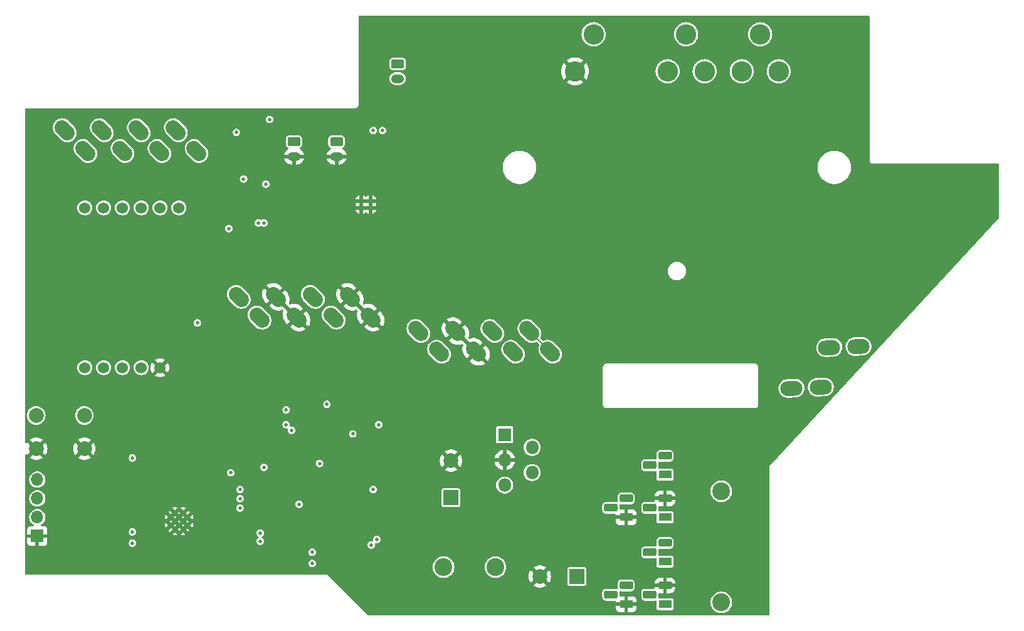
<source format=gbr>
%TF.GenerationSoftware,KiCad,Pcbnew,8.0.9-8.0.9-0~ubuntu22.04.1*%
%TF.CreationDate,2025-04-19T18:17:55+02:00*%
%TF.ProjectId,wandfernsprecher,77616e64-6665-4726-9e73-707265636865,0.1.1*%
%TF.SameCoordinates,Original*%
%TF.FileFunction,Copper,L2,Inr*%
%TF.FilePolarity,Positive*%
%FSLAX46Y46*%
G04 Gerber Fmt 4.6, Leading zero omitted, Abs format (unit mm)*
G04 Created by KiCad (PCBNEW 8.0.9-8.0.9-0~ubuntu22.04.1) date 2025-04-19 18:17:55*
%MOMM*%
%LPD*%
G01*
G04 APERTURE LIST*
G04 Aperture macros list*
%AMRoundRect*
0 Rectangle with rounded corners*
0 $1 Rounding radius*
0 $2 $3 $4 $5 $6 $7 $8 $9 X,Y pos of 4 corners*
0 Add a 4 corners polygon primitive as box body*
4,1,4,$2,$3,$4,$5,$6,$7,$8,$9,$2,$3,0*
0 Add four circle primitives for the rounded corners*
1,1,$1+$1,$2,$3*
1,1,$1+$1,$4,$5*
1,1,$1+$1,$6,$7*
1,1,$1+$1,$8,$9*
0 Add four rect primitives between the rounded corners*
20,1,$1+$1,$2,$3,$4,$5,0*
20,1,$1+$1,$4,$5,$6,$7,0*
20,1,$1+$1,$6,$7,$8,$9,0*
20,1,$1+$1,$8,$9,$2,$3,0*%
%AMHorizOval*
0 Thick line with rounded ends*
0 $1 width*
0 $2 $3 position (X,Y) of the first rounded end (center of the circle)*
0 $4 $5 position (X,Y) of the second rounded end (center of the circle)*
0 Add line between two ends*
20,1,$1,$2,$3,$4,$5,0*
0 Add two circle primitives to create the rounded ends*
1,1,$1,$2,$3*
1,1,$1,$4,$5*%
G04 Aperture macros list end*
%TA.AperFunction,ComponentPad*%
%ADD10RoundRect,0.250000X-0.625000X0.350000X-0.625000X-0.350000X0.625000X-0.350000X0.625000X0.350000X0*%
%TD*%
%TA.AperFunction,ComponentPad*%
%ADD11O,1.750000X1.200000*%
%TD*%
%TA.AperFunction,HeatsinkPad*%
%ADD12C,0.600000*%
%TD*%
%TA.AperFunction,ComponentPad*%
%ADD13R,1.800000X1.100000*%
%TD*%
%TA.AperFunction,ComponentPad*%
%ADD14RoundRect,0.275000X0.625000X-0.275000X0.625000X0.275000X-0.625000X0.275000X-0.625000X-0.275000X0*%
%TD*%
%TA.AperFunction,ComponentPad*%
%ADD15R,2.000000X2.000000*%
%TD*%
%TA.AperFunction,ComponentPad*%
%ADD16C,2.000000*%
%TD*%
%TA.AperFunction,ComponentPad*%
%ADD17C,1.524000*%
%TD*%
%TA.AperFunction,ComponentPad*%
%ADD18HorizOval,2.000000X-0.353553X0.353553X0.353553X-0.353553X0*%
%TD*%
%TA.AperFunction,ComponentPad*%
%ADD19C,2.400000*%
%TD*%
%TA.AperFunction,ComponentPad*%
%ADD20R,1.800000X1.800000*%
%TD*%
%TA.AperFunction,ComponentPad*%
%ADD21O,1.800000X1.800000*%
%TD*%
%TA.AperFunction,ComponentPad*%
%ADD22C,2.750000*%
%TD*%
%TA.AperFunction,ComponentPad*%
%ADD23R,1.700000X1.700000*%
%TD*%
%TA.AperFunction,ComponentPad*%
%ADD24O,1.700000X1.700000*%
%TD*%
%TA.AperFunction,ComponentPad*%
%ADD25HorizOval,2.000000X0.499631X0.019194X-0.499631X-0.019194X0*%
%TD*%
%TA.AperFunction,ViaPad*%
%ADD26C,0.508000*%
%TD*%
%TA.AperFunction,Conductor*%
%ADD27C,0.200000*%
%TD*%
G04 APERTURE END LIST*
D10*
%TO.N,+BATT*%
%TO.C,BT1*%
X92550000Y-85500000D03*
D11*
%TO.N,GND*%
X92550000Y-87500000D03*
%TD*%
D12*
%TO.N,GND*%
%TO.C,U3*%
X95860000Y-94485000D03*
X97140000Y-94485000D03*
X95860000Y-93515000D03*
X97140000Y-93515000D03*
%TD*%
D13*
%TO.N,Net-(Q4-E)*%
%TO.C,Q5*%
X136900000Y-136250000D03*
D14*
%TO.N,Net-(Q2-C)*%
X134830000Y-134980000D03*
%TO.N,GND*%
X136900000Y-133710000D03*
%TD*%
D12*
%TO.N,GND*%
%TO.C,U2*%
X72390000Y-137350000D03*
X72390000Y-136250000D03*
X71840000Y-137900000D03*
X71840000Y-136800000D03*
X71840000Y-135700000D03*
X71290000Y-137350000D03*
X71290000Y-136250000D03*
X70740000Y-137900000D03*
X70740000Y-136800000D03*
X70740000Y-135700000D03*
X70190000Y-137350000D03*
X70190000Y-136250000D03*
%TD*%
D15*
%TO.N,+48V*%
%TO.C,C14*%
X125000000Y-144250000D03*
D16*
%TO.N,GND*%
X120000000Y-144250000D03*
%TD*%
%TO.N,GND*%
%TO.C,SW4*%
X58500000Y-127000000D03*
X52000000Y-127000000D03*
%TO.N,/IO9*%
X58500000Y-122500000D03*
X52000000Y-122500000D03*
%TD*%
D17*
%TO.N,+4V*%
%TO.C,U1*%
X58555000Y-116045000D03*
%TO.N,unconnected-(U1-RST-Pad2)*%
X61095000Y-116045000D03*
%TO.N,SIM_RX*%
X63635000Y-116045000D03*
%TO.N,SIM_TX*%
X66175000Y-116045000D03*
%TO.N,GND*%
X68715000Y-116045000D03*
%TO.N,/S-*%
X71255000Y-94455000D03*
%TO.N,/S+*%
X68715000Y-94455000D03*
%TO.N,/M-*%
X66175000Y-94455000D03*
%TO.N,/M+*%
X63635000Y-94455000D03*
%TO.N,unconnected-(U1-DTR-Pad10)*%
X61095000Y-94455000D03*
%TO.N,Net-(U1-RING)*%
X58555000Y-94455000D03*
%TD*%
D18*
%TO.N,Net-(ES1-A)*%
%TO.C,ES1*%
X103600000Y-111100000D03*
X106400000Y-113900000D03*
%TO.N,GND*%
X108600000Y-111100000D03*
X111400000Y-113900000D03*
%TO.N,unconnected-(ES1-C-Pad3)*%
X113600000Y-111100000D03*
%TO.N,unconnected-(ES1-C-Pad3)_1*%
X116400000Y-113900000D03*
%TO.N,unconnected-(ES1-NC-Pad4)_1*%
X118600000Y-111100000D03*
%TO.N,unconnected-(ES1-NC-Pad4)*%
X121400000Y-113900000D03*
%TD*%
D13*
%TO.N,Net-(Q6-E)*%
%TO.C,Q6*%
X136900000Y-142250000D03*
D14*
%TO.N,Net-(Q3-C)*%
X134830000Y-140980000D03*
%TO.N,+48V*%
X136900000Y-139710000D03*
%TD*%
D10*
%TO.N,+BATT*%
%TO.C,SW3*%
X100799999Y-75000000D03*
D11*
%TO.N,+4V*%
X100799999Y-77000000D03*
%TD*%
D18*
%TO.N,/M+*%
%TO.C,J1*%
X55850000Y-83975000D03*
X58650000Y-86775000D03*
%TO.N,/M-*%
X60850000Y-83975000D03*
X63650000Y-86775000D03*
%TO.N,/S+*%
X65850000Y-83975000D03*
X68650000Y-86775000D03*
%TO.N,/S-*%
X70850000Y-83975000D03*
X73650000Y-86775000D03*
%TD*%
D13*
%TO.N,Net-(Q6-E)*%
%TO.C,Q7*%
X136900000Y-148000000D03*
D14*
%TO.N,Net-(Q3-C)*%
X134830000Y-146730000D03*
%TO.N,GND*%
X136900000Y-145460000D03*
%TD*%
D19*
%TO.N,Net-(Q6-E)*%
%TO.C,C15*%
X144500000Y-147750000D03*
%TO.N,Net-(C15-Pad2)*%
X144500000Y-132750000D03*
%TD*%
D18*
%TO.N,/NS-nsi*%
%TO.C,NS1*%
X79350000Y-106475000D03*
X82150000Y-109275000D03*
%TO.N,GND*%
X84350000Y-106475000D03*
X87150000Y-109275000D03*
%TO.N,/NS-nsa*%
X89350000Y-106475000D03*
X92150000Y-109275000D03*
%TO.N,GND*%
X94350000Y-106475000D03*
X97150000Y-109275000D03*
%TD*%
D20*
%TO.N,/Bells/HV-C*%
%TO.C,U4*%
X115250000Y-125117677D03*
D21*
%TO.N,/Bells/HV-FB*%
X118950000Y-126817677D03*
%TO.N,GND*%
X115250000Y-128517677D03*
%TO.N,Net-(D1-A)*%
X118950000Y-130217677D03*
%TO.N,/Bells/HV-IN*%
X115250000Y-131917677D03*
%TD*%
D13*
%TO.N,Net-(Q4-E)*%
%TO.C,Q4*%
X136900000Y-130500000D03*
D14*
%TO.N,Net-(Q2-C)*%
X134830000Y-129230000D03*
%TO.N,+48V*%
X136900000Y-127960000D03*
%TD*%
D13*
%TO.N,GND*%
%TO.C,Q2*%
X131650000Y-136250000D03*
D14*
%TO.N,Net-(Q2-B)*%
X129580000Y-134980000D03*
%TO.N,Net-(Q2-C)*%
X131650000Y-133710000D03*
%TD*%
D13*
%TO.N,GND*%
%TO.C,Q3*%
X131650000Y-148000000D03*
D14*
%TO.N,Net-(Q3-B)*%
X129580000Y-146730000D03*
%TO.N,Net-(Q3-C)*%
X131650000Y-145460000D03*
%TD*%
D15*
%TO.N,/Bells/HV-IN*%
%TO.C,C12*%
X108000000Y-133617677D03*
D16*
%TO.N,GND*%
X108000000Y-128617677D03*
%TD*%
D22*
%TO.N,GND*%
%TO.C,GS1*%
X124750000Y-76000000D03*
%TO.N,Net-(GS1-S1c)*%
X127250000Y-71000000D03*
%TO.N,unconnected-(GS1-S2l-Pad3)*%
X137250000Y-76000000D03*
%TO.N,unconnected-(GS1-S2c-Pad4)*%
X139750000Y-71000000D03*
%TO.N,unconnected-(GS1-S2r-Pad5)*%
X142250000Y-76000000D03*
%TO.N,unconnected-(GS1-S3l-Pad6)*%
X147250000Y-76000000D03*
%TO.N,unconnected-(GS1-S3c-Pad7)*%
X149750000Y-71000000D03*
%TO.N,unconnected-(GS1-S3r-Pad8)*%
X152250000Y-76000000D03*
%TD*%
D19*
%TO.N,/Bells/HV-IN*%
%TO.C,L2*%
X107000000Y-143000000D03*
%TO.N,Net-(D1-A)*%
X114000000Y-143000000D03*
%TD*%
D23*
%TO.N,GND*%
%TO.C,J3*%
X52137500Y-138800000D03*
D24*
%TO.N,/plug.D+*%
X52137500Y-136260000D03*
%TO.N,/plug.D-*%
X52137500Y-133720000D03*
%TO.N,VBUS*%
X52137500Y-131180000D03*
%TD*%
D10*
%TO.N,Net-(J2-Pin_1)*%
%TO.C,J2*%
X86800000Y-85500000D03*
D11*
%TO.N,GND*%
X86800000Y-87500000D03*
%TD*%
D25*
%TO.N,Net-(Q4-E)*%
%TO.C,L1*%
X163026345Y-113172509D03*
X159069465Y-113324517D03*
%TO.N,Net-(C15-Pad2)*%
X157930535Y-118675483D03*
X153973655Y-118827491D03*
%TD*%
D26*
%TO.N,+BATT*%
X73750000Y-110000000D03*
%TO.N,GND*%
X61250000Y-118750000D03*
X83750000Y-141500000D03*
X73250000Y-143500000D03*
X146000000Y-69000000D03*
X82500000Y-131000000D03*
X92250000Y-131750000D03*
X142250000Y-149000000D03*
X90750000Y-143500000D03*
X150750000Y-141750000D03*
X60000000Y-117250000D03*
X102250000Y-79500000D03*
X96000000Y-69000000D03*
X65750000Y-81750000D03*
X73000000Y-110000000D03*
X98250000Y-149250000D03*
X50750000Y-143500000D03*
X106500000Y-124000000D03*
X50750000Y-129000000D03*
X60500000Y-138500000D03*
X116750000Y-149250000D03*
X105500000Y-81000000D03*
X91250000Y-114500000D03*
X86250000Y-92250000D03*
X75750000Y-94000000D03*
X50750000Y-81250000D03*
X99250000Y-77000000D03*
X58250000Y-81750000D03*
X160500000Y-118750000D03*
X70750000Y-143500000D03*
X100750000Y-149250000D03*
X58250000Y-143500000D03*
X83250000Y-95250000D03*
X57250000Y-116000000D03*
X68250000Y-143500000D03*
X164000000Y-79250000D03*
X50750000Y-141000000D03*
X60750000Y-143500000D03*
X91750000Y-103000000D03*
X180500000Y-97000000D03*
X150750000Y-149250000D03*
X50750000Y-105500000D03*
X88250000Y-143500000D03*
X85750000Y-136500000D03*
X61500000Y-134250000D03*
X75000000Y-123937500D03*
X98250000Y-136250000D03*
X79500000Y-102750000D03*
X53250000Y-143500000D03*
X73250000Y-81750000D03*
X86750000Y-140500000D03*
X156000000Y-69000000D03*
X55750000Y-143500000D03*
X124750000Y-126000000D03*
X92750000Y-144750000D03*
X66000000Y-138750000D03*
X60250000Y-132500000D03*
X102250000Y-78250000D03*
X79250000Y-131000000D03*
X164000000Y-89000000D03*
X65750000Y-143500000D03*
X102250000Y-77000000D03*
X83250000Y-143500000D03*
X123000000Y-127250000D03*
X50750000Y-90500000D03*
X96250000Y-148250000D03*
X106000000Y-69000000D03*
X50750000Y-113000000D03*
X83250000Y-127000000D03*
X78250000Y-143500000D03*
X129250000Y-149250000D03*
X68500000Y-131500000D03*
X50750000Y-98000000D03*
X94000000Y-96250000D03*
X150750000Y-129250000D03*
X136000000Y-69000000D03*
X170500000Y-107750000D03*
X80750000Y-95500000D03*
X99250000Y-78250000D03*
X50750000Y-120500000D03*
X79250000Y-141750000D03*
X72500000Y-119000000D03*
X150750000Y-134250000D03*
X60000000Y-115000000D03*
X94500000Y-146500000D03*
X86000000Y-122750000D03*
X69250000Y-124687500D03*
X155250000Y-124250000D03*
X116000000Y-69000000D03*
X181500000Y-89000000D03*
X126000000Y-69000000D03*
X99250000Y-79500000D03*
X98000000Y-98250000D03*
X96500000Y-87250000D03*
X175500000Y-102250000D03*
X75750000Y-143500000D03*
X164000000Y-69000000D03*
X81000000Y-129500000D03*
X96500000Y-114500000D03*
X105750000Y-149250000D03*
X109500000Y-124000000D03*
X82000000Y-95250000D03*
X108000000Y-121750000D03*
X93750000Y-94250000D03*
X63250000Y-122500000D03*
X165500000Y-113250000D03*
X89500000Y-97000000D03*
%TO.N,RING*%
X65000000Y-139750000D03*
X87500000Y-134500000D03*
X98250000Y-123750000D03*
%TO.N,ES*%
X94750000Y-125000000D03*
X79500000Y-133750000D03*
%TO.N,nsi*%
X79500000Y-135000000D03*
X90250000Y-129000000D03*
%TO.N,nsa*%
X91250000Y-121000000D03*
X65000000Y-128250000D03*
%TO.N,+3.3V*%
X78250000Y-130250000D03*
X82750000Y-129500000D03*
%TO.N,+4V*%
X85750000Y-123750000D03*
X97250000Y-140000000D03*
X86500000Y-124500000D03*
X98000000Y-139250000D03*
X85750000Y-121750000D03*
%TO.N,VBUS*%
X82750000Y-96500000D03*
X82000000Y-96500000D03*
%TO.N,HV_EN*%
X97500000Y-132500000D03*
X65000000Y-138250000D03*
%TO.N,BELL_A*%
X82250000Y-138400000D03*
X89250000Y-141000000D03*
%TO.N,BELL_B*%
X82250000Y-139500000D03*
X89250000Y-142500000D03*
%TO.N,/IO9*%
X79500000Y-132500000D03*
%TO.N,Net-(D2-K)*%
X79000000Y-84250000D03*
X98750000Y-84000000D03*
%TO.N,Net-(D3-K)*%
X97500000Y-84000000D03*
X83500000Y-82500000D03*
%TO.N,/Power Supply/Vin'*%
X83000000Y-91250000D03*
X78000000Y-97250000D03*
X80000000Y-90550000D03*
%TD*%
D27*
%TO.N,*%
X121400000Y-113900000D02*
X118600000Y-111100000D01*
%TD*%
%TA.AperFunction,Conductor*%
%TO.N,GND*%
G36*
X110917038Y-113063485D02*
G01*
X110853455Y-113080522D01*
X110739440Y-113146348D01*
X110646348Y-113239440D01*
X110580522Y-113353455D01*
X110563485Y-113417038D01*
X109082962Y-111936515D01*
X109146545Y-111919478D01*
X109260560Y-111853652D01*
X109353652Y-111760560D01*
X109419478Y-111646545D01*
X109436515Y-111582962D01*
X110917038Y-113063485D01*
G37*
%TD.AperFunction*%
%TA.AperFunction,Conductor*%
G36*
X86667038Y-108438485D02*
G01*
X86603455Y-108455522D01*
X86489440Y-108521348D01*
X86396348Y-108614440D01*
X86330522Y-108728455D01*
X86313485Y-108792038D01*
X84832962Y-107311515D01*
X84896545Y-107294478D01*
X85010560Y-107228652D01*
X85103652Y-107135560D01*
X85169478Y-107021545D01*
X85186515Y-106957962D01*
X86667038Y-108438485D01*
G37*
%TD.AperFunction*%
%TA.AperFunction,Conductor*%
G36*
X96667038Y-108438485D02*
G01*
X96603455Y-108455522D01*
X96489440Y-108521348D01*
X96396348Y-108614440D01*
X96330522Y-108728455D01*
X96313485Y-108792038D01*
X94832962Y-107311515D01*
X94896545Y-107294478D01*
X95010560Y-107228652D01*
X95103652Y-107135560D01*
X95169478Y-107021545D01*
X95186515Y-106957962D01*
X96667038Y-108438485D01*
G37*
%TD.AperFunction*%
%TA.AperFunction,Conductor*%
G36*
X164442539Y-68520185D02*
G01*
X164488294Y-68572989D01*
X164499500Y-68624500D01*
X164499500Y-87934108D01*
X164499500Y-88065892D01*
X164503918Y-88082381D01*
X164533608Y-88193187D01*
X164547127Y-88216602D01*
X164599500Y-88307314D01*
X164692686Y-88400500D01*
X164806814Y-88466392D01*
X164934108Y-88500500D01*
X181875500Y-88500500D01*
X181942539Y-88520185D01*
X181988294Y-88572989D01*
X181999500Y-88624500D01*
X181999500Y-95755384D01*
X181979815Y-95822423D01*
X181966511Y-95839604D01*
X151140857Y-129151196D01*
X151137529Y-129154655D01*
X151099503Y-129192682D01*
X151094553Y-129199133D01*
X151094322Y-129198955D01*
X151092355Y-129201624D01*
X151092592Y-129201792D01*
X151087899Y-129208424D01*
X151062821Y-129256027D01*
X151060504Y-129260225D01*
X151033607Y-129306814D01*
X151030496Y-129314326D01*
X151030227Y-129314214D01*
X151029021Y-129317295D01*
X151029294Y-129317396D01*
X151026474Y-129325025D01*
X151014573Y-129377490D01*
X151013422Y-129382148D01*
X150999499Y-129434110D01*
X150998439Y-129442168D01*
X150998148Y-129442129D01*
X150997778Y-129445425D01*
X150998071Y-129445452D01*
X150997322Y-129453544D01*
X150999407Y-129507299D01*
X150999500Y-129512103D01*
X150999500Y-149375500D01*
X150979815Y-149442539D01*
X150927011Y-149488294D01*
X150875500Y-149499500D01*
X96800862Y-149499500D01*
X96733823Y-149479815D01*
X96713181Y-149463181D01*
X93663856Y-146413856D01*
X128429500Y-146413856D01*
X128429500Y-147046144D01*
X128431250Y-147060713D01*
X128439640Y-147130588D01*
X128492636Y-147264976D01*
X128579921Y-147380078D01*
X128695023Y-147467363D01*
X128695024Y-147467363D01*
X128695025Y-147467364D01*
X128829410Y-147520359D01*
X128913856Y-147530500D01*
X128913862Y-147530500D01*
X130126000Y-147530500D01*
X130193039Y-147550185D01*
X130238794Y-147602989D01*
X130250000Y-147654500D01*
X130250000Y-147750000D01*
X130969670Y-147750000D01*
X130949925Y-147769745D01*
X130900556Y-147855255D01*
X130875000Y-147950630D01*
X130875000Y-148049370D01*
X130900556Y-148144745D01*
X130949925Y-148230255D01*
X130969670Y-148250000D01*
X130250000Y-148250000D01*
X130250000Y-148597844D01*
X130256401Y-148657372D01*
X130256403Y-148657379D01*
X130306645Y-148792086D01*
X130306649Y-148792093D01*
X130392809Y-148907187D01*
X130392812Y-148907190D01*
X130507906Y-148993350D01*
X130507913Y-148993354D01*
X130642620Y-149043596D01*
X130642627Y-149043598D01*
X130702155Y-149049999D01*
X130702172Y-149050000D01*
X131400000Y-149050000D01*
X131900000Y-149050000D01*
X132597828Y-149050000D01*
X132597844Y-149049999D01*
X132657372Y-149043598D01*
X132657379Y-149043596D01*
X132792086Y-148993354D01*
X132792093Y-148993350D01*
X132907187Y-148907190D01*
X132907190Y-148907187D01*
X132993350Y-148792093D01*
X132993354Y-148792086D01*
X133043596Y-148657379D01*
X133043598Y-148657372D01*
X133049999Y-148597844D01*
X133050000Y-148597827D01*
X133050000Y-148250000D01*
X131900000Y-148250000D01*
X131900000Y-149050000D01*
X131400000Y-149050000D01*
X131400000Y-148346410D01*
X131480255Y-148300075D01*
X131550075Y-148230255D01*
X131599444Y-148144745D01*
X131625000Y-148049370D01*
X131625000Y-147950630D01*
X131599444Y-147855255D01*
X131550075Y-147769745D01*
X131530330Y-147750000D01*
X131900000Y-147750000D01*
X133050000Y-147750000D01*
X133050000Y-147402172D01*
X133049999Y-147402155D01*
X133043598Y-147342627D01*
X133043596Y-147342620D01*
X132993354Y-147207913D01*
X132993350Y-147207906D01*
X132907190Y-147092812D01*
X132907187Y-147092809D01*
X132792093Y-147006649D01*
X132792086Y-147006645D01*
X132657379Y-146956403D01*
X132657372Y-146956401D01*
X132597844Y-146950000D01*
X131900000Y-146950000D01*
X131900000Y-147750000D01*
X131530330Y-147750000D01*
X131480255Y-147699925D01*
X131400000Y-147653589D01*
X131400000Y-146950000D01*
X130854500Y-146950000D01*
X130787461Y-146930315D01*
X130741706Y-146877511D01*
X130730500Y-146826000D01*
X130730500Y-146413856D01*
X133679500Y-146413856D01*
X133679500Y-147046144D01*
X133681250Y-147060713D01*
X133689640Y-147130588D01*
X133742636Y-147264976D01*
X133829921Y-147380078D01*
X133945023Y-147467363D01*
X133945024Y-147467363D01*
X133945025Y-147467364D01*
X134079410Y-147520359D01*
X134163856Y-147530500D01*
X134163862Y-147530500D01*
X135496138Y-147530500D01*
X135496144Y-147530500D01*
X135580590Y-147520359D01*
X135580591Y-147520358D01*
X135580594Y-147520358D01*
X135588294Y-147518412D01*
X135588646Y-147519808D01*
X135649595Y-147514306D01*
X135711532Y-147546642D01*
X135746154Y-147607330D01*
X135749500Y-147635942D01*
X135749500Y-148574678D01*
X135764032Y-148647735D01*
X135764033Y-148647739D01*
X135764034Y-148647740D01*
X135819399Y-148730601D01*
X135902260Y-148785966D01*
X135902264Y-148785967D01*
X135975321Y-148800499D01*
X135975324Y-148800500D01*
X135975326Y-148800500D01*
X137824676Y-148800500D01*
X137824677Y-148800499D01*
X137897740Y-148785966D01*
X137980601Y-148730601D01*
X138035966Y-148647740D01*
X138050500Y-148574674D01*
X138050500Y-147749994D01*
X143044529Y-147749994D01*
X143044529Y-147750000D01*
X143064379Y-147989559D01*
X143123389Y-148222589D01*
X143219951Y-148442729D01*
X143321283Y-148597827D01*
X143351429Y-148643969D01*
X143514236Y-148820825D01*
X143514239Y-148820827D01*
X143514242Y-148820830D01*
X143703924Y-148968466D01*
X143703930Y-148968470D01*
X143703933Y-148968472D01*
X143915344Y-149082882D01*
X143915347Y-149082883D01*
X144142699Y-149160933D01*
X144142701Y-149160933D01*
X144142703Y-149160934D01*
X144379808Y-149200500D01*
X144379809Y-149200500D01*
X144620191Y-149200500D01*
X144620192Y-149200500D01*
X144857297Y-149160934D01*
X145084656Y-149082882D01*
X145296067Y-148968472D01*
X145485764Y-148820825D01*
X145648571Y-148643969D01*
X145780049Y-148442728D01*
X145876610Y-148222591D01*
X145935620Y-147989563D01*
X145955471Y-147750000D01*
X145935620Y-147510437D01*
X145876610Y-147277409D01*
X145780049Y-147057272D01*
X145772777Y-147046142D01*
X145697103Y-146930315D01*
X145648571Y-146856031D01*
X145485764Y-146679175D01*
X145485759Y-146679171D01*
X145485757Y-146679169D01*
X145296075Y-146531533D01*
X145296069Y-146531529D01*
X145084657Y-146417118D01*
X145084652Y-146417116D01*
X144857300Y-146339066D01*
X144679468Y-146309391D01*
X144620192Y-146299500D01*
X144379808Y-146299500D01*
X144332387Y-146307413D01*
X144142699Y-146339066D01*
X143915347Y-146417116D01*
X143915342Y-146417118D01*
X143703930Y-146531529D01*
X143703924Y-146531533D01*
X143514242Y-146679169D01*
X143514239Y-146679172D01*
X143351430Y-146856029D01*
X143351427Y-146856033D01*
X143219951Y-147057270D01*
X143123389Y-147277410D01*
X143064379Y-147510440D01*
X143044529Y-147749994D01*
X138050500Y-147749994D01*
X138050500Y-147425326D01*
X138050500Y-147425323D01*
X138050499Y-147425321D01*
X138035967Y-147352264D01*
X138035966Y-147352260D01*
X137980601Y-147269399D01*
X137897740Y-147214034D01*
X137897739Y-147214033D01*
X137897735Y-147214032D01*
X137824677Y-147199500D01*
X137824674Y-147199500D01*
X136101865Y-147199500D01*
X136034826Y-147179815D01*
X135989071Y-147127011D01*
X135978750Y-147060713D01*
X135979164Y-147057272D01*
X135980500Y-147046144D01*
X135980500Y-146620478D01*
X136000185Y-146553439D01*
X136052989Y-146507684D01*
X136118384Y-146497258D01*
X136231471Y-146509999D01*
X136231473Y-146510000D01*
X136650000Y-146510000D01*
X137150000Y-146510000D01*
X137568527Y-146510000D01*
X137568530Y-146509999D01*
X137698539Y-146495351D01*
X137863386Y-146437669D01*
X138011262Y-146344753D01*
X138134753Y-146221262D01*
X138227669Y-146073386D01*
X138285351Y-145908539D01*
X138299999Y-145778530D01*
X138300000Y-145778526D01*
X138300000Y-145710000D01*
X137150000Y-145710000D01*
X137150000Y-146510000D01*
X136650000Y-146510000D01*
X136650000Y-145806410D01*
X136730255Y-145760075D01*
X136800075Y-145690255D01*
X136849444Y-145604745D01*
X136875000Y-145509370D01*
X136875000Y-145410630D01*
X136849444Y-145315255D01*
X136800075Y-145229745D01*
X136780330Y-145210000D01*
X137150000Y-145210000D01*
X138300000Y-145210000D01*
X138300000Y-145141473D01*
X138299999Y-145141469D01*
X138285351Y-145011460D01*
X138227669Y-144846613D01*
X138134753Y-144698737D01*
X138011262Y-144575246D01*
X137863386Y-144482330D01*
X137698539Y-144424648D01*
X137568530Y-144410000D01*
X137150000Y-144410000D01*
X137150000Y-145210000D01*
X136780330Y-145210000D01*
X136730255Y-145159925D01*
X136650000Y-145113589D01*
X136650000Y-144410000D01*
X136231469Y-144410000D01*
X136101460Y-144424648D01*
X135936613Y-144482330D01*
X135788737Y-144575246D01*
X135665246Y-144698737D01*
X135572330Y-144846613D01*
X135514648Y-145011460D01*
X135500000Y-145141469D01*
X135500000Y-145210000D01*
X136219670Y-145210000D01*
X136199925Y-145229745D01*
X136150556Y-145315255D01*
X136125000Y-145410630D01*
X136125000Y-145509370D01*
X136150556Y-145604745D01*
X136199925Y-145690255D01*
X136219670Y-145710000D01*
X135500000Y-145710000D01*
X135500000Y-145778524D01*
X135501475Y-145791614D01*
X135489421Y-145860437D01*
X135442073Y-145911817D01*
X135378255Y-145929500D01*
X134163856Y-145929500D01*
X134125841Y-145934065D01*
X134079411Y-145939640D01*
X133945023Y-145992636D01*
X133829921Y-146079921D01*
X133742636Y-146195023D01*
X133689640Y-146329411D01*
X133688481Y-146339066D01*
X133679500Y-146413856D01*
X130730500Y-146413856D01*
X130730500Y-146413855D01*
X130726280Y-146378714D01*
X130737831Y-146309805D01*
X130784803Y-146258081D01*
X130852282Y-146239963D01*
X130894882Y-146248573D01*
X130899410Y-146250359D01*
X130983856Y-146260500D01*
X130983862Y-146260500D01*
X132316138Y-146260500D01*
X132316144Y-146260500D01*
X132400590Y-146250359D01*
X132534975Y-146197364D01*
X132650078Y-146110078D01*
X132737364Y-145994975D01*
X132790359Y-145860590D01*
X132800500Y-145776144D01*
X132800500Y-145143856D01*
X132790359Y-145059410D01*
X132737364Y-144925025D01*
X132737363Y-144925024D01*
X132737363Y-144925023D01*
X132650078Y-144809921D01*
X132534976Y-144722636D01*
X132400588Y-144669640D01*
X132357242Y-144664435D01*
X132316144Y-144659500D01*
X130983856Y-144659500D01*
X130945841Y-144664065D01*
X130899411Y-144669640D01*
X130765023Y-144722636D01*
X130649921Y-144809921D01*
X130562636Y-144925023D01*
X130509640Y-145059411D01*
X130506568Y-145085000D01*
X130499500Y-145143856D01*
X130499500Y-145143862D01*
X130499500Y-145776140D01*
X130503720Y-145811288D01*
X130492167Y-145880196D01*
X130445194Y-145931920D01*
X130377714Y-145950036D01*
X130335119Y-145941427D01*
X130334895Y-145941339D01*
X130330590Y-145939641D01*
X130246144Y-145929500D01*
X128913856Y-145929500D01*
X128875841Y-145934065D01*
X128829411Y-145939640D01*
X128695023Y-145992636D01*
X128579921Y-146079921D01*
X128492636Y-146195023D01*
X128439640Y-146329411D01*
X128438481Y-146339066D01*
X128429500Y-146413856D01*
X93663856Y-146413856D01*
X91250000Y-144000000D01*
X50624500Y-144000000D01*
X50557461Y-143980315D01*
X50511706Y-143927511D01*
X50500500Y-143876000D01*
X50500500Y-142500000D01*
X88740312Y-142500000D01*
X88760957Y-142643595D01*
X88760958Y-142643599D01*
X88809551Y-142750000D01*
X88821223Y-142775558D01*
X88916225Y-142885196D01*
X88935744Y-142897740D01*
X89038269Y-142963630D01*
X89177461Y-143004499D01*
X89177463Y-143004500D01*
X89177464Y-143004500D01*
X89322537Y-143004500D01*
X89322537Y-143004499D01*
X89337880Y-142999994D01*
X105544529Y-142999994D01*
X105544529Y-143000005D01*
X105564379Y-143239559D01*
X105623389Y-143472589D01*
X105719951Y-143692729D01*
X105779631Y-143784075D01*
X105851429Y-143893969D01*
X106014236Y-144070825D01*
X106014239Y-144070827D01*
X106014242Y-144070830D01*
X106203924Y-144218466D01*
X106203930Y-144218470D01*
X106203933Y-144218472D01*
X106415344Y-144332882D01*
X106415347Y-144332883D01*
X106642699Y-144410933D01*
X106642701Y-144410933D01*
X106642703Y-144410934D01*
X106879808Y-144450500D01*
X106879809Y-144450500D01*
X107120191Y-144450500D01*
X107120192Y-144450500D01*
X107357297Y-144410934D01*
X107584656Y-144332882D01*
X107796067Y-144218472D01*
X107985764Y-144070825D01*
X108148571Y-143893969D01*
X108280049Y-143692728D01*
X108376610Y-143472591D01*
X108435620Y-143239563D01*
X108444442Y-143133090D01*
X108455471Y-143000005D01*
X108455471Y-142999994D01*
X112544529Y-142999994D01*
X112544529Y-143000005D01*
X112564379Y-143239559D01*
X112623389Y-143472589D01*
X112719951Y-143692729D01*
X112779631Y-143784075D01*
X112851429Y-143893969D01*
X113014236Y-144070825D01*
X113014239Y-144070827D01*
X113014242Y-144070830D01*
X113203924Y-144218466D01*
X113203930Y-144218470D01*
X113203933Y-144218472D01*
X113415344Y-144332882D01*
X113415347Y-144332883D01*
X113642699Y-144410933D01*
X113642701Y-144410933D01*
X113642703Y-144410934D01*
X113879808Y-144450500D01*
X113879809Y-144450500D01*
X114120191Y-144450500D01*
X114120192Y-144450500D01*
X114357297Y-144410934D01*
X114584656Y-144332882D01*
X114737819Y-144249994D01*
X118494859Y-144249994D01*
X118494859Y-144250005D01*
X118515385Y-144497729D01*
X118515387Y-144497738D01*
X118576412Y-144738717D01*
X118676267Y-144966367D01*
X118776562Y-145119881D01*
X119517037Y-144379408D01*
X119534075Y-144442993D01*
X119599901Y-144557007D01*
X119692993Y-144650099D01*
X119807007Y-144715925D01*
X119870591Y-144732962D01*
X119129943Y-145473609D01*
X119176768Y-145510055D01*
X119176771Y-145510057D01*
X119395385Y-145628364D01*
X119395396Y-145628369D01*
X119630506Y-145709083D01*
X119875707Y-145750000D01*
X120124293Y-145750000D01*
X120369493Y-145709083D01*
X120604603Y-145628369D01*
X120604614Y-145628364D01*
X120823230Y-145510056D01*
X120823236Y-145510051D01*
X120870055Y-145473610D01*
X120870056Y-145473609D01*
X120129408Y-144732962D01*
X120192993Y-144715925D01*
X120307007Y-144650099D01*
X120400099Y-144557007D01*
X120465925Y-144442993D01*
X120482962Y-144379409D01*
X121223435Y-145119882D01*
X121323733Y-144966364D01*
X121423587Y-144738717D01*
X121484612Y-144497738D01*
X121484614Y-144497729D01*
X121505141Y-144250005D01*
X121505141Y-144249994D01*
X121484614Y-144002270D01*
X121484612Y-144002261D01*
X121423587Y-143761282D01*
X121323732Y-143533632D01*
X121223435Y-143380116D01*
X120482962Y-144120590D01*
X120465925Y-144057007D01*
X120400099Y-143942993D01*
X120307007Y-143849901D01*
X120192993Y-143784075D01*
X120129409Y-143767037D01*
X120671124Y-143225321D01*
X123749500Y-143225321D01*
X123749500Y-145274678D01*
X123764032Y-145347735D01*
X123764033Y-145347739D01*
X123764034Y-145347740D01*
X123819399Y-145430601D01*
X123883766Y-145473609D01*
X123902260Y-145485966D01*
X123902264Y-145485967D01*
X123975321Y-145500499D01*
X123975324Y-145500500D01*
X123975326Y-145500500D01*
X126024676Y-145500500D01*
X126024677Y-145500499D01*
X126097740Y-145485966D01*
X126180601Y-145430601D01*
X126235966Y-145347740D01*
X126250500Y-145274674D01*
X126250500Y-143225326D01*
X126250500Y-143225323D01*
X126250499Y-143225321D01*
X126235967Y-143152264D01*
X126235966Y-143152260D01*
X126180601Y-143069399D01*
X126116231Y-143026389D01*
X126097739Y-143014033D01*
X126097735Y-143014032D01*
X126024677Y-142999500D01*
X126024674Y-142999500D01*
X123975326Y-142999500D01*
X123975323Y-142999500D01*
X123902264Y-143014032D01*
X123902260Y-143014033D01*
X123819399Y-143069399D01*
X123764033Y-143152260D01*
X123764032Y-143152264D01*
X123749500Y-143225321D01*
X120671124Y-143225321D01*
X120870055Y-143026389D01*
X120870055Y-143026388D01*
X120823236Y-142989947D01*
X120823231Y-142989944D01*
X120604614Y-142871635D01*
X120604603Y-142871630D01*
X120369493Y-142790916D01*
X120124293Y-142750000D01*
X119875707Y-142750000D01*
X119630506Y-142790916D01*
X119395396Y-142871630D01*
X119395385Y-142871635D01*
X119176770Y-142989943D01*
X119129943Y-143026389D01*
X119870591Y-143767037D01*
X119807007Y-143784075D01*
X119692993Y-143849901D01*
X119599901Y-143942993D01*
X119534075Y-144057007D01*
X119517037Y-144120591D01*
X118776563Y-143380117D01*
X118676267Y-143533633D01*
X118676265Y-143533637D01*
X118576412Y-143761282D01*
X118515387Y-144002261D01*
X118515385Y-144002270D01*
X118494859Y-144249994D01*
X114737819Y-144249994D01*
X114796067Y-144218472D01*
X114985764Y-144070825D01*
X115148571Y-143893969D01*
X115280049Y-143692728D01*
X115376610Y-143472591D01*
X115435620Y-143239563D01*
X115444442Y-143133090D01*
X115455471Y-143000005D01*
X115455471Y-142999994D01*
X115440943Y-142824674D01*
X115435620Y-142760437D01*
X115376610Y-142527409D01*
X115280049Y-142307272D01*
X115148571Y-142106031D01*
X114985764Y-141929175D01*
X114985759Y-141929171D01*
X114985757Y-141929169D01*
X114796075Y-141781533D01*
X114796069Y-141781529D01*
X114584657Y-141667118D01*
X114584652Y-141667116D01*
X114357300Y-141589066D01*
X114179468Y-141559391D01*
X114120192Y-141549500D01*
X113879808Y-141549500D01*
X113832387Y-141557413D01*
X113642699Y-141589066D01*
X113415347Y-141667116D01*
X113415342Y-141667118D01*
X113203930Y-141781529D01*
X113203924Y-141781533D01*
X113014242Y-141929169D01*
X113014239Y-141929172D01*
X112851430Y-142106029D01*
X112851427Y-142106033D01*
X112719951Y-142307270D01*
X112623389Y-142527410D01*
X112564379Y-142760440D01*
X112544529Y-142999994D01*
X108455471Y-142999994D01*
X108440943Y-142824674D01*
X108435620Y-142760437D01*
X108376610Y-142527409D01*
X108280049Y-142307272D01*
X108148571Y-142106031D01*
X107985764Y-141929175D01*
X107985759Y-141929171D01*
X107985757Y-141929169D01*
X107796075Y-141781533D01*
X107796069Y-141781529D01*
X107584657Y-141667118D01*
X107584652Y-141667116D01*
X107357300Y-141589066D01*
X107179468Y-141559391D01*
X107120192Y-141549500D01*
X106879808Y-141549500D01*
X106832387Y-141557413D01*
X106642699Y-141589066D01*
X106415347Y-141667116D01*
X106415342Y-141667118D01*
X106203930Y-141781529D01*
X106203924Y-141781533D01*
X106014242Y-141929169D01*
X106014239Y-141929172D01*
X105851430Y-142106029D01*
X105851427Y-142106033D01*
X105719951Y-142307270D01*
X105623389Y-142527410D01*
X105564379Y-142760440D01*
X105544529Y-142999994D01*
X89337880Y-142999994D01*
X89461729Y-142963630D01*
X89461730Y-142963630D01*
X89461732Y-142963629D01*
X89583775Y-142885196D01*
X89678777Y-142775558D01*
X89739042Y-142643596D01*
X89759688Y-142500000D01*
X89739042Y-142356404D01*
X89739041Y-142356400D01*
X89678777Y-142224443D01*
X89678777Y-142224442D01*
X89583775Y-142114804D01*
X89548950Y-142092423D01*
X89461730Y-142036369D01*
X89322538Y-141995500D01*
X89322536Y-141995500D01*
X89177464Y-141995500D01*
X89177461Y-141995500D01*
X89038270Y-142036369D01*
X89038269Y-142036369D01*
X88916226Y-142114803D01*
X88821223Y-142224442D01*
X88821222Y-142224443D01*
X88760958Y-142356400D01*
X88760957Y-142356404D01*
X88740312Y-142500000D01*
X50500500Y-142500000D01*
X50500500Y-141000000D01*
X88740312Y-141000000D01*
X88760957Y-141143595D01*
X88760958Y-141143599D01*
X88821222Y-141275556D01*
X88821223Y-141275558D01*
X88916225Y-141385196D01*
X88985653Y-141429815D01*
X89038269Y-141463630D01*
X89177461Y-141504499D01*
X89177463Y-141504500D01*
X89177464Y-141504500D01*
X89322537Y-141504500D01*
X89322537Y-141504499D01*
X89460356Y-141464033D01*
X89461729Y-141463630D01*
X89461730Y-141463630D01*
X89461732Y-141463629D01*
X89583775Y-141385196D01*
X89678777Y-141275558D01*
X89739042Y-141143596D01*
X89759688Y-141000000D01*
X89739042Y-140856404D01*
X89739041Y-140856400D01*
X89678777Y-140724443D01*
X89678777Y-140724442D01*
X89626279Y-140663856D01*
X133679500Y-140663856D01*
X133679500Y-141296144D01*
X133681250Y-141310713D01*
X133689640Y-141380588D01*
X133742636Y-141514976D01*
X133829921Y-141630078D01*
X133945023Y-141717363D01*
X133945024Y-141717363D01*
X133945025Y-141717364D01*
X134079410Y-141770359D01*
X134163856Y-141780500D01*
X134163862Y-141780500D01*
X135496138Y-141780500D01*
X135496144Y-141780500D01*
X135580590Y-141770359D01*
X135580591Y-141770358D01*
X135580594Y-141770358D01*
X135588294Y-141768412D01*
X135588646Y-141769808D01*
X135649595Y-141764306D01*
X135711532Y-141796642D01*
X135746154Y-141857330D01*
X135749500Y-141885942D01*
X135749500Y-142824678D01*
X135764032Y-142897735D01*
X135764033Y-142897739D01*
X135764034Y-142897740D01*
X135819399Y-142980601D01*
X135887927Y-143026389D01*
X135902260Y-143035966D01*
X135902264Y-143035967D01*
X135975321Y-143050499D01*
X135975324Y-143050500D01*
X135975326Y-143050500D01*
X137824676Y-143050500D01*
X137824677Y-143050499D01*
X137897740Y-143035966D01*
X137980601Y-142980601D01*
X138035966Y-142897740D01*
X138050500Y-142824674D01*
X138050500Y-141675326D01*
X138050500Y-141675323D01*
X138050499Y-141675321D01*
X138035967Y-141602264D01*
X138035966Y-141602260D01*
X138027150Y-141589066D01*
X137980601Y-141519399D01*
X137897740Y-141464034D01*
X137897739Y-141464033D01*
X137897735Y-141464032D01*
X137824677Y-141449500D01*
X137824674Y-141449500D01*
X136101865Y-141449500D01*
X136034826Y-141429815D01*
X135989071Y-141377011D01*
X135978750Y-141310713D01*
X135980500Y-141296142D01*
X135980500Y-140663855D01*
X135976280Y-140628714D01*
X135987831Y-140559805D01*
X136034803Y-140508081D01*
X136102282Y-140489963D01*
X136144882Y-140498573D01*
X136149410Y-140500359D01*
X136233856Y-140510500D01*
X136233862Y-140510500D01*
X137566138Y-140510500D01*
X137566144Y-140510500D01*
X137650590Y-140500359D01*
X137784975Y-140447364D01*
X137900078Y-140360078D01*
X137987364Y-140244975D01*
X138040359Y-140110590D01*
X138050500Y-140026144D01*
X138050500Y-139393856D01*
X138040359Y-139309410D01*
X137987364Y-139175025D01*
X137987363Y-139175024D01*
X137987363Y-139175023D01*
X137900078Y-139059921D01*
X137784976Y-138972636D01*
X137650588Y-138919640D01*
X137607242Y-138914435D01*
X137566144Y-138909500D01*
X136233856Y-138909500D01*
X136195841Y-138914065D01*
X136149411Y-138919640D01*
X136015023Y-138972636D01*
X135899921Y-139059921D01*
X135812636Y-139175023D01*
X135759640Y-139309411D01*
X135754065Y-139355841D01*
X135749500Y-139393856D01*
X135749500Y-139393862D01*
X135749500Y-140026140D01*
X135753720Y-140061288D01*
X135742167Y-140130196D01*
X135695194Y-140181920D01*
X135627714Y-140200036D01*
X135585119Y-140191427D01*
X135584895Y-140191339D01*
X135580590Y-140189641D01*
X135496144Y-140179500D01*
X134163856Y-140179500D01*
X134125841Y-140184065D01*
X134079411Y-140189640D01*
X133945023Y-140242636D01*
X133829921Y-140329921D01*
X133742636Y-140445023D01*
X133689640Y-140579411D01*
X133684065Y-140625841D01*
X133679500Y-140663856D01*
X89626279Y-140663856D01*
X89583775Y-140614804D01*
X89528703Y-140579411D01*
X89461730Y-140536369D01*
X89322538Y-140495500D01*
X89322536Y-140495500D01*
X89177464Y-140495500D01*
X89177461Y-140495500D01*
X89038270Y-140536369D01*
X89038269Y-140536369D01*
X88916226Y-140614803D01*
X88821223Y-140724442D01*
X88821222Y-140724443D01*
X88760958Y-140856400D01*
X88760957Y-140856404D01*
X88740312Y-141000000D01*
X50500500Y-141000000D01*
X50500500Y-137902155D01*
X50787500Y-137902155D01*
X50787500Y-138550000D01*
X51704488Y-138550000D01*
X51671575Y-138607007D01*
X51637500Y-138734174D01*
X51637500Y-138865826D01*
X51671575Y-138992993D01*
X51704488Y-139050000D01*
X50787500Y-139050000D01*
X50787500Y-139697844D01*
X50793901Y-139757372D01*
X50793903Y-139757379D01*
X50844145Y-139892086D01*
X50844149Y-139892093D01*
X50930309Y-140007187D01*
X50930312Y-140007190D01*
X51045406Y-140093350D01*
X51045413Y-140093354D01*
X51180120Y-140143596D01*
X51180127Y-140143598D01*
X51239655Y-140149999D01*
X51239672Y-140150000D01*
X51887500Y-140150000D01*
X51887500Y-139233012D01*
X51944507Y-139265925D01*
X52071674Y-139300000D01*
X52203326Y-139300000D01*
X52330493Y-139265925D01*
X52387500Y-139233012D01*
X52387500Y-140150000D01*
X53035328Y-140150000D01*
X53035344Y-140149999D01*
X53094872Y-140143598D01*
X53094879Y-140143596D01*
X53229586Y-140093354D01*
X53229593Y-140093350D01*
X53344687Y-140007190D01*
X53344690Y-140007187D01*
X53430850Y-139892093D01*
X53430854Y-139892086D01*
X53481096Y-139757379D01*
X53481098Y-139757372D01*
X53481891Y-139750000D01*
X64490312Y-139750000D01*
X64510957Y-139893595D01*
X64510958Y-139893599D01*
X64571222Y-140025556D01*
X64571223Y-140025558D01*
X64666225Y-140135196D01*
X64735163Y-140179500D01*
X64788269Y-140213630D01*
X64927461Y-140254499D01*
X64927463Y-140254500D01*
X64927464Y-140254500D01*
X65072537Y-140254500D01*
X65072537Y-140254499D01*
X65211729Y-140213630D01*
X65211730Y-140213630D01*
X65211732Y-140213629D01*
X65333775Y-140135196D01*
X65428777Y-140025558D01*
X65489042Y-139893596D01*
X65509688Y-139750000D01*
X65489042Y-139606404D01*
X65489041Y-139606400D01*
X65428777Y-139474443D01*
X65428777Y-139474442D01*
X65333775Y-139364804D01*
X65247583Y-139309411D01*
X65211730Y-139286369D01*
X65072538Y-139245500D01*
X65072536Y-139245500D01*
X64927464Y-139245500D01*
X64927461Y-139245500D01*
X64788270Y-139286369D01*
X64788269Y-139286369D01*
X64666226Y-139364803D01*
X64666225Y-139364803D01*
X64666225Y-139364804D01*
X64641277Y-139393596D01*
X64571223Y-139474442D01*
X64571222Y-139474443D01*
X64510958Y-139606400D01*
X64510957Y-139606404D01*
X64490312Y-139750000D01*
X53481891Y-139750000D01*
X53487499Y-139697844D01*
X53487500Y-139697827D01*
X53487500Y-139050000D01*
X52570512Y-139050000D01*
X52603425Y-138992993D01*
X52637500Y-138865826D01*
X52637500Y-138734174D01*
X52603425Y-138607007D01*
X52570512Y-138550000D01*
X53487500Y-138550000D01*
X53487500Y-138250000D01*
X64490312Y-138250000D01*
X64510957Y-138393595D01*
X64510958Y-138393599D01*
X64556351Y-138492993D01*
X64571223Y-138525558D01*
X64666225Y-138635196D01*
X64729029Y-138675558D01*
X64788269Y-138713630D01*
X64927461Y-138754499D01*
X64927463Y-138754500D01*
X64927464Y-138754500D01*
X65072537Y-138754500D01*
X65072537Y-138754499D01*
X65211729Y-138713630D01*
X65211730Y-138713630D01*
X65225062Y-138705062D01*
X65333775Y-138635196D01*
X65349837Y-138616660D01*
X70376891Y-138616660D01*
X70390697Y-138625335D01*
X70390701Y-138625337D01*
X70560858Y-138684877D01*
X70560861Y-138684878D01*
X70739997Y-138705062D01*
X70740003Y-138705062D01*
X70919138Y-138684878D01*
X71089307Y-138625333D01*
X71103107Y-138616661D01*
X71103107Y-138616660D01*
X71476891Y-138616660D01*
X71490697Y-138625335D01*
X71490701Y-138625337D01*
X71660858Y-138684877D01*
X71660861Y-138684878D01*
X71839997Y-138705062D01*
X71840003Y-138705062D01*
X72019138Y-138684878D01*
X72189307Y-138625333D01*
X72203107Y-138616661D01*
X72203107Y-138616660D01*
X71986448Y-138400000D01*
X81740312Y-138400000D01*
X81760957Y-138543595D01*
X81760958Y-138543599D01*
X81802790Y-138635196D01*
X81821223Y-138675558D01*
X81916225Y-138785196D01*
X81967113Y-138817900D01*
X82010346Y-138845685D01*
X82056101Y-138898489D01*
X82066044Y-138967648D01*
X82037018Y-139031204D01*
X82010346Y-139054315D01*
X81916226Y-139114803D01*
X81821223Y-139224442D01*
X81821222Y-139224443D01*
X81760958Y-139356400D01*
X81760957Y-139356404D01*
X81740312Y-139500000D01*
X81760957Y-139643595D01*
X81760958Y-139643599D01*
X81812921Y-139757379D01*
X81821223Y-139775558D01*
X81916225Y-139885196D01*
X81994659Y-139935602D01*
X82038269Y-139963630D01*
X82177461Y-140004499D01*
X82177463Y-140004500D01*
X82177464Y-140004500D01*
X82322537Y-140004500D01*
X82322537Y-140004499D01*
X82337860Y-140000000D01*
X96740312Y-140000000D01*
X96760957Y-140143595D01*
X96760958Y-140143599D01*
X96811606Y-140254500D01*
X96821223Y-140275558D01*
X96916225Y-140385196D01*
X96994659Y-140435602D01*
X97038269Y-140463630D01*
X97177461Y-140504499D01*
X97177463Y-140504500D01*
X97177464Y-140504500D01*
X97322537Y-140504500D01*
X97322537Y-140504499D01*
X97461729Y-140463630D01*
X97461730Y-140463630D01*
X97461732Y-140463629D01*
X97583775Y-140385196D01*
X97678777Y-140275558D01*
X97722645Y-140179500D01*
X97739041Y-140143599D01*
X97739042Y-140143595D01*
X97740250Y-140135196D01*
X97759688Y-140000000D01*
X97742898Y-139883226D01*
X97752841Y-139814070D01*
X97798596Y-139761266D01*
X97865635Y-139741581D01*
X97900570Y-139746604D01*
X97927460Y-139754499D01*
X97927463Y-139754500D01*
X97927464Y-139754500D01*
X98072537Y-139754500D01*
X98072537Y-139754499D01*
X98211729Y-139713630D01*
X98211730Y-139713630D01*
X98211732Y-139713629D01*
X98333775Y-139635196D01*
X98428777Y-139525558D01*
X98488921Y-139393862D01*
X98489041Y-139393599D01*
X98489042Y-139393595D01*
X98492899Y-139366771D01*
X98509688Y-139250000D01*
X98489042Y-139106404D01*
X98489041Y-139106400D01*
X98428777Y-138974443D01*
X98428777Y-138974442D01*
X98333775Y-138864804D01*
X98298950Y-138842423D01*
X98211730Y-138786369D01*
X98072538Y-138745500D01*
X98072536Y-138745500D01*
X97927464Y-138745500D01*
X97927461Y-138745500D01*
X97788270Y-138786369D01*
X97788269Y-138786369D01*
X97666226Y-138864803D01*
X97666225Y-138864803D01*
X97666225Y-138864804D01*
X97662765Y-138868797D01*
X97571223Y-138974442D01*
X97571222Y-138974443D01*
X97510958Y-139106400D01*
X97510957Y-139106404D01*
X97490312Y-139250000D01*
X97507101Y-139366771D01*
X97497157Y-139435930D01*
X97451402Y-139488734D01*
X97384363Y-139508418D01*
X97349431Y-139503396D01*
X97322537Y-139495500D01*
X97322536Y-139495500D01*
X97177464Y-139495500D01*
X97177461Y-139495500D01*
X97038270Y-139536369D01*
X97038269Y-139536369D01*
X96916226Y-139614803D01*
X96916225Y-139614803D01*
X96916225Y-139614804D01*
X96891277Y-139643596D01*
X96821223Y-139724442D01*
X96821222Y-139724443D01*
X96760958Y-139856400D01*
X96760957Y-139856404D01*
X96740312Y-140000000D01*
X82337860Y-140000000D01*
X82461729Y-139963630D01*
X82461730Y-139963630D01*
X82461732Y-139963629D01*
X82583775Y-139885196D01*
X82678777Y-139775558D01*
X82739042Y-139643596D01*
X82759688Y-139500000D01*
X82739042Y-139356404D01*
X82739041Y-139356400D01*
X82678777Y-139224443D01*
X82678777Y-139224442D01*
X82583775Y-139114804D01*
X82489652Y-139054314D01*
X82443898Y-139001511D01*
X82433955Y-138932352D01*
X82462980Y-138868797D01*
X82489653Y-138845685D01*
X82583775Y-138785196D01*
X82678777Y-138675558D01*
X82721664Y-138581646D01*
X82739041Y-138543599D01*
X82739042Y-138543595D01*
X82741635Y-138525558D01*
X82759688Y-138400000D01*
X82739042Y-138256404D01*
X82739041Y-138256400D01*
X82678777Y-138124443D01*
X82678777Y-138124442D01*
X82583775Y-138014804D01*
X82493279Y-137956645D01*
X82461730Y-137936369D01*
X82322538Y-137895500D01*
X82322536Y-137895500D01*
X82177464Y-137895500D01*
X82177461Y-137895500D01*
X82038270Y-137936369D01*
X82038269Y-137936369D01*
X81916226Y-138014803D01*
X81916225Y-138014803D01*
X81916225Y-138014804D01*
X81871291Y-138066661D01*
X81821223Y-138124442D01*
X81821222Y-138124443D01*
X81760958Y-138256400D01*
X81760957Y-138256404D01*
X81740312Y-138400000D01*
X71986448Y-138400000D01*
X71840001Y-138253553D01*
X71840000Y-138253553D01*
X71476891Y-138616660D01*
X71103107Y-138616660D01*
X70740001Y-138253553D01*
X70740000Y-138253553D01*
X70376891Y-138616660D01*
X65349837Y-138616660D01*
X65428777Y-138525558D01*
X65471664Y-138431646D01*
X65489041Y-138393599D01*
X65489042Y-138393595D01*
X65509688Y-138250000D01*
X65489042Y-138106404D01*
X65489041Y-138106400D01*
X65470892Y-138066660D01*
X69826891Y-138066660D01*
X69840700Y-138075337D01*
X69913204Y-138100707D01*
X69969980Y-138141428D01*
X69989291Y-138176794D01*
X70014662Y-138249300D01*
X70023338Y-138263108D01*
X70386446Y-137900000D01*
X70366555Y-137880109D01*
X70640000Y-137880109D01*
X70640000Y-137919891D01*
X70655224Y-137956645D01*
X70683355Y-137984776D01*
X70720109Y-138000000D01*
X70759891Y-138000000D01*
X70796645Y-137984776D01*
X70824776Y-137956645D01*
X70840000Y-137919891D01*
X70840000Y-137899999D01*
X71093553Y-137899999D01*
X71290000Y-138096446D01*
X71486446Y-137900000D01*
X71466555Y-137880109D01*
X71740000Y-137880109D01*
X71740000Y-137919891D01*
X71755224Y-137956645D01*
X71783355Y-137984776D01*
X71820109Y-138000000D01*
X71859891Y-138000000D01*
X71896645Y-137984776D01*
X71924776Y-137956645D01*
X71940000Y-137919891D01*
X71940000Y-137900000D01*
X72193553Y-137900000D01*
X72556660Y-138263107D01*
X72556661Y-138263107D01*
X72565333Y-138249307D01*
X72590707Y-138176794D01*
X72631429Y-138120018D01*
X72666794Y-138100707D01*
X72739307Y-138075333D01*
X72753107Y-138066661D01*
X72753107Y-138066660D01*
X72390000Y-137703553D01*
X72307184Y-137786370D01*
X72307183Y-137786371D01*
X72193553Y-137900000D01*
X71940000Y-137900000D01*
X71940000Y-137880109D01*
X71924776Y-137843355D01*
X71896645Y-137815224D01*
X71859891Y-137800000D01*
X71820109Y-137800000D01*
X71783355Y-137815224D01*
X71755224Y-137843355D01*
X71740000Y-137880109D01*
X71466555Y-137880109D01*
X71372817Y-137786371D01*
X71290000Y-137703553D01*
X71207184Y-137786370D01*
X71207183Y-137786371D01*
X71093553Y-137899999D01*
X70840000Y-137899999D01*
X70840000Y-137880109D01*
X70824776Y-137843355D01*
X70796645Y-137815224D01*
X70759891Y-137800000D01*
X70720109Y-137800000D01*
X70683355Y-137815224D01*
X70655224Y-137843355D01*
X70640000Y-137880109D01*
X70366555Y-137880109D01*
X70272817Y-137786371D01*
X70190000Y-137703553D01*
X69826891Y-138066660D01*
X65470892Y-138066660D01*
X65428777Y-137974443D01*
X65428777Y-137974442D01*
X65333775Y-137864804D01*
X65256628Y-137815224D01*
X65211730Y-137786369D01*
X65072538Y-137745500D01*
X65072536Y-137745500D01*
X64927464Y-137745500D01*
X64927461Y-137745500D01*
X64788270Y-137786369D01*
X64788269Y-137786369D01*
X64666226Y-137864803D01*
X64666225Y-137864803D01*
X64666225Y-137864804D01*
X64604212Y-137936371D01*
X64571223Y-137974442D01*
X64571222Y-137974443D01*
X64510958Y-138106400D01*
X64510957Y-138106404D01*
X64490312Y-138250000D01*
X53487500Y-138250000D01*
X53487500Y-137902172D01*
X53487499Y-137902155D01*
X53481098Y-137842627D01*
X53481096Y-137842620D01*
X53430854Y-137707913D01*
X53430850Y-137707906D01*
X53344690Y-137592812D01*
X53344687Y-137592809D01*
X53229593Y-137506649D01*
X53229586Y-137506645D01*
X53094879Y-137456403D01*
X53094872Y-137456401D01*
X53035344Y-137450000D01*
X52741888Y-137450000D01*
X52674849Y-137430315D01*
X52629094Y-137377511D01*
X52625138Y-137349997D01*
X69384938Y-137349997D01*
X69384938Y-137350002D01*
X69405121Y-137529138D01*
X69405122Y-137529141D01*
X69464662Y-137699298D01*
X69464667Y-137699308D01*
X69473338Y-137713108D01*
X69836446Y-137350001D01*
X69836446Y-137349999D01*
X69816556Y-137330109D01*
X70090000Y-137330109D01*
X70090000Y-137369891D01*
X70105224Y-137406645D01*
X70133355Y-137434776D01*
X70170109Y-137450000D01*
X70209891Y-137450000D01*
X70246645Y-137434776D01*
X70274776Y-137406645D01*
X70290000Y-137369891D01*
X70290000Y-137349999D01*
X70543553Y-137349999D01*
X70740000Y-137546446D01*
X70936446Y-137350000D01*
X70916555Y-137330109D01*
X71190000Y-137330109D01*
X71190000Y-137369891D01*
X71205224Y-137406645D01*
X71233355Y-137434776D01*
X71270109Y-137450000D01*
X71309891Y-137450000D01*
X71346645Y-137434776D01*
X71374776Y-137406645D01*
X71390000Y-137369891D01*
X71390000Y-137349999D01*
X71643553Y-137349999D01*
X71840000Y-137546446D01*
X72036446Y-137350000D01*
X72016555Y-137330109D01*
X72290000Y-137330109D01*
X72290000Y-137369891D01*
X72305224Y-137406645D01*
X72333355Y-137434776D01*
X72370109Y-137450000D01*
X72409891Y-137450000D01*
X72446645Y-137434776D01*
X72474776Y-137406645D01*
X72490000Y-137369891D01*
X72490000Y-137349999D01*
X72743553Y-137349999D01*
X72743553Y-137350000D01*
X73106660Y-137713107D01*
X73106661Y-137713107D01*
X73115333Y-137699307D01*
X73174878Y-137529138D01*
X73195062Y-137350002D01*
X73195062Y-137349997D01*
X73174878Y-137170861D01*
X73174877Y-137170858D01*
X73115337Y-137000701D01*
X73115335Y-137000697D01*
X73106660Y-136986891D01*
X72743553Y-137349999D01*
X72490000Y-137349999D01*
X72490000Y-137330109D01*
X72474776Y-137293355D01*
X72446645Y-137265224D01*
X72409891Y-137250000D01*
X72370109Y-137250000D01*
X72333355Y-137265224D01*
X72305224Y-137293355D01*
X72290000Y-137330109D01*
X72016555Y-137330109D01*
X71928837Y-137242391D01*
X71840000Y-137153553D01*
X71751164Y-137242390D01*
X71751163Y-137242391D01*
X71643553Y-137349999D01*
X71390000Y-137349999D01*
X71390000Y-137330109D01*
X71374776Y-137293355D01*
X71346645Y-137265224D01*
X71309891Y-137250000D01*
X71270109Y-137250000D01*
X71233355Y-137265224D01*
X71205224Y-137293355D01*
X71190000Y-137330109D01*
X70916555Y-137330109D01*
X70828837Y-137242391D01*
X70740000Y-137153553D01*
X70651164Y-137242390D01*
X70651163Y-137242391D01*
X70543553Y-137349999D01*
X70290000Y-137349999D01*
X70290000Y-137330109D01*
X70274776Y-137293355D01*
X70246645Y-137265224D01*
X70209891Y-137250000D01*
X70170109Y-137250000D01*
X70133355Y-137265224D01*
X70105224Y-137293355D01*
X70090000Y-137330109D01*
X69816556Y-137330109D01*
X69473338Y-136986890D01*
X69473338Y-136986891D01*
X69464664Y-137000696D01*
X69405122Y-137170858D01*
X69405121Y-137170861D01*
X69384938Y-137349997D01*
X52625138Y-137349997D01*
X52619150Y-137308353D01*
X52648175Y-137244797D01*
X52676611Y-137220573D01*
X52757996Y-137170180D01*
X52803541Y-137141981D01*
X52954264Y-137004579D01*
X53077173Y-136841821D01*
X53097998Y-136799999D01*
X69993553Y-136799999D01*
X70190000Y-136996446D01*
X70386446Y-136800000D01*
X70366555Y-136780109D01*
X70640000Y-136780109D01*
X70640000Y-136819891D01*
X70655224Y-136856645D01*
X70683355Y-136884776D01*
X70720109Y-136900000D01*
X70759891Y-136900000D01*
X70796645Y-136884776D01*
X70824776Y-136856645D01*
X70840000Y-136819891D01*
X70840000Y-136799999D01*
X71093553Y-136799999D01*
X71093553Y-136800000D01*
X71141382Y-136847828D01*
X71290000Y-136996446D01*
X71486446Y-136800000D01*
X71466555Y-136780109D01*
X71740000Y-136780109D01*
X71740000Y-136819891D01*
X71755224Y-136856645D01*
X71783355Y-136884776D01*
X71820109Y-136900000D01*
X71859891Y-136900000D01*
X71896645Y-136884776D01*
X71924776Y-136856645D01*
X71940000Y-136819891D01*
X71940000Y-136799999D01*
X72193553Y-136799999D01*
X72193553Y-136800000D01*
X72241382Y-136847828D01*
X72390000Y-136996446D01*
X72586446Y-136800000D01*
X72390000Y-136603553D01*
X72334305Y-136659249D01*
X72334304Y-136659249D01*
X72193553Y-136799999D01*
X71940000Y-136799999D01*
X71940000Y-136780109D01*
X71924776Y-136743355D01*
X71896645Y-136715224D01*
X71859891Y-136700000D01*
X71820109Y-136700000D01*
X71783355Y-136715224D01*
X71755224Y-136743355D01*
X71740000Y-136780109D01*
X71466555Y-136780109D01*
X71345695Y-136659249D01*
X71290000Y-136603553D01*
X71234305Y-136659249D01*
X71234304Y-136659249D01*
X71093553Y-136799999D01*
X70840000Y-136799999D01*
X70840000Y-136780109D01*
X70824776Y-136743355D01*
X70796645Y-136715224D01*
X70759891Y-136700000D01*
X70720109Y-136700000D01*
X70683355Y-136715224D01*
X70655224Y-136743355D01*
X70640000Y-136780109D01*
X70366555Y-136780109D01*
X70245695Y-136659249D01*
X70190000Y-136603553D01*
X69993553Y-136799999D01*
X53097998Y-136799999D01*
X53168082Y-136659250D01*
X53223897Y-136463083D01*
X53242715Y-136260000D01*
X53241788Y-136250001D01*
X53241788Y-136249997D01*
X69384938Y-136249997D01*
X69384938Y-136250002D01*
X69405121Y-136429138D01*
X69405122Y-136429141D01*
X69464662Y-136599298D01*
X69464667Y-136599308D01*
X69473338Y-136613108D01*
X69836446Y-136250001D01*
X69836446Y-136249999D01*
X69816556Y-136230109D01*
X70090000Y-136230109D01*
X70090000Y-136269891D01*
X70105224Y-136306645D01*
X70133355Y-136334776D01*
X70170109Y-136350000D01*
X70209891Y-136350000D01*
X70246645Y-136334776D01*
X70274776Y-136306645D01*
X70290000Y-136269891D01*
X70290000Y-136249999D01*
X70543553Y-136249999D01*
X70740000Y-136446446D01*
X70936446Y-136250000D01*
X70916555Y-136230109D01*
X71190000Y-136230109D01*
X71190000Y-136269891D01*
X71205224Y-136306645D01*
X71233355Y-136334776D01*
X71270109Y-136350000D01*
X71309891Y-136350000D01*
X71346645Y-136334776D01*
X71374776Y-136306645D01*
X71390000Y-136269891D01*
X71390000Y-136249999D01*
X71643553Y-136249999D01*
X71840000Y-136446446D01*
X72036446Y-136250000D01*
X72016555Y-136230109D01*
X72290000Y-136230109D01*
X72290000Y-136269891D01*
X72305224Y-136306645D01*
X72333355Y-136334776D01*
X72370109Y-136350000D01*
X72409891Y-136350000D01*
X72446645Y-136334776D01*
X72474776Y-136306645D01*
X72490000Y-136269891D01*
X72490000Y-136249999D01*
X72743553Y-136249999D01*
X72743553Y-136250000D01*
X73106660Y-136613107D01*
X73106661Y-136613107D01*
X73115333Y-136599307D01*
X73174878Y-136429138D01*
X73195062Y-136250002D01*
X73195062Y-136249997D01*
X73174878Y-136070861D01*
X73174877Y-136070858D01*
X73115337Y-135900701D01*
X73115335Y-135900697D01*
X73106660Y-135886891D01*
X72743553Y-136249999D01*
X72490000Y-136249999D01*
X72490000Y-136230109D01*
X72474776Y-136193355D01*
X72446645Y-136165224D01*
X72409891Y-136150000D01*
X72370109Y-136150000D01*
X72333355Y-136165224D01*
X72305224Y-136193355D01*
X72290000Y-136230109D01*
X72016555Y-136230109D01*
X71928837Y-136142391D01*
X71840000Y-136053553D01*
X71751164Y-136142390D01*
X71751163Y-136142391D01*
X71643553Y-136249999D01*
X71390000Y-136249999D01*
X71390000Y-136230109D01*
X71374776Y-136193355D01*
X71346645Y-136165224D01*
X71309891Y-136150000D01*
X71270109Y-136150000D01*
X71233355Y-136165224D01*
X71205224Y-136193355D01*
X71190000Y-136230109D01*
X70916555Y-136230109D01*
X70828837Y-136142391D01*
X70740000Y-136053553D01*
X70651164Y-136142390D01*
X70651163Y-136142391D01*
X70543553Y-136249999D01*
X70290000Y-136249999D01*
X70290000Y-136230109D01*
X70274776Y-136193355D01*
X70246645Y-136165224D01*
X70209891Y-136150000D01*
X70170109Y-136150000D01*
X70133355Y-136165224D01*
X70105224Y-136193355D01*
X70090000Y-136230109D01*
X69816556Y-136230109D01*
X69473338Y-135886890D01*
X69473338Y-135886891D01*
X69464664Y-135900696D01*
X69405122Y-136070858D01*
X69405121Y-136070861D01*
X69384938Y-136249997D01*
X53241788Y-136249997D01*
X53223897Y-136056917D01*
X53222940Y-136053553D01*
X53168082Y-135860750D01*
X53166379Y-135857330D01*
X53097943Y-135719891D01*
X53077173Y-135678179D01*
X52967794Y-135533338D01*
X69826890Y-135533338D01*
X70190000Y-135896446D01*
X70190001Y-135896446D01*
X70338394Y-135748052D01*
X70338394Y-135748051D01*
X70386446Y-135699999D01*
X70366556Y-135680109D01*
X70640000Y-135680109D01*
X70640000Y-135719891D01*
X70655224Y-135756645D01*
X70683355Y-135784776D01*
X70720109Y-135800000D01*
X70759891Y-135800000D01*
X70796645Y-135784776D01*
X70824776Y-135756645D01*
X70840000Y-135719891D01*
X70840000Y-135699999D01*
X71093553Y-135699999D01*
X71141606Y-135748051D01*
X71141607Y-135748053D01*
X71290000Y-135896446D01*
X71438394Y-135748052D01*
X71438394Y-135748051D01*
X71486445Y-135700000D01*
X71466554Y-135680109D01*
X71740000Y-135680109D01*
X71740000Y-135719891D01*
X71755224Y-135756645D01*
X71783355Y-135784776D01*
X71820109Y-135800000D01*
X71859891Y-135800000D01*
X71896645Y-135784776D01*
X71924776Y-135756645D01*
X71940000Y-135719891D01*
X71940000Y-135699999D01*
X72193553Y-135699999D01*
X72241606Y-135748051D01*
X72241607Y-135748053D01*
X72390000Y-135896446D01*
X72753108Y-135533338D01*
X72739300Y-135524662D01*
X72666794Y-135499291D01*
X72610018Y-135458569D01*
X72590707Y-135423204D01*
X72565337Y-135350700D01*
X72556660Y-135336891D01*
X72193553Y-135699999D01*
X71940000Y-135699999D01*
X71940000Y-135680109D01*
X71924776Y-135643355D01*
X71896645Y-135615224D01*
X71859891Y-135600000D01*
X71820109Y-135600000D01*
X71783355Y-135615224D01*
X71755224Y-135643355D01*
X71740000Y-135680109D01*
X71466554Y-135680109D01*
X71290000Y-135503553D01*
X71093553Y-135699999D01*
X70840000Y-135699999D01*
X70840000Y-135680109D01*
X70824776Y-135643355D01*
X70796645Y-135615224D01*
X70759891Y-135600000D01*
X70720109Y-135600000D01*
X70683355Y-135615224D01*
X70655224Y-135643355D01*
X70640000Y-135680109D01*
X70366556Y-135680109D01*
X70023338Y-135336890D01*
X70023338Y-135336891D01*
X70014662Y-135350699D01*
X69989291Y-135423206D01*
X69948569Y-135479981D01*
X69913206Y-135499291D01*
X69840699Y-135524662D01*
X69826891Y-135533338D01*
X69826890Y-135533338D01*
X52967794Y-135533338D01*
X52954262Y-135515418D01*
X52803541Y-135378019D01*
X52803539Y-135378017D01*
X52630142Y-135270655D01*
X52630135Y-135270651D01*
X52464290Y-135206403D01*
X52439956Y-135196976D01*
X52239476Y-135159500D01*
X52035524Y-135159500D01*
X51835044Y-135196976D01*
X51835041Y-135196976D01*
X51835041Y-135196977D01*
X51644864Y-135270651D01*
X51644857Y-135270655D01*
X51471460Y-135378017D01*
X51471458Y-135378019D01*
X51320737Y-135515418D01*
X51197827Y-135678178D01*
X51106922Y-135860739D01*
X51106917Y-135860752D01*
X51051102Y-136056917D01*
X51032285Y-136259999D01*
X51032285Y-136260000D01*
X51051102Y-136463082D01*
X51106917Y-136659247D01*
X51106922Y-136659260D01*
X51197827Y-136841821D01*
X51320737Y-137004581D01*
X51471458Y-137141980D01*
X51471460Y-137141982D01*
X51598389Y-137220573D01*
X51645025Y-137272601D01*
X51656129Y-137341583D01*
X51628176Y-137405617D01*
X51570041Y-137444373D01*
X51533112Y-137450000D01*
X51239655Y-137450000D01*
X51180127Y-137456401D01*
X51180120Y-137456403D01*
X51045413Y-137506645D01*
X51045406Y-137506649D01*
X50930312Y-137592809D01*
X50930309Y-137592812D01*
X50844149Y-137707906D01*
X50844145Y-137707913D01*
X50793903Y-137842620D01*
X50793901Y-137842627D01*
X50787500Y-137902155D01*
X50500500Y-137902155D01*
X50500500Y-134983338D01*
X70376890Y-134983338D01*
X70740000Y-135346446D01*
X70740001Y-135346446D01*
X71103108Y-134983338D01*
X71476890Y-134983338D01*
X71840000Y-135346446D01*
X71840001Y-135346446D01*
X72186446Y-135000000D01*
X78990312Y-135000000D01*
X79010957Y-135143595D01*
X79010958Y-135143599D01*
X79068984Y-135270655D01*
X79071223Y-135275558D01*
X79166225Y-135385196D01*
X79225366Y-135423204D01*
X79288269Y-135463630D01*
X79427461Y-135504499D01*
X79427463Y-135504500D01*
X79427464Y-135504500D01*
X79572537Y-135504500D01*
X79572537Y-135504499D01*
X79710356Y-135464033D01*
X79711729Y-135463630D01*
X79711730Y-135463630D01*
X79720637Y-135457906D01*
X79833775Y-135385196D01*
X79928777Y-135275558D01*
X79989042Y-135143596D01*
X80009688Y-135000000D01*
X79989042Y-134856404D01*
X79989041Y-134856400D01*
X79943958Y-134757684D01*
X79928777Y-134724442D01*
X79833775Y-134614804D01*
X79778703Y-134579411D01*
X79711730Y-134536369D01*
X79587864Y-134500000D01*
X86990312Y-134500000D01*
X87010957Y-134643595D01*
X87010958Y-134643599D01*
X87063060Y-134757684D01*
X87071223Y-134775558D01*
X87166225Y-134885196D01*
X87244659Y-134935602D01*
X87288269Y-134963630D01*
X87427461Y-135004499D01*
X87427463Y-135004500D01*
X87427464Y-135004500D01*
X87572537Y-135004500D01*
X87572537Y-135004499D01*
X87711729Y-134963630D01*
X87711730Y-134963630D01*
X87711732Y-134963629D01*
X87833775Y-134885196D01*
X87928777Y-134775558D01*
X87989042Y-134643596D01*
X88009688Y-134500000D01*
X87989042Y-134356404D01*
X87989041Y-134356400D01*
X87949895Y-134270685D01*
X87928777Y-134224442D01*
X87833775Y-134114804D01*
X87787400Y-134085000D01*
X87711730Y-134036369D01*
X87572538Y-133995500D01*
X87572536Y-133995500D01*
X87427464Y-133995500D01*
X87427461Y-133995500D01*
X87288270Y-134036369D01*
X87288269Y-134036369D01*
X87166226Y-134114803D01*
X87071223Y-134224442D01*
X87071222Y-134224443D01*
X87010958Y-134356400D01*
X87010957Y-134356404D01*
X86990312Y-134500000D01*
X79587864Y-134500000D01*
X79567351Y-134493977D01*
X79508572Y-134456203D01*
X79500360Y-134438222D01*
X79464754Y-134479315D01*
X79432648Y-134493977D01*
X79288270Y-134536369D01*
X79288269Y-134536369D01*
X79166226Y-134614803D01*
X79166225Y-134614803D01*
X79166225Y-134614804D01*
X79141277Y-134643596D01*
X79071223Y-134724442D01*
X79071222Y-134724443D01*
X79010958Y-134856400D01*
X79010957Y-134856404D01*
X78990312Y-135000000D01*
X72186446Y-135000000D01*
X72203108Y-134983338D01*
X72203108Y-134983337D01*
X72189308Y-134974667D01*
X72189298Y-134974662D01*
X72019141Y-134915122D01*
X72019138Y-134915121D01*
X71840003Y-134894938D01*
X71839997Y-134894938D01*
X71660861Y-134915121D01*
X71660858Y-134915122D01*
X71490696Y-134974664D01*
X71476891Y-134983338D01*
X71476890Y-134983338D01*
X71103108Y-134983338D01*
X71103108Y-134983337D01*
X71089308Y-134974667D01*
X71089298Y-134974662D01*
X70919141Y-134915122D01*
X70919138Y-134915121D01*
X70740003Y-134894938D01*
X70739997Y-134894938D01*
X70560861Y-134915121D01*
X70560858Y-134915122D01*
X70390696Y-134974664D01*
X70376891Y-134983338D01*
X70376890Y-134983338D01*
X50500500Y-134983338D01*
X50500500Y-133719999D01*
X51032285Y-133719999D01*
X51032285Y-133720000D01*
X51051102Y-133923082D01*
X51106917Y-134119247D01*
X51106922Y-134119260D01*
X51197827Y-134301821D01*
X51320737Y-134464581D01*
X51471458Y-134601980D01*
X51471460Y-134601982D01*
X51570641Y-134663392D01*
X51644863Y-134709348D01*
X51835044Y-134783024D01*
X52035524Y-134820500D01*
X52035526Y-134820500D01*
X52239474Y-134820500D01*
X52239476Y-134820500D01*
X52439956Y-134783024D01*
X52630137Y-134709348D01*
X52803541Y-134601981D01*
X52954264Y-134464579D01*
X53077173Y-134301821D01*
X53168082Y-134119250D01*
X53223897Y-133923083D01*
X53239935Y-133750000D01*
X78990312Y-133750000D01*
X79010957Y-133893595D01*
X79010958Y-133893599D01*
X79057496Y-133995500D01*
X79071223Y-134025558D01*
X79166225Y-134135196D01*
X79206274Y-134160934D01*
X79288269Y-134213630D01*
X79432648Y-134256023D01*
X79491427Y-134293797D01*
X79499638Y-134311777D01*
X79535245Y-134270685D01*
X79567351Y-134256023D01*
X79711729Y-134213630D01*
X79711730Y-134213630D01*
X79711732Y-134213629D01*
X79833775Y-134135196D01*
X79928777Y-134025558D01*
X79989042Y-133893596D01*
X80009688Y-133750000D01*
X79989042Y-133606404D01*
X79989041Y-133606400D01*
X79948175Y-133516917D01*
X79928777Y-133474442D01*
X79833775Y-133364804D01*
X79787400Y-133335000D01*
X79711730Y-133286369D01*
X79567351Y-133243977D01*
X79508572Y-133206203D01*
X79500360Y-133188222D01*
X79464754Y-133229315D01*
X79432648Y-133243977D01*
X79288270Y-133286369D01*
X79288269Y-133286369D01*
X79166226Y-133364803D01*
X79071223Y-133474442D01*
X79071222Y-133474443D01*
X79010958Y-133606400D01*
X79010957Y-133606404D01*
X78990312Y-133750000D01*
X53239935Y-133750000D01*
X53242715Y-133720000D01*
X53223897Y-133516917D01*
X53168082Y-133320750D01*
X53162435Y-133309410D01*
X53095519Y-133175023D01*
X53077173Y-133138179D01*
X53005899Y-133043797D01*
X52954262Y-132975418D01*
X52803541Y-132838019D01*
X52803539Y-132838017D01*
X52630142Y-132730655D01*
X52630135Y-132730651D01*
X52485573Y-132674648D01*
X52439956Y-132656976D01*
X52239476Y-132619500D01*
X52035524Y-132619500D01*
X51835044Y-132656976D01*
X51835041Y-132656976D01*
X51835041Y-132656977D01*
X51644864Y-132730651D01*
X51644857Y-132730655D01*
X51471460Y-132838017D01*
X51471458Y-132838019D01*
X51320737Y-132975418D01*
X51197827Y-133138178D01*
X51106922Y-133320739D01*
X51106917Y-133320752D01*
X51051102Y-133516917D01*
X51032285Y-133719999D01*
X50500500Y-133719999D01*
X50500500Y-132500000D01*
X78990312Y-132500000D01*
X79010957Y-132643595D01*
X79010958Y-132643599D01*
X79050715Y-132730652D01*
X79071223Y-132775558D01*
X79166225Y-132885196D01*
X79219822Y-132919641D01*
X79288269Y-132963630D01*
X79432648Y-133006023D01*
X79491427Y-133043797D01*
X79499638Y-133061777D01*
X79535245Y-133020685D01*
X79567351Y-133006023D01*
X79711729Y-132963630D01*
X79711730Y-132963630D01*
X79711732Y-132963629D01*
X79833775Y-132885196D01*
X79928777Y-132775558D01*
X79989042Y-132643596D01*
X80009688Y-132500000D01*
X96990312Y-132500000D01*
X97010957Y-132643595D01*
X97010958Y-132643599D01*
X97050715Y-132730652D01*
X97071223Y-132775558D01*
X97166225Y-132885196D01*
X97219822Y-132919641D01*
X97288269Y-132963630D01*
X97427461Y-133004499D01*
X97427463Y-133004500D01*
X97427464Y-133004500D01*
X97572537Y-133004500D01*
X97572537Y-133004499D01*
X97680552Y-132972783D01*
X97711729Y-132963630D01*
X97711730Y-132963630D01*
X97711732Y-132963629D01*
X97833775Y-132885196D01*
X97928777Y-132775558D01*
X97989042Y-132643596D01*
X97996317Y-132592998D01*
X106749500Y-132592998D01*
X106749500Y-134642355D01*
X106764032Y-134715412D01*
X106764033Y-134715416D01*
X106764034Y-134715417D01*
X106819399Y-134798278D01*
X106902260Y-134853643D01*
X106902264Y-134853644D01*
X106975321Y-134868176D01*
X106975324Y-134868177D01*
X106975326Y-134868177D01*
X109024676Y-134868177D01*
X109024677Y-134868176D01*
X109097740Y-134853643D01*
X109180601Y-134798278D01*
X109235966Y-134715417D01*
X109246222Y-134663856D01*
X128429500Y-134663856D01*
X128429500Y-135296144D01*
X128431250Y-135310713D01*
X128439640Y-135380588D01*
X128492636Y-135514976D01*
X128579921Y-135630078D01*
X128695023Y-135717363D01*
X128695024Y-135717363D01*
X128695025Y-135717364D01*
X128829410Y-135770359D01*
X128913856Y-135780500D01*
X128913862Y-135780500D01*
X130126000Y-135780500D01*
X130193039Y-135800185D01*
X130238794Y-135852989D01*
X130250000Y-135904500D01*
X130250000Y-136000000D01*
X130969670Y-136000000D01*
X130949925Y-136019745D01*
X130900556Y-136105255D01*
X130875000Y-136200630D01*
X130875000Y-136299370D01*
X130900556Y-136394745D01*
X130949925Y-136480255D01*
X130969670Y-136500000D01*
X130250000Y-136500000D01*
X130250000Y-136847844D01*
X130256401Y-136907372D01*
X130256403Y-136907379D01*
X130306645Y-137042086D01*
X130306649Y-137042093D01*
X130392809Y-137157187D01*
X130392812Y-137157190D01*
X130507906Y-137243350D01*
X130507913Y-137243354D01*
X130642620Y-137293596D01*
X130642627Y-137293598D01*
X130702155Y-137299999D01*
X130702172Y-137300000D01*
X131400000Y-137300000D01*
X131900000Y-137300000D01*
X132597828Y-137300000D01*
X132597844Y-137299999D01*
X132657372Y-137293598D01*
X132657379Y-137293596D01*
X132792086Y-137243354D01*
X132792093Y-137243350D01*
X132907187Y-137157190D01*
X132907190Y-137157187D01*
X132993350Y-137042093D01*
X132993354Y-137042086D01*
X133043596Y-136907379D01*
X133043598Y-136907372D01*
X133049999Y-136847844D01*
X133050000Y-136847827D01*
X133050000Y-136500000D01*
X131900000Y-136500000D01*
X131900000Y-137300000D01*
X131400000Y-137300000D01*
X131400000Y-136596410D01*
X131480255Y-136550075D01*
X131550075Y-136480255D01*
X131599444Y-136394745D01*
X131625000Y-136299370D01*
X131625000Y-136200630D01*
X131599444Y-136105255D01*
X131550075Y-136019745D01*
X131530330Y-136000000D01*
X131900000Y-136000000D01*
X133050000Y-136000000D01*
X133050000Y-135652172D01*
X133049999Y-135652155D01*
X133043598Y-135592627D01*
X133043596Y-135592620D01*
X132993354Y-135457913D01*
X132993350Y-135457906D01*
X132907190Y-135342812D01*
X132907187Y-135342809D01*
X132792093Y-135256649D01*
X132792086Y-135256645D01*
X132657379Y-135206403D01*
X132657372Y-135206401D01*
X132597844Y-135200000D01*
X131900000Y-135200000D01*
X131900000Y-136000000D01*
X131530330Y-136000000D01*
X131480255Y-135949925D01*
X131400000Y-135903589D01*
X131400000Y-135200000D01*
X130854500Y-135200000D01*
X130787461Y-135180315D01*
X130741706Y-135127511D01*
X130730500Y-135076000D01*
X130730500Y-134663856D01*
X133679500Y-134663856D01*
X133679500Y-135296144D01*
X133681250Y-135310713D01*
X133689640Y-135380588D01*
X133742636Y-135514976D01*
X133829921Y-135630078D01*
X133945023Y-135717363D01*
X133945024Y-135717363D01*
X133945025Y-135717364D01*
X134079410Y-135770359D01*
X134163856Y-135780500D01*
X134163862Y-135780500D01*
X135496138Y-135780500D01*
X135496144Y-135780500D01*
X135580590Y-135770359D01*
X135580591Y-135770358D01*
X135580594Y-135770358D01*
X135588294Y-135768412D01*
X135588646Y-135769808D01*
X135649595Y-135764306D01*
X135711532Y-135796642D01*
X135746154Y-135857330D01*
X135749500Y-135885942D01*
X135749500Y-136824678D01*
X135764032Y-136897735D01*
X135764033Y-136897739D01*
X135764034Y-136897740D01*
X135819399Y-136980601D01*
X135902260Y-137035966D01*
X135902264Y-137035967D01*
X135975321Y-137050499D01*
X135975324Y-137050500D01*
X135975326Y-137050500D01*
X137824676Y-137050500D01*
X137824677Y-137050499D01*
X137897740Y-137035966D01*
X137980601Y-136980601D01*
X138035966Y-136897740D01*
X138050500Y-136824674D01*
X138050500Y-135675326D01*
X138050500Y-135675323D01*
X138050499Y-135675321D01*
X138035967Y-135602264D01*
X138035966Y-135602260D01*
X138034456Y-135600000D01*
X137980601Y-135519399D01*
X137897740Y-135464034D01*
X137897739Y-135464033D01*
X137897735Y-135464032D01*
X137824677Y-135449500D01*
X137824674Y-135449500D01*
X136101865Y-135449500D01*
X136034826Y-135429815D01*
X135989071Y-135377011D01*
X135978750Y-135310713D01*
X135980500Y-135296142D01*
X135980500Y-134870478D01*
X136000185Y-134803439D01*
X136052989Y-134757684D01*
X136118384Y-134747258D01*
X136231471Y-134759999D01*
X136231473Y-134760000D01*
X136650000Y-134760000D01*
X137150000Y-134760000D01*
X137568527Y-134760000D01*
X137568530Y-134759999D01*
X137698539Y-134745351D01*
X137863386Y-134687669D01*
X138011262Y-134594753D01*
X138134753Y-134471262D01*
X138227669Y-134323386D01*
X138285351Y-134158539D01*
X138299999Y-134028530D01*
X138300000Y-134028526D01*
X138300000Y-133960000D01*
X137150000Y-133960000D01*
X137150000Y-134760000D01*
X136650000Y-134760000D01*
X136650000Y-134056410D01*
X136730255Y-134010075D01*
X136800075Y-133940255D01*
X136849444Y-133854745D01*
X136875000Y-133759370D01*
X136875000Y-133660630D01*
X136849444Y-133565255D01*
X136800075Y-133479745D01*
X136780330Y-133460000D01*
X137150000Y-133460000D01*
X138300000Y-133460000D01*
X138300000Y-133391473D01*
X138299999Y-133391469D01*
X138285351Y-133261460D01*
X138227669Y-133096613D01*
X138134753Y-132948737D01*
X138011262Y-132825246D01*
X137891498Y-132749994D01*
X143044529Y-132749994D01*
X143044529Y-132750005D01*
X143064379Y-132989559D01*
X143123389Y-133222589D01*
X143219951Y-133442729D01*
X143268421Y-133516917D01*
X143351429Y-133643969D01*
X143514236Y-133820825D01*
X143514239Y-133820827D01*
X143514242Y-133820830D01*
X143703924Y-133968466D01*
X143703930Y-133968470D01*
X143703933Y-133968472D01*
X143915344Y-134082882D01*
X143915347Y-134082883D01*
X144142699Y-134160933D01*
X144142701Y-134160933D01*
X144142703Y-134160934D01*
X144379808Y-134200500D01*
X144379809Y-134200500D01*
X144620191Y-134200500D01*
X144620192Y-134200500D01*
X144857297Y-134160934D01*
X145084656Y-134082882D01*
X145296067Y-133968472D01*
X145485764Y-133820825D01*
X145648571Y-133643969D01*
X145780049Y-133442728D01*
X145876610Y-133222591D01*
X145935620Y-132989563D01*
X145948036Y-132839729D01*
X145955471Y-132750005D01*
X145955471Y-132749994D01*
X145936904Y-132525930D01*
X145935620Y-132510437D01*
X145876610Y-132277409D01*
X145780049Y-132057272D01*
X145766392Y-132036369D01*
X145693356Y-131924579D01*
X145648571Y-131856031D01*
X145485764Y-131679175D01*
X145485759Y-131679171D01*
X145485757Y-131679169D01*
X145296075Y-131531533D01*
X145296069Y-131531529D01*
X145084657Y-131417118D01*
X145084652Y-131417116D01*
X144857300Y-131339066D01*
X144679468Y-131309391D01*
X144620192Y-131299500D01*
X144379808Y-131299500D01*
X144332387Y-131307413D01*
X144142699Y-131339066D01*
X143915347Y-131417116D01*
X143915342Y-131417118D01*
X143703930Y-131531529D01*
X143703924Y-131531533D01*
X143514242Y-131679169D01*
X143514239Y-131679172D01*
X143351430Y-131856029D01*
X143351427Y-131856033D01*
X143219951Y-132057270D01*
X143123389Y-132277410D01*
X143064379Y-132510440D01*
X143044529Y-132749994D01*
X137891498Y-132749994D01*
X137863386Y-132732330D01*
X137698539Y-132674648D01*
X137568530Y-132660000D01*
X137150000Y-132660000D01*
X137150000Y-133460000D01*
X136780330Y-133460000D01*
X136730255Y-133409925D01*
X136650000Y-133363589D01*
X136650000Y-132660000D01*
X136231469Y-132660000D01*
X136101460Y-132674648D01*
X135936613Y-132732330D01*
X135788737Y-132825246D01*
X135665246Y-132948737D01*
X135572330Y-133096613D01*
X135514648Y-133261460D01*
X135500000Y-133391469D01*
X135500000Y-133460000D01*
X136219670Y-133460000D01*
X136199925Y-133479745D01*
X136150556Y-133565255D01*
X136125000Y-133660630D01*
X136125000Y-133759370D01*
X136150556Y-133854745D01*
X136199925Y-133940255D01*
X136219670Y-133960000D01*
X135500000Y-133960000D01*
X135500000Y-134028524D01*
X135501475Y-134041614D01*
X135489421Y-134110437D01*
X135442073Y-134161817D01*
X135378255Y-134179500D01*
X134163856Y-134179500D01*
X134125841Y-134184065D01*
X134079411Y-134189640D01*
X133945023Y-134242636D01*
X133829921Y-134329921D01*
X133742636Y-134445023D01*
X133689640Y-134579411D01*
X133684065Y-134625841D01*
X133679500Y-134663856D01*
X130730500Y-134663856D01*
X130730500Y-134663855D01*
X130726280Y-134628714D01*
X130737831Y-134559805D01*
X130784803Y-134508081D01*
X130852282Y-134489963D01*
X130894882Y-134498573D01*
X130899410Y-134500359D01*
X130983856Y-134510500D01*
X130983862Y-134510500D01*
X132316138Y-134510500D01*
X132316144Y-134510500D01*
X132400590Y-134500359D01*
X132534975Y-134447364D01*
X132650078Y-134360078D01*
X132737364Y-134244975D01*
X132790359Y-134110590D01*
X132800500Y-134026144D01*
X132800500Y-133393856D01*
X132790359Y-133309410D01*
X132737364Y-133175025D01*
X132737363Y-133175024D01*
X132737363Y-133175023D01*
X132650078Y-133059921D01*
X132534976Y-132972636D01*
X132400588Y-132919640D01*
X132357242Y-132914435D01*
X132316144Y-132909500D01*
X130983856Y-132909500D01*
X130945841Y-132914065D01*
X130899411Y-132919640D01*
X130765023Y-132972636D01*
X130649921Y-133059921D01*
X130562636Y-133175023D01*
X130509640Y-133309411D01*
X130506568Y-133335000D01*
X130499500Y-133393856D01*
X130499500Y-133393862D01*
X130499500Y-134026140D01*
X130503720Y-134061288D01*
X130492167Y-134130196D01*
X130445194Y-134181920D01*
X130377714Y-134200036D01*
X130335119Y-134191427D01*
X130334895Y-134191339D01*
X130330590Y-134189641D01*
X130246144Y-134179500D01*
X128913856Y-134179500D01*
X128875841Y-134184065D01*
X128829411Y-134189640D01*
X128695023Y-134242636D01*
X128579921Y-134329921D01*
X128492636Y-134445023D01*
X128439640Y-134579411D01*
X128434065Y-134625841D01*
X128429500Y-134663856D01*
X109246222Y-134663856D01*
X109250500Y-134642351D01*
X109250500Y-132593003D01*
X109250500Y-132593000D01*
X109250499Y-132592998D01*
X109235967Y-132519941D01*
X109235966Y-132519937D01*
X109222645Y-132500000D01*
X109180601Y-132437076D01*
X109097740Y-132381711D01*
X109097739Y-132381710D01*
X109097735Y-132381709D01*
X109024677Y-132367177D01*
X109024674Y-132367177D01*
X106975326Y-132367177D01*
X106975323Y-132367177D01*
X106902264Y-132381709D01*
X106902260Y-132381710D01*
X106819399Y-132437076D01*
X106764033Y-132519937D01*
X106764032Y-132519941D01*
X106749500Y-132592998D01*
X97996317Y-132592998D01*
X98009688Y-132500000D01*
X97989042Y-132356404D01*
X97989041Y-132356400D01*
X97928777Y-132224443D01*
X97928777Y-132224442D01*
X97833775Y-132114804D01*
X97798950Y-132092423D01*
X97711730Y-132036369D01*
X97572538Y-131995500D01*
X97572536Y-131995500D01*
X97427464Y-131995500D01*
X97427461Y-131995500D01*
X97288270Y-132036369D01*
X97288269Y-132036369D01*
X97166226Y-132114803D01*
X97071223Y-132224442D01*
X97071222Y-132224443D01*
X97010958Y-132356400D01*
X97010957Y-132356404D01*
X96990312Y-132500000D01*
X80009688Y-132500000D01*
X79989042Y-132356404D01*
X79989041Y-132356400D01*
X79928777Y-132224443D01*
X79928777Y-132224442D01*
X79833775Y-132114804D01*
X79798950Y-132092423D01*
X79711730Y-132036369D01*
X79572538Y-131995500D01*
X79572536Y-131995500D01*
X79427464Y-131995500D01*
X79427461Y-131995500D01*
X79288270Y-132036369D01*
X79288269Y-132036369D01*
X79166226Y-132114803D01*
X79071223Y-132224442D01*
X79071222Y-132224443D01*
X79010958Y-132356400D01*
X79010957Y-132356404D01*
X78990312Y-132500000D01*
X50500500Y-132500000D01*
X50500500Y-131179999D01*
X51032285Y-131179999D01*
X51032285Y-131180000D01*
X51051102Y-131383082D01*
X51106917Y-131579247D01*
X51106922Y-131579260D01*
X51197827Y-131761821D01*
X51320737Y-131924581D01*
X51443364Y-132036369D01*
X51466293Y-132057272D01*
X51471458Y-132061980D01*
X51471460Y-132061982D01*
X51556770Y-132114803D01*
X51644863Y-132169348D01*
X51835044Y-132243024D01*
X52035524Y-132280500D01*
X52035526Y-132280500D01*
X52239474Y-132280500D01*
X52239476Y-132280500D01*
X52439956Y-132243024D01*
X52630137Y-132169348D01*
X52803541Y-132061981D01*
X52954264Y-131924579D01*
X52959477Y-131917676D01*
X114094571Y-131917676D01*
X114094571Y-131917677D01*
X114114244Y-132129987D01*
X114172596Y-132335069D01*
X114172596Y-132335071D01*
X114267632Y-132525930D01*
X114366595Y-132656977D01*
X114396128Y-132696084D01*
X114553698Y-132839729D01*
X114734981Y-132951975D01*
X114933802Y-133028998D01*
X115143390Y-133068177D01*
X115143392Y-133068177D01*
X115356608Y-133068177D01*
X115356610Y-133068177D01*
X115566198Y-133028998D01*
X115765019Y-132951975D01*
X115946302Y-132839729D01*
X116103872Y-132696084D01*
X116232366Y-132525932D01*
X116240082Y-132510437D01*
X116327403Y-132335071D01*
X116327403Y-132335070D01*
X116327405Y-132335066D01*
X116385756Y-132129987D01*
X116405429Y-131917677D01*
X116385756Y-131705367D01*
X116327405Y-131500288D01*
X116327403Y-131500283D01*
X116327403Y-131500282D01*
X116232367Y-131309423D01*
X116103872Y-131139270D01*
X115946805Y-130996084D01*
X115946302Y-130995625D01*
X115765019Y-130883379D01*
X115765017Y-130883378D01*
X115616730Y-130825932D01*
X115566198Y-130806356D01*
X115356610Y-130767177D01*
X115143390Y-130767177D01*
X114933802Y-130806356D01*
X114933799Y-130806356D01*
X114933799Y-130806357D01*
X114734982Y-130883378D01*
X114734980Y-130883379D01*
X114553699Y-130995624D01*
X114396127Y-131139270D01*
X114267632Y-131309423D01*
X114172596Y-131500282D01*
X114172596Y-131500284D01*
X114114244Y-131705366D01*
X114094571Y-131917676D01*
X52959477Y-131917676D01*
X53077173Y-131761821D01*
X53168082Y-131579250D01*
X53223897Y-131383083D01*
X53242715Y-131180000D01*
X53223897Y-130976917D01*
X53168082Y-130780750D01*
X53161323Y-130767177D01*
X53095540Y-130635066D01*
X53077173Y-130598179D01*
X52954264Y-130435421D01*
X52954262Y-130435418D01*
X52803541Y-130298019D01*
X52803539Y-130298017D01*
X52725988Y-130250000D01*
X77740312Y-130250000D01*
X77760957Y-130393595D01*
X77760958Y-130393599D01*
X77821222Y-130525556D01*
X77821223Y-130525558D01*
X77916225Y-130635196D01*
X77994659Y-130685602D01*
X78038269Y-130713630D01*
X78177461Y-130754499D01*
X78177463Y-130754500D01*
X78177464Y-130754500D01*
X78322537Y-130754500D01*
X78322537Y-130754499D01*
X78461729Y-130713630D01*
X78461730Y-130713630D01*
X78461732Y-130713629D01*
X78583775Y-130635196D01*
X78678777Y-130525558D01*
X78739042Y-130393596D01*
X78759688Y-130250000D01*
X78755041Y-130217677D01*
X117794571Y-130217677D01*
X117814244Y-130429987D01*
X117841436Y-130525557D01*
X117872596Y-130635069D01*
X117872596Y-130635071D01*
X117967632Y-130825930D01*
X118095781Y-130995625D01*
X118096128Y-130996084D01*
X118253698Y-131139729D01*
X118434981Y-131251975D01*
X118633802Y-131328998D01*
X118843390Y-131368177D01*
X118843392Y-131368177D01*
X119056608Y-131368177D01*
X119056610Y-131368177D01*
X119266198Y-131328998D01*
X119465019Y-131251975D01*
X119646302Y-131139729D01*
X119803872Y-130996084D01*
X119932366Y-130825932D01*
X119988286Y-130713629D01*
X120027403Y-130635071D01*
X120027403Y-130635070D01*
X120027405Y-130635066D01*
X120085756Y-130429987D01*
X120105429Y-130217677D01*
X120085756Y-130005367D01*
X120027405Y-129800288D01*
X120027403Y-129800283D01*
X120027403Y-129800282D01*
X119932367Y-129609423D01*
X119803872Y-129439270D01*
X119744556Y-129385196D01*
X119646302Y-129295625D01*
X119465019Y-129183379D01*
X119465017Y-129183378D01*
X119266296Y-129106394D01*
X119266198Y-129106356D01*
X119056610Y-129067177D01*
X118843390Y-129067177D01*
X118633802Y-129106356D01*
X118633799Y-129106356D01*
X118633799Y-129106357D01*
X118434982Y-129183378D01*
X118434980Y-129183379D01*
X118253699Y-129295624D01*
X118096127Y-129439270D01*
X117967632Y-129609423D01*
X117872596Y-129800282D01*
X117872596Y-129800284D01*
X117814491Y-130004500D01*
X117814244Y-130005367D01*
X117794571Y-130217677D01*
X78755041Y-130217677D01*
X78739042Y-130106404D01*
X78739041Y-130106400D01*
X78692900Y-130005367D01*
X78678777Y-129974442D01*
X78583775Y-129864804D01*
X78547181Y-129841286D01*
X78461730Y-129786369D01*
X78322538Y-129745500D01*
X78322536Y-129745500D01*
X78177464Y-129745500D01*
X78177461Y-129745500D01*
X78038270Y-129786369D01*
X78038269Y-129786369D01*
X77916226Y-129864803D01*
X77821223Y-129974442D01*
X77821222Y-129974443D01*
X77760958Y-130106400D01*
X77760957Y-130106404D01*
X77740312Y-130250000D01*
X52725988Y-130250000D01*
X52630142Y-130190655D01*
X52630135Y-130190651D01*
X52488913Y-130135942D01*
X52439956Y-130116976D01*
X52239476Y-130079500D01*
X52035524Y-130079500D01*
X51835044Y-130116976D01*
X51835041Y-130116976D01*
X51835041Y-130116977D01*
X51644864Y-130190651D01*
X51644857Y-130190655D01*
X51471460Y-130298017D01*
X51471458Y-130298019D01*
X51320737Y-130435418D01*
X51197827Y-130598178D01*
X51106922Y-130780739D01*
X51106917Y-130780752D01*
X51051102Y-130976917D01*
X51032285Y-131179999D01*
X50500500Y-131179999D01*
X50500500Y-129500000D01*
X82240312Y-129500000D01*
X82260957Y-129643595D01*
X82260958Y-129643599D01*
X82307496Y-129745500D01*
X82321223Y-129775558D01*
X82416225Y-129885196D01*
X82478660Y-129925321D01*
X82538269Y-129963630D01*
X82677461Y-130004499D01*
X82677463Y-130004500D01*
X82677464Y-130004500D01*
X82822537Y-130004500D01*
X82822537Y-130004499D01*
X82961729Y-129963630D01*
X82961730Y-129963630D01*
X82961732Y-129963629D01*
X83083775Y-129885196D01*
X83178777Y-129775558D01*
X83239042Y-129643596D01*
X83259688Y-129500000D01*
X83239042Y-129356404D01*
X83239041Y-129356400D01*
X83200220Y-129271397D01*
X83178777Y-129224442D01*
X83083775Y-129114804D01*
X83009667Y-129067177D01*
X82961730Y-129036369D01*
X82837864Y-129000000D01*
X89740312Y-129000000D01*
X89760957Y-129143595D01*
X89760958Y-129143599D01*
X89821222Y-129275556D01*
X89821223Y-129275558D01*
X89916225Y-129385196D01*
X89992333Y-129434108D01*
X90038269Y-129463630D01*
X90177461Y-129504499D01*
X90177463Y-129504500D01*
X90177464Y-129504500D01*
X90322537Y-129504500D01*
X90322537Y-129504499D01*
X90461729Y-129463630D01*
X90461730Y-129463630D01*
X90477424Y-129453544D01*
X90583775Y-129385196D01*
X90678777Y-129275558D01*
X90739042Y-129143596D01*
X90759688Y-129000000D01*
X90739042Y-128856404D01*
X90739041Y-128856400D01*
X90692504Y-128754500D01*
X90678777Y-128724442D01*
X90586259Y-128617671D01*
X106494859Y-128617671D01*
X106494859Y-128617682D01*
X106515385Y-128865406D01*
X106515387Y-128865415D01*
X106576412Y-129106394D01*
X106676267Y-129334044D01*
X106776562Y-129487558D01*
X107517037Y-128747085D01*
X107534075Y-128810670D01*
X107599901Y-128924684D01*
X107692993Y-129017776D01*
X107807007Y-129083602D01*
X107870591Y-129100639D01*
X107129943Y-129841286D01*
X107176768Y-129877732D01*
X107176771Y-129877734D01*
X107395385Y-129996041D01*
X107395396Y-129996046D01*
X107630506Y-130076760D01*
X107875707Y-130117677D01*
X108124293Y-130117677D01*
X108369493Y-130076760D01*
X108604603Y-129996046D01*
X108604614Y-129996041D01*
X108823230Y-129877733D01*
X108823236Y-129877728D01*
X108870055Y-129841287D01*
X108870056Y-129841286D01*
X108129408Y-129100639D01*
X108192993Y-129083602D01*
X108307007Y-129017776D01*
X108400099Y-128924684D01*
X108465925Y-128810670D01*
X108482962Y-128747085D01*
X109223435Y-129487559D01*
X109323733Y-129334041D01*
X109423587Y-129106394D01*
X109484612Y-128865415D01*
X109484614Y-128865406D01*
X109505141Y-128617682D01*
X109505141Y-128617671D01*
X109484614Y-128369947D01*
X109484612Y-128369938D01*
X109458716Y-128267677D01*
X113869117Y-128267677D01*
X114759252Y-128267677D01*
X114737482Y-128305385D01*
X114700000Y-128445268D01*
X114700000Y-128590086D01*
X114737482Y-128729969D01*
X114759252Y-128767677D01*
X113869117Y-128767677D01*
X113921317Y-128973812D01*
X114014516Y-129186286D01*
X114141414Y-129380519D01*
X114298558Y-129551222D01*
X114298562Y-129551225D01*
X114481644Y-129693724D01*
X114481648Y-129693727D01*
X114685697Y-129804153D01*
X114685706Y-129804156D01*
X114905139Y-129879488D01*
X114999999Y-129895317D01*
X115000000Y-129895316D01*
X115000000Y-129008424D01*
X115037708Y-129030195D01*
X115177591Y-129067677D01*
X115322409Y-129067677D01*
X115462292Y-129030195D01*
X115500000Y-129008424D01*
X115500000Y-129895317D01*
X115594860Y-129879488D01*
X115814293Y-129804156D01*
X115814302Y-129804153D01*
X116018351Y-129693727D01*
X116018355Y-129693724D01*
X116201437Y-129551225D01*
X116201441Y-129551222D01*
X116358585Y-129380519D01*
X116485483Y-129186286D01*
X116578682Y-128973812D01*
X116593865Y-128913856D01*
X133679500Y-128913856D01*
X133679500Y-129546144D01*
X133681250Y-129560713D01*
X133689640Y-129630588D01*
X133742636Y-129764976D01*
X133829921Y-129880078D01*
X133945023Y-129967363D01*
X133945024Y-129967363D01*
X133945025Y-129967364D01*
X134079410Y-130020359D01*
X134163856Y-130030500D01*
X134163862Y-130030500D01*
X135496138Y-130030500D01*
X135496144Y-130030500D01*
X135580590Y-130020359D01*
X135580591Y-130020358D01*
X135580594Y-130020358D01*
X135588294Y-130018412D01*
X135588646Y-130019808D01*
X135649595Y-130014306D01*
X135711532Y-130046642D01*
X135746154Y-130107330D01*
X135749500Y-130135942D01*
X135749500Y-131074678D01*
X135764032Y-131147735D01*
X135764033Y-131147739D01*
X135764034Y-131147740D01*
X135819399Y-131230601D01*
X135902260Y-131285966D01*
X135902264Y-131285967D01*
X135975321Y-131300499D01*
X135975324Y-131300500D01*
X135975326Y-131300500D01*
X137824676Y-131300500D01*
X137824677Y-131300499D01*
X137897740Y-131285966D01*
X137980601Y-131230601D01*
X138035966Y-131147740D01*
X138050500Y-131074674D01*
X138050500Y-129925326D01*
X138050500Y-129925323D01*
X138050499Y-129925321D01*
X138035967Y-129852264D01*
X138035966Y-129852260D01*
X138028634Y-129841287D01*
X137980601Y-129769399D01*
X137897740Y-129714034D01*
X137897739Y-129714033D01*
X137897735Y-129714032D01*
X137824677Y-129699500D01*
X137824674Y-129699500D01*
X136101865Y-129699500D01*
X136034826Y-129679815D01*
X135989071Y-129627011D01*
X135978750Y-129560713D01*
X135980500Y-129546142D01*
X135980500Y-128913855D01*
X135976280Y-128878714D01*
X135987831Y-128809805D01*
X136034803Y-128758081D01*
X136102282Y-128739963D01*
X136144882Y-128748573D01*
X136149410Y-128750359D01*
X136233856Y-128760500D01*
X136233862Y-128760500D01*
X137566138Y-128760500D01*
X137566144Y-128760500D01*
X137650590Y-128750359D01*
X137784975Y-128697364D01*
X137900078Y-128610078D01*
X137987364Y-128494975D01*
X138040359Y-128360590D01*
X138050500Y-128276144D01*
X138050500Y-127643856D01*
X138040359Y-127559410D01*
X137987364Y-127425025D01*
X137987363Y-127425024D01*
X137987363Y-127425023D01*
X137900078Y-127309921D01*
X137784976Y-127222636D01*
X137650588Y-127169640D01*
X137607242Y-127164435D01*
X137566144Y-127159500D01*
X136233856Y-127159500D01*
X136195841Y-127164065D01*
X136149411Y-127169640D01*
X136015023Y-127222636D01*
X135899921Y-127309921D01*
X135812636Y-127425023D01*
X135759640Y-127559411D01*
X135755237Y-127596083D01*
X135749500Y-127643856D01*
X135749500Y-127643862D01*
X135749500Y-128276140D01*
X135753720Y-128311288D01*
X135742167Y-128380196D01*
X135695194Y-128431920D01*
X135627714Y-128450036D01*
X135585119Y-128441427D01*
X135584895Y-128441339D01*
X135580590Y-128439641D01*
X135496144Y-128429500D01*
X134163856Y-128429500D01*
X134125841Y-128434065D01*
X134079411Y-128439640D01*
X133945023Y-128492636D01*
X133829921Y-128579921D01*
X133742636Y-128695023D01*
X133689640Y-128829411D01*
X133686399Y-128856404D01*
X133679500Y-128913856D01*
X116593865Y-128913856D01*
X116630883Y-128767677D01*
X115740748Y-128767677D01*
X115762518Y-128729969D01*
X115800000Y-128590086D01*
X115800000Y-128445268D01*
X115762518Y-128305385D01*
X115740748Y-128267677D01*
X116630883Y-128267677D01*
X116578682Y-128061541D01*
X116485483Y-127849067D01*
X116358585Y-127654834D01*
X116201441Y-127484131D01*
X116201437Y-127484128D01*
X116018355Y-127341629D01*
X116018351Y-127341626D01*
X115814302Y-127231200D01*
X115814293Y-127231197D01*
X115594861Y-127155865D01*
X115500000Y-127140036D01*
X115500000Y-128026929D01*
X115462292Y-128005159D01*
X115322409Y-127967677D01*
X115177591Y-127967677D01*
X115037708Y-128005159D01*
X115000000Y-128026929D01*
X115000000Y-127140036D01*
X114999999Y-127140036D01*
X114905138Y-127155865D01*
X114685706Y-127231197D01*
X114685697Y-127231200D01*
X114481648Y-127341626D01*
X114481644Y-127341629D01*
X114298562Y-127484128D01*
X114298558Y-127484131D01*
X114141414Y-127654834D01*
X114014516Y-127849067D01*
X113921317Y-128061541D01*
X113869117Y-128267677D01*
X109458716Y-128267677D01*
X109423587Y-128128959D01*
X109323732Y-127901309D01*
X109223435Y-127747793D01*
X108482962Y-128488267D01*
X108465925Y-128424684D01*
X108400099Y-128310670D01*
X108307007Y-128217578D01*
X108192993Y-128151752D01*
X108129409Y-128134714D01*
X108870055Y-127394066D01*
X108870055Y-127394065D01*
X108823236Y-127357624D01*
X108823231Y-127357621D01*
X108604614Y-127239312D01*
X108604603Y-127239307D01*
X108369493Y-127158593D01*
X108124293Y-127117677D01*
X107875707Y-127117677D01*
X107630506Y-127158593D01*
X107395396Y-127239307D01*
X107395385Y-127239312D01*
X107176770Y-127357620D01*
X107129943Y-127394066D01*
X107870591Y-128134714D01*
X107807007Y-128151752D01*
X107692993Y-128217578D01*
X107599901Y-128310670D01*
X107534075Y-128424684D01*
X107517037Y-128488268D01*
X106776563Y-127747794D01*
X106676267Y-127901310D01*
X106676265Y-127901314D01*
X106576412Y-128128959D01*
X106515387Y-128369938D01*
X106515385Y-128369947D01*
X106494859Y-128617671D01*
X90586259Y-128617671D01*
X90583775Y-128614804D01*
X90529498Y-128579922D01*
X90461730Y-128536369D01*
X90322538Y-128495500D01*
X90322536Y-128495500D01*
X90177464Y-128495500D01*
X90177461Y-128495500D01*
X90038270Y-128536369D01*
X90038269Y-128536369D01*
X89916226Y-128614803D01*
X89916225Y-128614803D01*
X89916225Y-128614804D01*
X89913736Y-128617677D01*
X89821223Y-128724442D01*
X89821222Y-128724443D01*
X89760958Y-128856400D01*
X89760957Y-128856404D01*
X89740312Y-129000000D01*
X82837864Y-129000000D01*
X82822538Y-128995500D01*
X82822536Y-128995500D01*
X82677464Y-128995500D01*
X82677461Y-128995500D01*
X82538270Y-129036369D01*
X82538269Y-129036369D01*
X82416226Y-129114803D01*
X82416225Y-129114803D01*
X82416225Y-129114804D01*
X82391277Y-129143596D01*
X82321223Y-129224442D01*
X82321222Y-129224443D01*
X82260958Y-129356400D01*
X82260957Y-129356404D01*
X82240312Y-129500000D01*
X50500500Y-129500000D01*
X50500500Y-127863844D01*
X50520185Y-127796805D01*
X50572989Y-127751050D01*
X50642147Y-127741106D01*
X50705703Y-127770131D01*
X50728309Y-127796023D01*
X50776562Y-127869881D01*
X51476212Y-127170233D01*
X51487482Y-127212292D01*
X51559890Y-127337708D01*
X51662292Y-127440110D01*
X51787708Y-127512518D01*
X51829766Y-127523787D01*
X51129943Y-128223609D01*
X51176768Y-128260055D01*
X51176771Y-128260057D01*
X51395385Y-128378364D01*
X51395396Y-128378369D01*
X51630506Y-128459083D01*
X51875707Y-128500000D01*
X52124293Y-128500000D01*
X52369493Y-128459083D01*
X52604603Y-128378369D01*
X52604614Y-128378364D01*
X52823230Y-128260056D01*
X52823236Y-128260051D01*
X52870055Y-128223610D01*
X52870056Y-128223609D01*
X52170233Y-127523787D01*
X52212292Y-127512518D01*
X52337708Y-127440110D01*
X52440110Y-127337708D01*
X52512518Y-127212292D01*
X52523787Y-127170234D01*
X53223435Y-127869882D01*
X53323733Y-127716364D01*
X53423587Y-127488717D01*
X53484612Y-127247738D01*
X53484614Y-127247729D01*
X53505141Y-127000005D01*
X53505141Y-126999994D01*
X56994859Y-126999994D01*
X56994859Y-127000005D01*
X57015385Y-127247729D01*
X57015387Y-127247738D01*
X57076412Y-127488717D01*
X57176267Y-127716367D01*
X57276562Y-127869881D01*
X57976212Y-127170233D01*
X57987482Y-127212292D01*
X58059890Y-127337708D01*
X58162292Y-127440110D01*
X58287708Y-127512518D01*
X58329766Y-127523787D01*
X57629943Y-128223609D01*
X57676768Y-128260055D01*
X57676771Y-128260057D01*
X57895385Y-128378364D01*
X57895396Y-128378369D01*
X58130506Y-128459083D01*
X58375707Y-128500000D01*
X58624293Y-128500000D01*
X58869493Y-128459083D01*
X59104603Y-128378369D01*
X59104614Y-128378364D01*
X59323230Y-128260056D01*
X59323236Y-128260051D01*
X59336149Y-128250000D01*
X64490312Y-128250000D01*
X64510957Y-128393595D01*
X64510958Y-128393599D01*
X64557496Y-128495500D01*
X64571223Y-128525558D01*
X64666225Y-128635196D01*
X64744659Y-128685602D01*
X64788269Y-128713630D01*
X64927461Y-128754499D01*
X64927463Y-128754500D01*
X64927464Y-128754500D01*
X65072537Y-128754500D01*
X65072537Y-128754499D01*
X65211729Y-128713630D01*
X65211730Y-128713630D01*
X65211732Y-128713629D01*
X65333775Y-128635196D01*
X65428777Y-128525558D01*
X65489042Y-128393596D01*
X65509688Y-128250000D01*
X65489042Y-128106404D01*
X65489041Y-128106400D01*
X65428777Y-127974443D01*
X65428777Y-127974442D01*
X65333775Y-127864804D01*
X65298950Y-127842423D01*
X65211730Y-127786369D01*
X65072538Y-127745500D01*
X65072536Y-127745500D01*
X64927464Y-127745500D01*
X64927461Y-127745500D01*
X64788270Y-127786369D01*
X64788269Y-127786369D01*
X64666226Y-127864803D01*
X64571223Y-127974442D01*
X64571222Y-127974443D01*
X64510958Y-128106400D01*
X64510957Y-128106404D01*
X64490312Y-128250000D01*
X59336149Y-128250000D01*
X59370055Y-128223610D01*
X59370056Y-128223609D01*
X58670233Y-127523787D01*
X58712292Y-127512518D01*
X58837708Y-127440110D01*
X58940110Y-127337708D01*
X59012518Y-127212292D01*
X59023787Y-127170234D01*
X59723435Y-127869882D01*
X59823733Y-127716364D01*
X59923587Y-127488717D01*
X59984612Y-127247738D01*
X59984614Y-127247729D01*
X60005141Y-127000005D01*
X60005141Y-126999994D01*
X59990034Y-126817676D01*
X117794571Y-126817676D01*
X117794571Y-126817677D01*
X117814244Y-127029987D01*
X117872596Y-127235069D01*
X117872596Y-127235071D01*
X117967632Y-127425930D01*
X118096127Y-127596083D01*
X118096128Y-127596084D01*
X118253698Y-127739729D01*
X118434981Y-127851975D01*
X118633802Y-127928998D01*
X118843390Y-127968177D01*
X118843392Y-127968177D01*
X119056608Y-127968177D01*
X119056610Y-127968177D01*
X119266198Y-127928998D01*
X119465019Y-127851975D01*
X119646302Y-127739729D01*
X119803872Y-127596084D01*
X119932366Y-127425932D01*
X119966379Y-127357624D01*
X120027403Y-127235071D01*
X120027403Y-127235070D01*
X120027405Y-127235066D01*
X120085756Y-127029987D01*
X120105429Y-126817677D01*
X120085756Y-126605367D01*
X120027405Y-126400288D01*
X120027403Y-126400283D01*
X120027403Y-126400282D01*
X119932367Y-126209423D01*
X119803872Y-126039270D01*
X119646302Y-125895625D01*
X119465019Y-125783379D01*
X119465017Y-125783378D01*
X119352897Y-125739943D01*
X119266198Y-125706356D01*
X119056610Y-125667177D01*
X118843390Y-125667177D01*
X118633802Y-125706356D01*
X118633799Y-125706356D01*
X118633799Y-125706357D01*
X118434982Y-125783378D01*
X118434980Y-125783379D01*
X118253699Y-125895624D01*
X118096127Y-126039270D01*
X117967632Y-126209423D01*
X117872596Y-126400282D01*
X117872596Y-126400284D01*
X117814244Y-126605366D01*
X117794571Y-126817676D01*
X59990034Y-126817676D01*
X59984614Y-126752270D01*
X59984612Y-126752261D01*
X59923587Y-126511282D01*
X59823732Y-126283632D01*
X59723435Y-126130116D01*
X59023787Y-126829765D01*
X59012518Y-126787708D01*
X58940110Y-126662292D01*
X58837708Y-126559890D01*
X58712292Y-126487482D01*
X58670233Y-126476212D01*
X59370055Y-125776389D01*
X59370055Y-125776388D01*
X59323236Y-125739947D01*
X59323231Y-125739944D01*
X59104614Y-125621635D01*
X59104603Y-125621630D01*
X58869493Y-125540916D01*
X58624293Y-125500000D01*
X58375707Y-125500000D01*
X58130506Y-125540916D01*
X57895396Y-125621630D01*
X57895385Y-125621635D01*
X57676770Y-125739943D01*
X57629943Y-125776389D01*
X58329766Y-126476212D01*
X58287708Y-126487482D01*
X58162292Y-126559890D01*
X58059890Y-126662292D01*
X57987482Y-126787708D01*
X57976212Y-126829766D01*
X57276563Y-126130117D01*
X57176267Y-126283633D01*
X57176265Y-126283637D01*
X57076412Y-126511282D01*
X57015387Y-126752261D01*
X57015385Y-126752270D01*
X56994859Y-126999994D01*
X53505141Y-126999994D01*
X53484614Y-126752270D01*
X53484612Y-126752261D01*
X53423587Y-126511282D01*
X53323732Y-126283632D01*
X53223435Y-126130116D01*
X52523787Y-126829765D01*
X52512518Y-126787708D01*
X52440110Y-126662292D01*
X52337708Y-126559890D01*
X52212292Y-126487482D01*
X52170233Y-126476212D01*
X52870055Y-125776389D01*
X52870055Y-125776388D01*
X52823236Y-125739947D01*
X52823231Y-125739944D01*
X52604614Y-125621635D01*
X52604603Y-125621630D01*
X52369493Y-125540916D01*
X52124293Y-125500000D01*
X51875707Y-125500000D01*
X51630506Y-125540916D01*
X51395396Y-125621630D01*
X51395385Y-125621635D01*
X51176770Y-125739943D01*
X51129943Y-125776389D01*
X51829766Y-126476212D01*
X51787708Y-126487482D01*
X51662292Y-126559890D01*
X51559890Y-126662292D01*
X51487482Y-126787708D01*
X51476212Y-126829766D01*
X50776563Y-126130117D01*
X50728309Y-126203976D01*
X50675163Y-126249333D01*
X50605932Y-126258757D01*
X50542596Y-126229255D01*
X50505264Y-126170195D01*
X50500500Y-126136155D01*
X50500500Y-122548585D01*
X50515074Y-122498949D01*
X50514887Y-122498593D01*
X50733800Y-122498593D01*
X50743477Y-122513650D01*
X50748028Y-122537778D01*
X50763793Y-122717975D01*
X50763793Y-122717979D01*
X50820422Y-122929322D01*
X50820424Y-122929326D01*
X50820425Y-122929330D01*
X50866661Y-123028484D01*
X50912897Y-123127638D01*
X50912898Y-123127639D01*
X51038402Y-123306877D01*
X51193123Y-123461598D01*
X51372361Y-123587102D01*
X51570670Y-123679575D01*
X51782023Y-123736207D01*
X51964926Y-123752208D01*
X51999998Y-123755277D01*
X52000000Y-123755277D01*
X52000002Y-123755277D01*
X52028254Y-123752805D01*
X52217977Y-123736207D01*
X52429330Y-123679575D01*
X52627639Y-123587102D01*
X52806877Y-123461598D01*
X52961598Y-123306877D01*
X53087102Y-123127639D01*
X53179575Y-122929330D01*
X53236207Y-122717977D01*
X53255277Y-122500000D01*
X53255277Y-122499997D01*
X57244723Y-122499997D01*
X57244723Y-122500002D01*
X57263793Y-122717975D01*
X57263793Y-122717979D01*
X57320422Y-122929322D01*
X57320424Y-122929326D01*
X57320425Y-122929330D01*
X57366661Y-123028484D01*
X57412897Y-123127638D01*
X57412898Y-123127639D01*
X57538402Y-123306877D01*
X57693123Y-123461598D01*
X57872361Y-123587102D01*
X58070670Y-123679575D01*
X58282023Y-123736207D01*
X58464926Y-123752208D01*
X58499998Y-123755277D01*
X58500000Y-123755277D01*
X58500002Y-123755277D01*
X58528254Y-123752805D01*
X58560316Y-123750000D01*
X85240312Y-123750000D01*
X85260957Y-123893595D01*
X85260958Y-123893599D01*
X85307496Y-123995500D01*
X85321223Y-124025558D01*
X85416225Y-124135196D01*
X85494659Y-124185602D01*
X85538269Y-124213630D01*
X85677461Y-124254499D01*
X85677463Y-124254500D01*
X85677464Y-124254500D01*
X85822536Y-124254500D01*
X85849428Y-124246604D01*
X85919298Y-124246604D01*
X85978076Y-124284378D01*
X86007101Y-124347934D01*
X86007101Y-124383228D01*
X85990312Y-124499999D01*
X86010957Y-124643595D01*
X86010958Y-124643599D01*
X86071222Y-124775556D01*
X86071223Y-124775558D01*
X86166225Y-124885196D01*
X86244659Y-124935602D01*
X86288269Y-124963630D01*
X86427461Y-125004499D01*
X86427463Y-125004500D01*
X86427464Y-125004500D01*
X86572537Y-125004500D01*
X86572537Y-125004499D01*
X86587860Y-125000000D01*
X94240312Y-125000000D01*
X94260957Y-125143595D01*
X94260958Y-125143599D01*
X94321222Y-125275556D01*
X94321223Y-125275558D01*
X94416225Y-125385196D01*
X94494659Y-125435602D01*
X94538269Y-125463630D01*
X94677461Y-125504499D01*
X94677463Y-125504500D01*
X94677464Y-125504500D01*
X94822537Y-125504500D01*
X94822537Y-125504499D01*
X94961729Y-125463630D01*
X94961730Y-125463630D01*
X94961732Y-125463629D01*
X95083775Y-125385196D01*
X95178777Y-125275558D01*
X95239042Y-125143596D01*
X95259688Y-125000000D01*
X95239042Y-124856404D01*
X95239041Y-124856400D01*
X95178777Y-124724443D01*
X95178777Y-124724442D01*
X95083775Y-124614804D01*
X95048950Y-124592423D01*
X94961730Y-124536369D01*
X94822538Y-124495500D01*
X94822536Y-124495500D01*
X94677464Y-124495500D01*
X94677461Y-124495500D01*
X94538270Y-124536369D01*
X94538269Y-124536369D01*
X94416226Y-124614803D01*
X94416225Y-124614803D01*
X94416225Y-124614804D01*
X94391277Y-124643596D01*
X94321223Y-124724442D01*
X94321222Y-124724443D01*
X94260958Y-124856400D01*
X94260957Y-124856404D01*
X94240312Y-125000000D01*
X86587860Y-125000000D01*
X86711729Y-124963630D01*
X86711730Y-124963630D01*
X86711732Y-124963629D01*
X86833775Y-124885196D01*
X86928777Y-124775558D01*
X86989042Y-124643596D01*
X87009688Y-124500000D01*
X86989042Y-124356404D01*
X86989041Y-124356400D01*
X86942504Y-124254500D01*
X86928777Y-124224442D01*
X86833775Y-124114804D01*
X86798950Y-124092423D01*
X86711730Y-124036369D01*
X86572538Y-123995500D01*
X86572536Y-123995500D01*
X86427464Y-123995500D01*
X86427460Y-123995500D01*
X86400567Y-124003396D01*
X86330697Y-124003394D01*
X86271920Y-123965618D01*
X86242898Y-123902061D01*
X86242898Y-123866776D01*
X86259688Y-123750000D01*
X97740312Y-123750000D01*
X97760957Y-123893595D01*
X97760958Y-123893599D01*
X97807496Y-123995500D01*
X97821223Y-124025558D01*
X97916225Y-124135196D01*
X97994659Y-124185602D01*
X98038269Y-124213630D01*
X98177461Y-124254499D01*
X98177463Y-124254500D01*
X98177464Y-124254500D01*
X98322537Y-124254500D01*
X98322537Y-124254499D01*
X98461729Y-124213630D01*
X98461730Y-124213630D01*
X98493826Y-124193003D01*
X98493834Y-124192998D01*
X114099500Y-124192998D01*
X114099500Y-126042355D01*
X114114032Y-126115412D01*
X114114033Y-126115416D01*
X114114034Y-126115417D01*
X114169399Y-126198278D01*
X114245810Y-126249333D01*
X114252260Y-126253643D01*
X114252264Y-126253644D01*
X114325321Y-126268176D01*
X114325324Y-126268177D01*
X114325326Y-126268177D01*
X116174676Y-126268177D01*
X116174677Y-126268176D01*
X116247740Y-126253643D01*
X116330601Y-126198278D01*
X116385966Y-126115417D01*
X116400500Y-126042351D01*
X116400500Y-124193003D01*
X116400500Y-124193000D01*
X116400499Y-124192998D01*
X116385967Y-124119941D01*
X116385966Y-124119937D01*
X116382536Y-124114803D01*
X116330601Y-124037076D01*
X116247740Y-123981711D01*
X116247739Y-123981710D01*
X116247735Y-123981709D01*
X116174677Y-123967177D01*
X116174674Y-123967177D01*
X114325326Y-123967177D01*
X114325323Y-123967177D01*
X114252264Y-123981709D01*
X114252260Y-123981710D01*
X114169399Y-124037076D01*
X114114033Y-124119937D01*
X114114032Y-124119941D01*
X114099500Y-124192998D01*
X98493834Y-124192998D01*
X98583775Y-124135196D01*
X98678777Y-124025558D01*
X98739042Y-123893596D01*
X98759688Y-123750000D01*
X98739042Y-123606404D01*
X98739041Y-123606400D01*
X98678777Y-123474443D01*
X98678777Y-123474442D01*
X98583775Y-123364804D01*
X98548950Y-123342423D01*
X98461730Y-123286369D01*
X98322538Y-123245500D01*
X98322536Y-123245500D01*
X98177464Y-123245500D01*
X98177461Y-123245500D01*
X98038270Y-123286369D01*
X98038269Y-123286369D01*
X97916226Y-123364803D01*
X97821223Y-123474442D01*
X97821222Y-123474443D01*
X97760958Y-123606400D01*
X97760957Y-123606404D01*
X97740312Y-123750000D01*
X86259688Y-123750000D01*
X86239042Y-123606404D01*
X86239041Y-123606400D01*
X86178777Y-123474443D01*
X86178777Y-123474442D01*
X86083775Y-123364804D01*
X86048950Y-123342423D01*
X85961730Y-123286369D01*
X85822538Y-123245500D01*
X85822536Y-123245500D01*
X85677464Y-123245500D01*
X85677461Y-123245500D01*
X85538270Y-123286369D01*
X85538269Y-123286369D01*
X85416226Y-123364803D01*
X85321223Y-123474442D01*
X85321222Y-123474443D01*
X85260958Y-123606400D01*
X85260957Y-123606404D01*
X85240312Y-123750000D01*
X58560316Y-123750000D01*
X58717977Y-123736207D01*
X58929330Y-123679575D01*
X59127639Y-123587102D01*
X59306877Y-123461598D01*
X59461598Y-123306877D01*
X59587102Y-123127639D01*
X59679575Y-122929330D01*
X59736207Y-122717977D01*
X59755277Y-122500000D01*
X59736207Y-122282023D01*
X59679575Y-122070670D01*
X59587102Y-121872362D01*
X59587100Y-121872359D01*
X59587099Y-121872357D01*
X59501424Y-121750000D01*
X85240312Y-121750000D01*
X85260957Y-121893595D01*
X85260958Y-121893599D01*
X85321222Y-122025556D01*
X85321223Y-122025558D01*
X85416225Y-122135196D01*
X85494659Y-122185602D01*
X85538269Y-122213630D01*
X85677461Y-122254499D01*
X85677463Y-122254500D01*
X85677464Y-122254500D01*
X85822537Y-122254500D01*
X85822537Y-122254499D01*
X85961729Y-122213630D01*
X85961730Y-122213630D01*
X85961732Y-122213629D01*
X86083775Y-122135196D01*
X86178777Y-122025558D01*
X86239042Y-121893596D01*
X86259688Y-121750000D01*
X86239042Y-121606404D01*
X86239041Y-121606400D01*
X86192504Y-121504500D01*
X86178777Y-121474442D01*
X86083775Y-121364804D01*
X86048950Y-121342423D01*
X85961730Y-121286369D01*
X85822538Y-121245500D01*
X85822536Y-121245500D01*
X85677464Y-121245500D01*
X85677461Y-121245500D01*
X85538270Y-121286369D01*
X85538269Y-121286369D01*
X85416226Y-121364803D01*
X85321223Y-121474442D01*
X85321222Y-121474443D01*
X85260958Y-121606400D01*
X85260957Y-121606404D01*
X85240312Y-121750000D01*
X59501424Y-121750000D01*
X59461599Y-121693124D01*
X59461596Y-121693121D01*
X59306877Y-121538402D01*
X59127639Y-121412898D01*
X59127640Y-121412898D01*
X59127638Y-121412897D01*
X59024499Y-121364803D01*
X58929330Y-121320425D01*
X58929326Y-121320424D01*
X58929322Y-121320422D01*
X58717977Y-121263793D01*
X58500002Y-121244723D01*
X58499998Y-121244723D01*
X58354682Y-121257436D01*
X58282023Y-121263793D01*
X58282020Y-121263793D01*
X58070677Y-121320422D01*
X58070668Y-121320426D01*
X57872361Y-121412898D01*
X57872357Y-121412900D01*
X57693121Y-121538402D01*
X57538402Y-121693121D01*
X57412900Y-121872357D01*
X57412898Y-121872361D01*
X57320426Y-122070668D01*
X57320422Y-122070677D01*
X57263793Y-122282020D01*
X57263793Y-122282024D01*
X57244723Y-122499997D01*
X53255277Y-122499997D01*
X53236207Y-122282023D01*
X53179575Y-122070670D01*
X53087102Y-121872362D01*
X53087100Y-121872359D01*
X53087099Y-121872357D01*
X52961599Y-121693124D01*
X52961596Y-121693121D01*
X52806877Y-121538402D01*
X52627639Y-121412898D01*
X52627640Y-121412898D01*
X52627638Y-121412897D01*
X52524499Y-121364803D01*
X52429330Y-121320425D01*
X52429326Y-121320424D01*
X52429322Y-121320422D01*
X52217977Y-121263793D01*
X52000002Y-121244723D01*
X51999998Y-121244723D01*
X51854682Y-121257436D01*
X51782023Y-121263793D01*
X51782020Y-121263793D01*
X51570677Y-121320422D01*
X51570668Y-121320426D01*
X51372361Y-121412898D01*
X51372357Y-121412900D01*
X51193121Y-121538402D01*
X51038402Y-121693121D01*
X50912900Y-121872357D01*
X50912898Y-121872361D01*
X50820426Y-122070668D01*
X50820422Y-122070677D01*
X50763793Y-122282020D01*
X50763793Y-122282024D01*
X50748028Y-122462221D01*
X50733800Y-122498593D01*
X50514887Y-122498593D01*
X50502931Y-122475846D01*
X50500500Y-122451414D01*
X50500500Y-121000000D01*
X90740312Y-121000000D01*
X90760957Y-121143595D01*
X90760958Y-121143599D01*
X90783605Y-121193187D01*
X90821223Y-121275558D01*
X90916225Y-121385196D01*
X90959330Y-121412898D01*
X91038269Y-121463630D01*
X91177461Y-121504499D01*
X91177463Y-121504500D01*
X91177464Y-121504500D01*
X91322537Y-121504500D01*
X91322537Y-121504499D01*
X91452322Y-121466392D01*
X91461729Y-121463630D01*
X91461730Y-121463630D01*
X91461732Y-121463629D01*
X91583775Y-121385196D01*
X91678777Y-121275558D01*
X91739042Y-121143596D01*
X91759688Y-121000000D01*
X91739042Y-120856404D01*
X91739041Y-120856400D01*
X91678777Y-120724443D01*
X91678777Y-120724442D01*
X91583775Y-120614804D01*
X91548950Y-120592423D01*
X91461730Y-120536369D01*
X91322538Y-120495500D01*
X91322536Y-120495500D01*
X91177464Y-120495500D01*
X91177461Y-120495500D01*
X91038270Y-120536369D01*
X91038269Y-120536369D01*
X90916226Y-120614803D01*
X90821223Y-120724442D01*
X90821222Y-120724443D01*
X90760958Y-120856400D01*
X90760957Y-120856404D01*
X90740312Y-121000000D01*
X50500500Y-121000000D01*
X50500500Y-116045000D01*
X57537601Y-116045000D01*
X57557149Y-116243481D01*
X57557149Y-116243483D01*
X57557150Y-116243485D01*
X57615046Y-116434342D01*
X57615048Y-116434348D01*
X57709060Y-116610231D01*
X57709065Y-116610238D01*
X57835589Y-116764410D01*
X57942875Y-116852456D01*
X57989763Y-116890936D01*
X57989766Y-116890937D01*
X57989768Y-116890939D01*
X58165651Y-116984951D01*
X58165654Y-116984951D01*
X58165658Y-116984954D01*
X58356515Y-117042850D01*
X58555000Y-117062399D01*
X58753485Y-117042850D01*
X58944342Y-116984954D01*
X59120237Y-116890936D01*
X59274410Y-116764410D01*
X59400936Y-116610237D01*
X59459592Y-116500500D01*
X59494951Y-116434348D01*
X59494951Y-116434347D01*
X59494954Y-116434342D01*
X59552850Y-116243485D01*
X59572399Y-116045000D01*
X60077601Y-116045000D01*
X60097149Y-116243481D01*
X60097149Y-116243483D01*
X60097150Y-116243485D01*
X60155046Y-116434342D01*
X60155048Y-116434348D01*
X60249060Y-116610231D01*
X60249065Y-116610238D01*
X60375589Y-116764410D01*
X60482875Y-116852456D01*
X60529763Y-116890936D01*
X60529766Y-116890937D01*
X60529768Y-116890939D01*
X60705651Y-116984951D01*
X60705654Y-116984951D01*
X60705658Y-116984954D01*
X60896515Y-117042850D01*
X61095000Y-117062399D01*
X61293485Y-117042850D01*
X61484342Y-116984954D01*
X61660237Y-116890936D01*
X61814410Y-116764410D01*
X61940936Y-116610237D01*
X61999592Y-116500500D01*
X62034951Y-116434348D01*
X62034951Y-116434347D01*
X62034954Y-116434342D01*
X62092850Y-116243485D01*
X62112399Y-116045000D01*
X62617601Y-116045000D01*
X62637149Y-116243481D01*
X62637149Y-116243483D01*
X62637150Y-116243485D01*
X62695046Y-116434342D01*
X62695048Y-116434348D01*
X62789060Y-116610231D01*
X62789065Y-116610238D01*
X62915589Y-116764410D01*
X63022875Y-116852456D01*
X63069763Y-116890936D01*
X63069766Y-116890937D01*
X63069768Y-116890939D01*
X63245651Y-116984951D01*
X63245654Y-116984951D01*
X63245658Y-116984954D01*
X63436515Y-117042850D01*
X63635000Y-117062399D01*
X63833485Y-117042850D01*
X64024342Y-116984954D01*
X64200237Y-116890936D01*
X64354410Y-116764410D01*
X64480936Y-116610237D01*
X64539592Y-116500500D01*
X64574951Y-116434348D01*
X64574951Y-116434347D01*
X64574954Y-116434342D01*
X64632850Y-116243485D01*
X64652399Y-116045000D01*
X65157601Y-116045000D01*
X65177149Y-116243481D01*
X65177149Y-116243483D01*
X65177150Y-116243485D01*
X65235046Y-116434342D01*
X65235048Y-116434348D01*
X65329060Y-116610231D01*
X65329065Y-116610238D01*
X65455589Y-116764410D01*
X65562875Y-116852456D01*
X65609763Y-116890936D01*
X65609766Y-116890937D01*
X65609768Y-116890939D01*
X65785651Y-116984951D01*
X65785654Y-116984951D01*
X65785658Y-116984954D01*
X65976515Y-117042850D01*
X66175000Y-117062399D01*
X66373485Y-117042850D01*
X66564342Y-116984954D01*
X66740237Y-116890936D01*
X66894410Y-116764410D01*
X67020936Y-116610237D01*
X67079592Y-116500500D01*
X67114951Y-116434348D01*
X67114951Y-116434347D01*
X67114954Y-116434342D01*
X67172850Y-116243485D01*
X67192399Y-116045000D01*
X67192399Y-116044999D01*
X67448179Y-116044999D01*
X67448179Y-116045000D01*
X67467424Y-116264976D01*
X67467426Y-116264986D01*
X67524575Y-116478270D01*
X67524580Y-116478284D01*
X67617898Y-116678405D01*
X67617901Y-116678411D01*
X67663258Y-116743187D01*
X67663258Y-116743188D01*
X68334000Y-116072446D01*
X68334000Y-116095160D01*
X68359964Y-116192061D01*
X68410124Y-116278940D01*
X68481060Y-116349876D01*
X68567939Y-116400036D01*
X68664840Y-116426000D01*
X68687553Y-116426000D01*
X68016810Y-117096740D01*
X68081590Y-117142099D01*
X68081592Y-117142100D01*
X68281715Y-117235419D01*
X68281729Y-117235424D01*
X68495013Y-117292573D01*
X68495023Y-117292575D01*
X68714999Y-117311821D01*
X68715001Y-117311821D01*
X68934976Y-117292575D01*
X68934986Y-117292573D01*
X69148270Y-117235424D01*
X69148284Y-117235419D01*
X69348407Y-117142100D01*
X69348417Y-117142094D01*
X69413188Y-117096741D01*
X68742448Y-116426000D01*
X68765160Y-116426000D01*
X68862061Y-116400036D01*
X68948940Y-116349876D01*
X69019876Y-116278940D01*
X69070036Y-116192061D01*
X69096000Y-116095160D01*
X69096000Y-116072447D01*
X69766741Y-116743188D01*
X69812094Y-116678417D01*
X69812100Y-116678407D01*
X69905419Y-116478284D01*
X69905424Y-116478270D01*
X69962573Y-116264986D01*
X69962575Y-116264976D01*
X69981821Y-116045000D01*
X69981821Y-116044999D01*
X69972119Y-115934108D01*
X128499500Y-115934108D01*
X128499500Y-121065891D01*
X128533608Y-121193187D01*
X128563363Y-121244723D01*
X128599500Y-121307314D01*
X128692686Y-121400500D01*
X128806814Y-121466392D01*
X128934108Y-121500500D01*
X128934110Y-121500500D01*
X149065890Y-121500500D01*
X149065892Y-121500500D01*
X149193186Y-121466392D01*
X149307314Y-121400500D01*
X149400500Y-121307314D01*
X149466392Y-121193186D01*
X149500500Y-121065892D01*
X149500500Y-118796344D01*
X152220667Y-118796344D01*
X152228224Y-118993038D01*
X152247715Y-119091473D01*
X152266455Y-119186117D01*
X152334421Y-119370843D01*
X152345494Y-119390656D01*
X152430447Y-119542663D01*
X152430448Y-119542664D01*
X152552172Y-119697347D01*
X152650684Y-119788570D01*
X152696594Y-119831083D01*
X152696599Y-119831086D01*
X152696601Y-119831088D01*
X152860156Y-119940578D01*
X152860159Y-119940580D01*
X153038840Y-120023142D01*
X153228236Y-120076736D01*
X153423684Y-120100041D01*
X154619635Y-120054097D01*
X154812718Y-120015866D01*
X154997444Y-119947900D01*
X155169265Y-119851873D01*
X155323947Y-119730149D01*
X155457684Y-119585727D01*
X155567181Y-119422162D01*
X155649743Y-119243481D01*
X155703337Y-119054085D01*
X155726642Y-118858637D01*
X155719086Y-118661948D01*
X155715599Y-118644336D01*
X156177547Y-118644336D01*
X156185104Y-118841030D01*
X156223334Y-119034106D01*
X156291299Y-119218830D01*
X156291300Y-119218833D01*
X156387327Y-119390655D01*
X156387328Y-119390656D01*
X156509052Y-119545339D01*
X156552673Y-119585732D01*
X156653474Y-119679075D01*
X156653479Y-119679078D01*
X156653481Y-119679080D01*
X156817036Y-119788570D01*
X156817039Y-119788572D01*
X156995720Y-119871134D01*
X157185116Y-119924728D01*
X157380564Y-119948033D01*
X158576515Y-119902089D01*
X158769598Y-119863858D01*
X158954324Y-119795892D01*
X159126145Y-119699865D01*
X159280827Y-119578141D01*
X159414564Y-119433719D01*
X159524061Y-119270154D01*
X159606623Y-119091473D01*
X159660217Y-118902077D01*
X159683522Y-118706629D01*
X159675966Y-118509940D01*
X159637735Y-118316857D01*
X159569768Y-118132131D01*
X159473742Y-117960310D01*
X159366396Y-117823899D01*
X159352017Y-117805626D01*
X159207601Y-117671896D01*
X159207596Y-117671891D01*
X159207591Y-117671888D01*
X159207588Y-117671885D01*
X159044033Y-117562395D01*
X158865348Y-117479831D01*
X158675957Y-117426238D01*
X158480503Y-117402932D01*
X157284550Y-117448877D01*
X157091474Y-117487107D01*
X156906750Y-117555072D01*
X156906747Y-117555073D01*
X156734925Y-117651100D01*
X156734924Y-117651101D01*
X156580241Y-117772825D01*
X156446511Y-117917241D01*
X156446500Y-117917254D01*
X156337010Y-118080809D01*
X156337010Y-118080810D01*
X156254446Y-118259494D01*
X156200853Y-118448885D01*
X156177547Y-118644336D01*
X155715599Y-118644336D01*
X155680855Y-118468865D01*
X155612888Y-118284139D01*
X155516862Y-118112318D01*
X155482970Y-118069249D01*
X155395137Y-117957634D01*
X155250721Y-117823904D01*
X155250716Y-117823899D01*
X155250711Y-117823896D01*
X155250708Y-117823893D01*
X155087153Y-117714403D01*
X154908468Y-117631839D01*
X154719077Y-117578246D01*
X154523623Y-117554940D01*
X153327670Y-117600885D01*
X153134594Y-117639115D01*
X152949870Y-117707080D01*
X152949867Y-117707081D01*
X152778045Y-117803108D01*
X152778044Y-117803109D01*
X152623361Y-117924833D01*
X152489631Y-118069249D01*
X152489620Y-118069262D01*
X152380130Y-118232817D01*
X152380130Y-118232818D01*
X152297566Y-118411502D01*
X152243973Y-118600893D01*
X152220667Y-118796344D01*
X149500500Y-118796344D01*
X149500500Y-115934108D01*
X149466392Y-115806814D01*
X149400500Y-115692686D01*
X149307314Y-115599500D01*
X149250250Y-115566554D01*
X149193187Y-115533608D01*
X149129539Y-115516554D01*
X149065892Y-115499500D01*
X129065892Y-115499500D01*
X128934108Y-115499500D01*
X128806812Y-115533608D01*
X128692686Y-115599500D01*
X128692683Y-115599502D01*
X128599502Y-115692683D01*
X128599500Y-115692686D01*
X128533608Y-115806812D01*
X128499500Y-115934108D01*
X69972119Y-115934108D01*
X69962575Y-115825023D01*
X69962573Y-115825013D01*
X69905424Y-115611729D01*
X69905420Y-115611720D01*
X69812096Y-115411586D01*
X69766741Y-115346811D01*
X69766740Y-115346810D01*
X69096000Y-116017551D01*
X69096000Y-115994840D01*
X69070036Y-115897939D01*
X69019876Y-115811060D01*
X68948940Y-115740124D01*
X68862061Y-115689964D01*
X68765160Y-115664000D01*
X68742447Y-115664000D01*
X69413188Y-114993258D01*
X69348411Y-114947901D01*
X69348405Y-114947898D01*
X69148284Y-114854580D01*
X69148270Y-114854575D01*
X68934986Y-114797426D01*
X68934976Y-114797424D01*
X68715001Y-114778179D01*
X68714999Y-114778179D01*
X68495023Y-114797424D01*
X68495013Y-114797426D01*
X68281729Y-114854575D01*
X68281720Y-114854579D01*
X68081590Y-114947901D01*
X68016811Y-114993258D01*
X68687554Y-115664000D01*
X68664840Y-115664000D01*
X68567939Y-115689964D01*
X68481060Y-115740124D01*
X68410124Y-115811060D01*
X68359964Y-115897939D01*
X68334000Y-115994840D01*
X68334000Y-116017553D01*
X67663258Y-115346811D01*
X67617901Y-115411590D01*
X67524579Y-115611720D01*
X67524575Y-115611729D01*
X67467426Y-115825013D01*
X67467424Y-115825023D01*
X67448179Y-116044999D01*
X67192399Y-116044999D01*
X67172850Y-115846515D01*
X67114954Y-115655658D01*
X67114951Y-115655654D01*
X67114951Y-115655651D01*
X67020939Y-115479768D01*
X67020937Y-115479766D01*
X67020936Y-115479763D01*
X66964985Y-115411586D01*
X66894410Y-115325589D01*
X66740238Y-115199065D01*
X66740231Y-115199060D01*
X66564348Y-115105048D01*
X66564342Y-115105046D01*
X66373485Y-115047150D01*
X66373483Y-115047149D01*
X66373481Y-115047149D01*
X66175000Y-115027601D01*
X65976518Y-115047149D01*
X65785651Y-115105048D01*
X65609768Y-115199060D01*
X65609761Y-115199065D01*
X65455589Y-115325589D01*
X65329065Y-115479761D01*
X65329060Y-115479768D01*
X65235048Y-115655651D01*
X65177149Y-115846518D01*
X65157601Y-116045000D01*
X64652399Y-116045000D01*
X64632850Y-115846515D01*
X64574954Y-115655658D01*
X64574951Y-115655654D01*
X64574951Y-115655651D01*
X64480939Y-115479768D01*
X64480937Y-115479766D01*
X64480936Y-115479763D01*
X64424985Y-115411586D01*
X64354410Y-115325589D01*
X64200238Y-115199065D01*
X64200231Y-115199060D01*
X64024348Y-115105048D01*
X64024342Y-115105046D01*
X63833485Y-115047150D01*
X63833483Y-115047149D01*
X63833481Y-115047149D01*
X63635000Y-115027601D01*
X63436518Y-115047149D01*
X63245651Y-115105048D01*
X63069768Y-115199060D01*
X63069761Y-115199065D01*
X62915589Y-115325589D01*
X62789065Y-115479761D01*
X62789060Y-115479768D01*
X62695048Y-115655651D01*
X62637149Y-115846518D01*
X62617601Y-116045000D01*
X62112399Y-116045000D01*
X62092850Y-115846515D01*
X62034954Y-115655658D01*
X62034951Y-115655654D01*
X62034951Y-115655651D01*
X61940939Y-115479768D01*
X61940937Y-115479766D01*
X61940936Y-115479763D01*
X61884985Y-115411586D01*
X61814410Y-115325589D01*
X61660238Y-115199065D01*
X61660231Y-115199060D01*
X61484348Y-115105048D01*
X61484342Y-115105046D01*
X61293485Y-115047150D01*
X61293483Y-115047149D01*
X61293481Y-115047149D01*
X61095000Y-115027601D01*
X60896518Y-115047149D01*
X60705651Y-115105048D01*
X60529768Y-115199060D01*
X60529761Y-115199065D01*
X60375589Y-115325589D01*
X60249065Y-115479761D01*
X60249060Y-115479768D01*
X60155048Y-115655651D01*
X60097149Y-115846518D01*
X60077601Y-116045000D01*
X59572399Y-116045000D01*
X59552850Y-115846515D01*
X59494954Y-115655658D01*
X59494951Y-115655654D01*
X59494951Y-115655651D01*
X59400939Y-115479768D01*
X59400937Y-115479766D01*
X59400936Y-115479763D01*
X59344985Y-115411586D01*
X59274410Y-115325589D01*
X59120238Y-115199065D01*
X59120231Y-115199060D01*
X58944348Y-115105048D01*
X58944342Y-115105046D01*
X58753485Y-115047150D01*
X58753483Y-115047149D01*
X58753481Y-115047149D01*
X58555000Y-115027601D01*
X58356518Y-115047149D01*
X58165651Y-115105048D01*
X57989768Y-115199060D01*
X57989761Y-115199065D01*
X57835589Y-115325589D01*
X57709065Y-115479761D01*
X57709060Y-115479768D01*
X57615048Y-115655651D01*
X57557149Y-115846518D01*
X57537601Y-116045000D01*
X50500500Y-116045000D01*
X50500500Y-113448024D01*
X104795947Y-113448024D01*
X104795947Y-113644869D01*
X104826737Y-113839273D01*
X104887564Y-114026477D01*
X104963799Y-114176095D01*
X104976923Y-114201852D01*
X105092619Y-114361093D01*
X105938907Y-115207381D01*
X106098148Y-115323077D01*
X106144727Y-115346810D01*
X106273522Y-115412435D01*
X106273524Y-115412435D01*
X106273527Y-115412437D01*
X106373871Y-115445040D01*
X106460726Y-115473262D01*
X106655132Y-115504053D01*
X106655137Y-115504053D01*
X106851975Y-115504053D01*
X107046379Y-115473262D01*
X107233579Y-115412437D01*
X107408958Y-115323077D01*
X107568199Y-115207381D01*
X107707381Y-115068199D01*
X107823077Y-114908958D01*
X107912437Y-114733579D01*
X107973262Y-114546379D01*
X107989074Y-114446545D01*
X108004053Y-114351975D01*
X108004053Y-114155131D01*
X107973262Y-113960726D01*
X107912435Y-113773522D01*
X107856884Y-113664499D01*
X107823077Y-113598148D01*
X107707381Y-113438907D01*
X106861093Y-112592619D01*
X106701852Y-112476923D01*
X106526477Y-112387564D01*
X106339273Y-112326737D01*
X106144869Y-112295947D01*
X106144864Y-112295947D01*
X105948030Y-112295947D01*
X105948025Y-112295947D01*
X105753620Y-112326737D01*
X105566416Y-112387564D01*
X105391041Y-112476923D01*
X105327518Y-112523076D01*
X105231801Y-112592619D01*
X105231799Y-112592621D01*
X105231798Y-112592621D01*
X105092621Y-112731798D01*
X105092621Y-112731799D01*
X105092619Y-112731801D01*
X105056754Y-112781165D01*
X104976923Y-112891041D01*
X104887564Y-113066416D01*
X104826737Y-113253620D01*
X104795947Y-113448024D01*
X50500500Y-113448024D01*
X50500500Y-110000000D01*
X73240312Y-110000000D01*
X73260957Y-110143595D01*
X73260958Y-110143599D01*
X73294077Y-110216117D01*
X73321223Y-110275558D01*
X73416225Y-110385196D01*
X73462171Y-110414724D01*
X73538269Y-110463630D01*
X73677461Y-110504499D01*
X73677463Y-110504500D01*
X73677464Y-110504500D01*
X73822537Y-110504500D01*
X73822537Y-110504499D01*
X73961729Y-110463630D01*
X73961730Y-110463630D01*
X73961732Y-110463629D01*
X74083775Y-110385196D01*
X74178777Y-110275558D01*
X74239042Y-110143596D01*
X74259688Y-110000000D01*
X74239042Y-109856404D01*
X74239041Y-109856400D01*
X74188898Y-109746605D01*
X74178777Y-109724442D01*
X74083775Y-109614804D01*
X74024721Y-109576852D01*
X73961730Y-109536369D01*
X73822538Y-109495500D01*
X73822536Y-109495500D01*
X73677464Y-109495500D01*
X73677461Y-109495500D01*
X73538270Y-109536369D01*
X73538269Y-109536369D01*
X73416226Y-109614803D01*
X73416225Y-109614803D01*
X73416225Y-109614804D01*
X73362399Y-109676923D01*
X73321223Y-109724442D01*
X73321222Y-109724443D01*
X73260958Y-109856400D01*
X73260957Y-109856404D01*
X73240312Y-110000000D01*
X50500500Y-110000000D01*
X50500500Y-108823024D01*
X80545947Y-108823024D01*
X80545947Y-109019869D01*
X80576737Y-109214273D01*
X80637564Y-109401477D01*
X80706296Y-109536369D01*
X80726923Y-109576852D01*
X80842619Y-109736093D01*
X81688907Y-110582381D01*
X81848148Y-110698077D01*
X81931007Y-110740295D01*
X82023522Y-110787435D01*
X82023524Y-110787435D01*
X82023527Y-110787437D01*
X82123871Y-110820040D01*
X82210726Y-110848262D01*
X82405132Y-110879053D01*
X82405137Y-110879053D01*
X82601975Y-110879053D01*
X82796379Y-110848262D01*
X82983579Y-110787437D01*
X83158958Y-110698077D01*
X83318199Y-110582381D01*
X83457381Y-110443199D01*
X83573077Y-110283958D01*
X83662437Y-110108579D01*
X83723262Y-109921379D01*
X83730237Y-109877340D01*
X83754053Y-109726975D01*
X83754053Y-109530131D01*
X83723262Y-109335726D01*
X83662435Y-109148522D01*
X83606884Y-109039499D01*
X83573077Y-108973148D01*
X83457381Y-108813907D01*
X82611093Y-107967619D01*
X82451852Y-107851923D01*
X82276477Y-107762564D01*
X82089273Y-107701737D01*
X81894869Y-107670947D01*
X81894864Y-107670947D01*
X81698030Y-107670947D01*
X81698025Y-107670947D01*
X81503620Y-107701737D01*
X81316416Y-107762564D01*
X81141041Y-107851923D01*
X81077518Y-107898076D01*
X80981801Y-107967619D01*
X80981799Y-107967621D01*
X80981798Y-107967621D01*
X80842621Y-108106798D01*
X80842621Y-108106799D01*
X80842619Y-108106801D01*
X80839229Y-108111467D01*
X80726923Y-108266041D01*
X80637564Y-108441416D01*
X80576737Y-108628620D01*
X80545947Y-108823024D01*
X50500500Y-108823024D01*
X50500500Y-106023024D01*
X77745947Y-106023024D01*
X77745947Y-106219869D01*
X77776737Y-106414273D01*
X77837564Y-106601477D01*
X77919726Y-106762727D01*
X77926923Y-106776852D01*
X78042619Y-106936093D01*
X78888907Y-107782381D01*
X79048148Y-107898077D01*
X79131007Y-107940295D01*
X79223522Y-107987435D01*
X79223524Y-107987435D01*
X79223527Y-107987437D01*
X79323871Y-108020040D01*
X79410726Y-108048262D01*
X79605132Y-108079053D01*
X79605137Y-108079053D01*
X79801975Y-108079053D01*
X79996379Y-108048262D01*
X80029307Y-108037563D01*
X80183579Y-107987437D01*
X80358958Y-107898077D01*
X80518199Y-107782381D01*
X80657381Y-107643199D01*
X80773077Y-107483958D01*
X80862437Y-107308579D01*
X80923262Y-107121379D01*
X80939074Y-107021545D01*
X80954053Y-106926975D01*
X80954053Y-106730131D01*
X80923262Y-106535726D01*
X80862435Y-106348522D01*
X80806884Y-106239499D01*
X80773077Y-106173148D01*
X80657381Y-106013907D01*
X80646868Y-106003394D01*
X82496447Y-106003394D01*
X82496447Y-106239499D01*
X82533381Y-106472694D01*
X82606344Y-106697249D01*
X82713532Y-106907618D01*
X82852313Y-107098633D01*
X83112563Y-107358883D01*
X83112564Y-107358883D01*
X83819669Y-106651775D01*
X84173223Y-107005329D01*
X83466117Y-107712436D01*
X83466117Y-107712437D01*
X83726366Y-107972686D01*
X83917381Y-108111467D01*
X84127750Y-108218655D01*
X84352305Y-108291618D01*
X84352304Y-108291618D01*
X84585501Y-108328553D01*
X84821605Y-108328553D01*
X85054798Y-108291618D01*
X85236010Y-108232739D01*
X85305852Y-108230744D01*
X85365685Y-108266824D01*
X85396513Y-108329525D01*
X85392260Y-108388988D01*
X85333381Y-108570198D01*
X85296447Y-108803394D01*
X85296447Y-109039499D01*
X85333381Y-109272694D01*
X85406344Y-109497249D01*
X85513532Y-109707618D01*
X85652313Y-109898633D01*
X85912563Y-110158883D01*
X85912564Y-110158883D01*
X86619669Y-109451775D01*
X86973223Y-109805329D01*
X86266117Y-110512436D01*
X86266117Y-110512437D01*
X86526366Y-110772686D01*
X86717381Y-110911467D01*
X86927750Y-111018655D01*
X87152305Y-111091618D01*
X87152304Y-111091618D01*
X87385501Y-111128553D01*
X87621605Y-111128553D01*
X87854800Y-111091618D01*
X88079355Y-111018655D01*
X88289724Y-110911467D01*
X88372658Y-110851211D01*
X88372659Y-110851211D01*
X87632962Y-110111515D01*
X87696545Y-110094478D01*
X87810560Y-110028652D01*
X87903652Y-109935560D01*
X87969478Y-109821545D01*
X87986515Y-109757962D01*
X88726211Y-110497659D01*
X88726211Y-110497658D01*
X88786467Y-110414724D01*
X88893655Y-110204355D01*
X88966618Y-109979800D01*
X89003553Y-109746605D01*
X89003553Y-109510500D01*
X88966618Y-109277305D01*
X88893655Y-109052750D01*
X88786467Y-108842381D01*
X88772403Y-108823024D01*
X90545947Y-108823024D01*
X90545947Y-109019869D01*
X90576737Y-109214273D01*
X90637564Y-109401477D01*
X90706296Y-109536369D01*
X90726923Y-109576852D01*
X90842619Y-109736093D01*
X91688907Y-110582381D01*
X91848148Y-110698077D01*
X91931007Y-110740295D01*
X92023522Y-110787435D01*
X92023524Y-110787435D01*
X92023527Y-110787437D01*
X92123871Y-110820040D01*
X92210726Y-110848262D01*
X92405132Y-110879053D01*
X92405137Y-110879053D01*
X92601975Y-110879053D01*
X92796379Y-110848262D01*
X92983579Y-110787437D01*
X93158958Y-110698077D01*
X93318199Y-110582381D01*
X93457381Y-110443199D01*
X93573077Y-110283958D01*
X93662437Y-110108579D01*
X93723262Y-109921379D01*
X93730237Y-109877340D01*
X93754053Y-109726975D01*
X93754053Y-109530131D01*
X93723262Y-109335726D01*
X93662435Y-109148522D01*
X93606884Y-109039499D01*
X93573077Y-108973148D01*
X93457381Y-108813907D01*
X92611093Y-107967619D01*
X92451852Y-107851923D01*
X92276477Y-107762564D01*
X92089273Y-107701737D01*
X91894869Y-107670947D01*
X91894864Y-107670947D01*
X91698030Y-107670947D01*
X91698025Y-107670947D01*
X91503620Y-107701737D01*
X91316416Y-107762564D01*
X91141041Y-107851923D01*
X91077518Y-107898076D01*
X90981801Y-107967619D01*
X90981799Y-107967621D01*
X90981798Y-107967621D01*
X90842621Y-108106798D01*
X90842621Y-108106799D01*
X90842619Y-108106801D01*
X90839229Y-108111467D01*
X90726923Y-108266041D01*
X90637564Y-108441416D01*
X90576737Y-108628620D01*
X90545947Y-108823024D01*
X88772403Y-108823024D01*
X88647686Y-108651366D01*
X88387437Y-108391117D01*
X87680329Y-109098223D01*
X87326775Y-108744669D01*
X88033883Y-108037563D01*
X87773633Y-107777313D01*
X87582618Y-107638532D01*
X87372249Y-107531344D01*
X87147694Y-107458381D01*
X87147695Y-107458381D01*
X86914499Y-107421447D01*
X86678395Y-107421447D01*
X86445198Y-107458381D01*
X86263988Y-107517260D01*
X86194147Y-107519255D01*
X86134314Y-107483175D01*
X86103486Y-107420474D01*
X86107739Y-107361010D01*
X86166618Y-107179798D01*
X86203553Y-106946605D01*
X86203553Y-106710500D01*
X86166618Y-106477305D01*
X86093655Y-106252750D01*
X85986467Y-106042381D01*
X85972403Y-106023024D01*
X87745947Y-106023024D01*
X87745947Y-106219869D01*
X87776737Y-106414273D01*
X87837564Y-106601477D01*
X87919726Y-106762727D01*
X87926923Y-106776852D01*
X88042619Y-106936093D01*
X88888907Y-107782381D01*
X89048148Y-107898077D01*
X89131007Y-107940295D01*
X89223522Y-107987435D01*
X89223524Y-107987435D01*
X89223527Y-107987437D01*
X89323871Y-108020040D01*
X89410726Y-108048262D01*
X89605132Y-108079053D01*
X89605137Y-108079053D01*
X89801975Y-108079053D01*
X89996379Y-108048262D01*
X90029307Y-108037563D01*
X90183579Y-107987437D01*
X90358958Y-107898077D01*
X90518199Y-107782381D01*
X90657381Y-107643199D01*
X90773077Y-107483958D01*
X90862437Y-107308579D01*
X90923262Y-107121379D01*
X90939074Y-107021545D01*
X90954053Y-106926975D01*
X90954053Y-106730131D01*
X90923262Y-106535726D01*
X90862435Y-106348522D01*
X90806884Y-106239499D01*
X90773077Y-106173148D01*
X90657381Y-106013907D01*
X90646868Y-106003394D01*
X92496447Y-106003394D01*
X92496447Y-106239499D01*
X92533381Y-106472694D01*
X92606344Y-106697249D01*
X92713532Y-106907618D01*
X92852313Y-107098633D01*
X93112563Y-107358883D01*
X93112564Y-107358883D01*
X93819669Y-106651775D01*
X94173223Y-107005329D01*
X93466117Y-107712436D01*
X93466117Y-107712437D01*
X93726366Y-107972686D01*
X93917381Y-108111467D01*
X94127750Y-108218655D01*
X94352305Y-108291618D01*
X94352304Y-108291618D01*
X94585501Y-108328553D01*
X94821605Y-108328553D01*
X95054798Y-108291618D01*
X95236010Y-108232739D01*
X95305852Y-108230744D01*
X95365685Y-108266824D01*
X95396513Y-108329525D01*
X95392260Y-108388988D01*
X95333381Y-108570198D01*
X95296447Y-108803394D01*
X95296447Y-109039499D01*
X95333381Y-109272694D01*
X95406344Y-109497249D01*
X95513532Y-109707618D01*
X95652313Y-109898633D01*
X95912563Y-110158883D01*
X95912564Y-110158883D01*
X96619669Y-109451775D01*
X96973223Y-109805329D01*
X96266117Y-110512436D01*
X96266117Y-110512437D01*
X96526366Y-110772686D01*
X96717381Y-110911467D01*
X96927750Y-111018655D01*
X97152305Y-111091618D01*
X97152304Y-111091618D01*
X97385501Y-111128553D01*
X97621605Y-111128553D01*
X97854800Y-111091618D01*
X98079355Y-111018655D01*
X98289724Y-110911467D01*
X98372658Y-110851211D01*
X98372659Y-110851211D01*
X98169472Y-110648024D01*
X101995947Y-110648024D01*
X101995947Y-110844869D01*
X102026737Y-111039273D01*
X102087564Y-111226477D01*
X102169726Y-111387727D01*
X102176923Y-111401852D01*
X102292619Y-111561093D01*
X103138907Y-112407381D01*
X103298148Y-112523077D01*
X103352179Y-112550607D01*
X103473522Y-112612435D01*
X103473524Y-112612435D01*
X103473527Y-112612437D01*
X103573871Y-112645040D01*
X103660726Y-112673262D01*
X103855132Y-112704053D01*
X103855137Y-112704053D01*
X104051975Y-112704053D01*
X104246379Y-112673262D01*
X104279310Y-112662562D01*
X104433579Y-112612437D01*
X104608958Y-112523077D01*
X104768199Y-112407381D01*
X104907381Y-112268199D01*
X105023077Y-112108958D01*
X105112437Y-111933579D01*
X105173262Y-111746379D01*
X105189074Y-111646545D01*
X105204053Y-111551975D01*
X105204053Y-111355131D01*
X105173262Y-111160726D01*
X105112435Y-110973522D01*
X105048611Y-110848262D01*
X105023077Y-110798148D01*
X104907381Y-110638907D01*
X104896868Y-110628394D01*
X106746447Y-110628394D01*
X106746447Y-110864499D01*
X106783381Y-111097694D01*
X106856344Y-111322249D01*
X106963532Y-111532618D01*
X107102313Y-111723633D01*
X107362563Y-111983883D01*
X107362564Y-111983883D01*
X108069669Y-111276775D01*
X108423223Y-111630329D01*
X107716117Y-112337436D01*
X107716117Y-112337437D01*
X107976366Y-112597686D01*
X108167381Y-112736467D01*
X108377750Y-112843655D01*
X108602305Y-112916618D01*
X108602304Y-112916618D01*
X108835501Y-112953553D01*
X109071605Y-112953553D01*
X109304798Y-112916618D01*
X109486010Y-112857739D01*
X109555852Y-112855744D01*
X109615685Y-112891824D01*
X109646513Y-112954525D01*
X109642260Y-113013988D01*
X109583381Y-113195198D01*
X109546447Y-113428394D01*
X109546447Y-113664499D01*
X109583381Y-113897694D01*
X109656344Y-114122249D01*
X109763532Y-114332618D01*
X109902313Y-114523633D01*
X110162563Y-114783883D01*
X110162564Y-114783883D01*
X110869669Y-114076775D01*
X111223223Y-114430329D01*
X110516117Y-115137436D01*
X110516117Y-115137437D01*
X110776366Y-115397686D01*
X110967381Y-115536467D01*
X111177750Y-115643655D01*
X111402305Y-115716618D01*
X111402304Y-115716618D01*
X111635501Y-115753553D01*
X111871605Y-115753553D01*
X112104800Y-115716618D01*
X112329355Y-115643655D01*
X112539724Y-115536467D01*
X112622658Y-115476211D01*
X112622659Y-115476211D01*
X111882962Y-114736515D01*
X111946545Y-114719478D01*
X112060560Y-114653652D01*
X112153652Y-114560560D01*
X112219478Y-114446545D01*
X112236515Y-114382962D01*
X112976211Y-115122659D01*
X112976211Y-115122658D01*
X113036467Y-115039724D01*
X113143655Y-114829355D01*
X113216618Y-114604800D01*
X113253553Y-114371605D01*
X113253553Y-114135500D01*
X113216618Y-113902305D01*
X113143655Y-113677750D01*
X113036467Y-113467381D01*
X113022403Y-113448024D01*
X114795947Y-113448024D01*
X114795947Y-113644869D01*
X114826737Y-113839273D01*
X114887564Y-114026477D01*
X114963799Y-114176095D01*
X114976923Y-114201852D01*
X115092619Y-114361093D01*
X115938907Y-115207381D01*
X116098148Y-115323077D01*
X116144727Y-115346810D01*
X116273522Y-115412435D01*
X116273524Y-115412435D01*
X116273527Y-115412437D01*
X116373871Y-115445040D01*
X116460726Y-115473262D01*
X116655132Y-115504053D01*
X116655137Y-115504053D01*
X116851975Y-115504053D01*
X117046379Y-115473262D01*
X117233579Y-115412437D01*
X117408958Y-115323077D01*
X117568199Y-115207381D01*
X117707381Y-115068199D01*
X117823077Y-114908958D01*
X117912437Y-114733579D01*
X117973262Y-114546379D01*
X117989074Y-114446545D01*
X118004053Y-114351975D01*
X118004053Y-114155131D01*
X117973262Y-113960726D01*
X117912435Y-113773522D01*
X117856884Y-113664499D01*
X117823077Y-113598148D01*
X117707381Y-113438907D01*
X116861093Y-112592619D01*
X116701852Y-112476923D01*
X116526477Y-112387564D01*
X116339273Y-112326737D01*
X116144869Y-112295947D01*
X116144864Y-112295947D01*
X115948030Y-112295947D01*
X115948025Y-112295947D01*
X115753620Y-112326737D01*
X115566416Y-112387564D01*
X115391041Y-112476923D01*
X115327518Y-112523076D01*
X115231801Y-112592619D01*
X115231799Y-112592621D01*
X115231798Y-112592621D01*
X115092621Y-112731798D01*
X115092621Y-112731799D01*
X115092619Y-112731801D01*
X115056754Y-112781165D01*
X114976923Y-112891041D01*
X114887564Y-113066416D01*
X114826737Y-113253620D01*
X114795947Y-113448024D01*
X113022403Y-113448024D01*
X112897686Y-113276366D01*
X112637437Y-113016117D01*
X111930329Y-113723223D01*
X111576775Y-113369669D01*
X112283883Y-112662563D01*
X112283883Y-112662562D01*
X112023633Y-112402313D01*
X111832618Y-112263532D01*
X111622249Y-112156344D01*
X111397694Y-112083381D01*
X111397695Y-112083381D01*
X111164499Y-112046447D01*
X110928395Y-112046447D01*
X110695198Y-112083381D01*
X110513988Y-112142260D01*
X110444147Y-112144255D01*
X110384314Y-112108175D01*
X110353486Y-112045474D01*
X110357739Y-111986010D01*
X110416618Y-111804798D01*
X110453553Y-111571605D01*
X110453553Y-111335500D01*
X110416618Y-111102305D01*
X110343655Y-110877750D01*
X110236467Y-110667381D01*
X110222403Y-110648024D01*
X111995947Y-110648024D01*
X111995947Y-110844869D01*
X112026737Y-111039273D01*
X112087564Y-111226477D01*
X112169726Y-111387727D01*
X112176923Y-111401852D01*
X112292619Y-111561093D01*
X113138907Y-112407381D01*
X113298148Y-112523077D01*
X113352179Y-112550607D01*
X113473522Y-112612435D01*
X113473524Y-112612435D01*
X113473527Y-112612437D01*
X113573871Y-112645040D01*
X113660726Y-112673262D01*
X113855132Y-112704053D01*
X113855137Y-112704053D01*
X114051975Y-112704053D01*
X114246379Y-112673262D01*
X114279310Y-112662562D01*
X114433579Y-112612437D01*
X114608958Y-112523077D01*
X114768199Y-112407381D01*
X114907381Y-112268199D01*
X115023077Y-112108958D01*
X115112437Y-111933579D01*
X115173262Y-111746379D01*
X115189074Y-111646545D01*
X115204053Y-111551975D01*
X115204053Y-111355131D01*
X115173262Y-111160726D01*
X115112435Y-110973522D01*
X115048611Y-110848262D01*
X115023077Y-110798148D01*
X114914005Y-110648024D01*
X116995947Y-110648024D01*
X116995947Y-110844869D01*
X117026737Y-111039273D01*
X117087564Y-111226477D01*
X117169726Y-111387727D01*
X117176923Y-111401852D01*
X117292619Y-111561093D01*
X118138907Y-112407381D01*
X118298148Y-112523077D01*
X118352179Y-112550607D01*
X118473522Y-112612435D01*
X118473524Y-112612435D01*
X118473527Y-112612437D01*
X118573871Y-112645040D01*
X118660726Y-112673262D01*
X118855132Y-112704053D01*
X118855137Y-112704053D01*
X119051975Y-112704053D01*
X119246379Y-112673262D01*
X119433579Y-112612437D01*
X119474655Y-112591507D01*
X119543320Y-112578611D01*
X119608061Y-112604886D01*
X119618629Y-112614311D01*
X119885687Y-112881369D01*
X119919172Y-112942692D01*
X119914188Y-113012384D01*
X119908492Y-113025343D01*
X119887561Y-113066423D01*
X119826738Y-113253616D01*
X119826738Y-113253619D01*
X119795947Y-113448024D01*
X119795947Y-113644869D01*
X119826737Y-113839273D01*
X119887564Y-114026477D01*
X119963799Y-114176095D01*
X119976923Y-114201852D01*
X120092619Y-114361093D01*
X120938907Y-115207381D01*
X121098148Y-115323077D01*
X121144727Y-115346810D01*
X121273522Y-115412435D01*
X121273524Y-115412435D01*
X121273527Y-115412437D01*
X121373871Y-115445040D01*
X121460726Y-115473262D01*
X121655132Y-115504053D01*
X121655137Y-115504053D01*
X121851975Y-115504053D01*
X122046379Y-115473262D01*
X122233579Y-115412437D01*
X122408958Y-115323077D01*
X122568199Y-115207381D01*
X122707381Y-115068199D01*
X122823077Y-114908958D01*
X122912437Y-114733579D01*
X122973262Y-114546379D01*
X122989074Y-114446545D01*
X123004053Y-114351975D01*
X123004053Y-114155131D01*
X122973262Y-113960726D01*
X122912435Y-113773522D01*
X122856884Y-113664499D01*
X122823077Y-113598148D01*
X122707381Y-113438907D01*
X122561844Y-113293370D01*
X157316477Y-113293370D01*
X157324034Y-113490064D01*
X157358573Y-113664499D01*
X157362265Y-113683143D01*
X157430231Y-113867869D01*
X157441304Y-113887682D01*
X157526257Y-114039689D01*
X157526258Y-114039690D01*
X157647982Y-114194373D01*
X157711891Y-114253553D01*
X157792404Y-114328109D01*
X157792409Y-114328112D01*
X157792411Y-114328114D01*
X157955966Y-114437604D01*
X157955969Y-114437606D01*
X158134650Y-114520168D01*
X158324046Y-114573762D01*
X158519494Y-114597067D01*
X159715445Y-114551123D01*
X159908528Y-114512892D01*
X160093254Y-114444926D01*
X160265075Y-114348899D01*
X160419757Y-114227175D01*
X160553494Y-114082753D01*
X160662991Y-113919188D01*
X160745553Y-113740507D01*
X160799147Y-113551111D01*
X160822452Y-113355663D01*
X160814896Y-113158974D01*
X160811409Y-113141362D01*
X161273357Y-113141362D01*
X161280914Y-113338056D01*
X161319144Y-113531132D01*
X161387109Y-113715856D01*
X161387110Y-113715859D01*
X161483137Y-113887681D01*
X161483138Y-113887682D01*
X161604862Y-114042365D01*
X161648483Y-114082758D01*
X161749284Y-114176101D01*
X161749289Y-114176104D01*
X161749291Y-114176106D01*
X161864981Y-114253553D01*
X161912849Y-114285598D01*
X162091530Y-114368160D01*
X162280926Y-114421754D01*
X162476374Y-114445059D01*
X163672325Y-114399115D01*
X163865408Y-114360884D01*
X164050134Y-114292918D01*
X164221955Y-114196891D01*
X164376637Y-114075167D01*
X164510374Y-113930745D01*
X164619871Y-113767180D01*
X164702433Y-113588499D01*
X164756027Y-113399103D01*
X164779332Y-113203655D01*
X164771776Y-113006966D01*
X164733545Y-112813883D01*
X164665578Y-112629157D01*
X164569552Y-112457336D01*
X164514646Y-112387564D01*
X164447827Y-112302652D01*
X164303411Y-112168922D01*
X164303406Y-112168917D01*
X164303401Y-112168914D01*
X164303398Y-112168911D01*
X164139843Y-112059421D01*
X163961158Y-111976857D01*
X163771767Y-111923264D01*
X163576313Y-111899958D01*
X162380360Y-111945903D01*
X162187284Y-111984133D01*
X162002560Y-112052098D01*
X162002557Y-112052099D01*
X161830735Y-112148126D01*
X161830734Y-112148127D01*
X161676051Y-112269851D01*
X161542321Y-112414267D01*
X161542310Y-112414280D01*
X161432820Y-112577835D01*
X161432820Y-112577836D01*
X161350256Y-112756520D01*
X161296663Y-112945911D01*
X161273357Y-113141362D01*
X160811409Y-113141362D01*
X160776665Y-112965891D01*
X160708698Y-112781165D01*
X160612672Y-112609344D01*
X160508466Y-112476923D01*
X160490947Y-112454660D01*
X160346531Y-112320930D01*
X160346526Y-112320925D01*
X160346521Y-112320922D01*
X160346518Y-112320919D01*
X160182963Y-112211429D01*
X160004278Y-112128865D01*
X159814887Y-112075272D01*
X159619433Y-112051966D01*
X158423480Y-112097911D01*
X158230404Y-112136141D01*
X158045680Y-112204106D01*
X158045677Y-112204107D01*
X157873855Y-112300134D01*
X157873854Y-112300135D01*
X157719171Y-112421859D01*
X157585441Y-112566275D01*
X157585430Y-112566288D01*
X157475940Y-112729843D01*
X157475940Y-112729844D01*
X157393376Y-112908528D01*
X157339783Y-113097919D01*
X157316477Y-113293370D01*
X122561844Y-113293370D01*
X121861093Y-112592619D01*
X121701852Y-112476923D01*
X121526477Y-112387564D01*
X121339273Y-112326737D01*
X121144869Y-112295947D01*
X121144864Y-112295947D01*
X120948030Y-112295947D01*
X120948025Y-112295947D01*
X120753619Y-112326738D01*
X120753616Y-112326738D01*
X120566423Y-112387561D01*
X120525343Y-112408492D01*
X120456673Y-112421387D01*
X120391933Y-112395109D01*
X120381369Y-112385687D01*
X120114311Y-112118629D01*
X120080826Y-112057306D01*
X120085810Y-111987614D01*
X120091499Y-111974670D01*
X120112437Y-111933579D01*
X120173262Y-111746379D01*
X120189074Y-111646545D01*
X120204053Y-111551975D01*
X120204053Y-111355131D01*
X120173262Y-111160726D01*
X120112435Y-110973522D01*
X120048611Y-110848262D01*
X120023077Y-110798148D01*
X119907381Y-110638907D01*
X119061093Y-109792619D01*
X118901852Y-109676923D01*
X118726477Y-109587564D01*
X118539273Y-109526737D01*
X118344869Y-109495947D01*
X118344864Y-109495947D01*
X118148030Y-109495947D01*
X118148025Y-109495947D01*
X117953620Y-109526737D01*
X117766416Y-109587564D01*
X117591041Y-109676923D01*
X117509599Y-109736095D01*
X117431801Y-109792619D01*
X117431799Y-109792621D01*
X117431798Y-109792621D01*
X117292621Y-109931798D01*
X117292621Y-109931799D01*
X117292619Y-109931801D01*
X117243069Y-110000000D01*
X117176923Y-110091041D01*
X117087564Y-110266416D01*
X117026737Y-110453620D01*
X116995947Y-110648024D01*
X114914005Y-110648024D01*
X114907381Y-110638907D01*
X114061093Y-109792619D01*
X113901852Y-109676923D01*
X113726477Y-109587564D01*
X113539273Y-109526737D01*
X113344869Y-109495947D01*
X113344864Y-109495947D01*
X113148030Y-109495947D01*
X113148025Y-109495947D01*
X112953620Y-109526737D01*
X112766416Y-109587564D01*
X112591041Y-109676923D01*
X112509599Y-109736095D01*
X112431801Y-109792619D01*
X112431799Y-109792621D01*
X112431798Y-109792621D01*
X112292621Y-109931798D01*
X112292621Y-109931799D01*
X112292619Y-109931801D01*
X112243069Y-110000000D01*
X112176923Y-110091041D01*
X112087564Y-110266416D01*
X112026737Y-110453620D01*
X111995947Y-110648024D01*
X110222403Y-110648024D01*
X110097686Y-110476366D01*
X109837437Y-110216117D01*
X109130329Y-110923223D01*
X108776775Y-110569669D01*
X109483883Y-109862563D01*
X109223633Y-109602313D01*
X109032618Y-109463532D01*
X108822249Y-109356344D01*
X108597694Y-109283381D01*
X108597695Y-109283381D01*
X108364499Y-109246447D01*
X108128395Y-109246447D01*
X107895199Y-109283381D01*
X107670644Y-109356344D01*
X107460273Y-109463533D01*
X107377340Y-109523786D01*
X107377340Y-109523787D01*
X108117038Y-110263485D01*
X108053455Y-110280522D01*
X107939440Y-110346348D01*
X107846348Y-110439440D01*
X107780522Y-110553455D01*
X107763485Y-110617038D01*
X107023787Y-109877340D01*
X107023786Y-109877340D01*
X106963533Y-109960273D01*
X106856344Y-110170644D01*
X106783381Y-110395199D01*
X106746447Y-110628394D01*
X104896868Y-110628394D01*
X104061093Y-109792619D01*
X103901852Y-109676923D01*
X103726477Y-109587564D01*
X103539273Y-109526737D01*
X103344869Y-109495947D01*
X103344864Y-109495947D01*
X103148030Y-109495947D01*
X103148025Y-109495947D01*
X102953620Y-109526737D01*
X102766416Y-109587564D01*
X102591041Y-109676923D01*
X102509599Y-109736095D01*
X102431801Y-109792619D01*
X102431799Y-109792621D01*
X102431798Y-109792621D01*
X102292621Y-109931798D01*
X102292621Y-109931799D01*
X102292619Y-109931801D01*
X102243069Y-110000000D01*
X102176923Y-110091041D01*
X102087564Y-110266416D01*
X102026737Y-110453620D01*
X101995947Y-110648024D01*
X98169472Y-110648024D01*
X97632962Y-110111515D01*
X97696545Y-110094478D01*
X97810560Y-110028652D01*
X97903652Y-109935560D01*
X97969478Y-109821545D01*
X97986515Y-109757962D01*
X98726211Y-110497659D01*
X98726211Y-110497658D01*
X98786467Y-110414724D01*
X98893655Y-110204355D01*
X98966618Y-109979800D01*
X99003553Y-109746605D01*
X99003553Y-109510500D01*
X98966618Y-109277305D01*
X98893655Y-109052750D01*
X98786467Y-108842381D01*
X98647686Y-108651366D01*
X98387437Y-108391117D01*
X97680329Y-109098223D01*
X97326775Y-108744669D01*
X98033883Y-108037563D01*
X97773633Y-107777313D01*
X97582618Y-107638532D01*
X97372249Y-107531344D01*
X97147694Y-107458381D01*
X97147695Y-107458381D01*
X96914499Y-107421447D01*
X96678395Y-107421447D01*
X96445198Y-107458381D01*
X96263988Y-107517260D01*
X96194147Y-107519255D01*
X96134314Y-107483175D01*
X96103486Y-107420474D01*
X96107739Y-107361010D01*
X96166618Y-107179798D01*
X96203553Y-106946605D01*
X96203553Y-106710500D01*
X96166618Y-106477305D01*
X96093655Y-106252750D01*
X95986467Y-106042381D01*
X95847686Y-105851366D01*
X95587437Y-105591117D01*
X94880329Y-106298223D01*
X94526775Y-105944669D01*
X95233883Y-105237563D01*
X94973633Y-104977313D01*
X94782618Y-104838532D01*
X94572249Y-104731344D01*
X94347694Y-104658381D01*
X94347695Y-104658381D01*
X94114499Y-104621447D01*
X93878395Y-104621447D01*
X93645199Y-104658381D01*
X93420644Y-104731344D01*
X93210273Y-104838533D01*
X93127340Y-104898786D01*
X93127340Y-104898787D01*
X93867038Y-105638485D01*
X93803455Y-105655522D01*
X93689440Y-105721348D01*
X93596348Y-105814440D01*
X93530522Y-105928455D01*
X93513485Y-105992037D01*
X92773787Y-105252340D01*
X92773786Y-105252340D01*
X92713533Y-105335273D01*
X92606344Y-105545644D01*
X92533381Y-105770199D01*
X92496447Y-106003394D01*
X90646868Y-106003394D01*
X89811093Y-105167619D01*
X89651852Y-105051923D01*
X89476477Y-104962564D01*
X89289273Y-104901737D01*
X89094869Y-104870947D01*
X89094864Y-104870947D01*
X88898030Y-104870947D01*
X88898025Y-104870947D01*
X88703620Y-104901737D01*
X88516416Y-104962564D01*
X88341041Y-105051923D01*
X88250188Y-105117932D01*
X88181801Y-105167619D01*
X88181799Y-105167621D01*
X88181798Y-105167621D01*
X88042621Y-105306798D01*
X88042621Y-105306799D01*
X88042619Y-105306801D01*
X88021933Y-105335273D01*
X87926923Y-105466041D01*
X87837564Y-105641416D01*
X87776737Y-105828620D01*
X87745947Y-106023024D01*
X85972403Y-106023024D01*
X85847686Y-105851366D01*
X85587437Y-105591117D01*
X84880329Y-106298223D01*
X84526775Y-105944669D01*
X85233883Y-105237563D01*
X84973633Y-104977313D01*
X84782618Y-104838532D01*
X84572249Y-104731344D01*
X84347694Y-104658381D01*
X84347695Y-104658381D01*
X84114499Y-104621447D01*
X83878395Y-104621447D01*
X83645199Y-104658381D01*
X83420644Y-104731344D01*
X83210273Y-104838533D01*
X83127340Y-104898786D01*
X83127340Y-104898787D01*
X83867038Y-105638485D01*
X83803455Y-105655522D01*
X83689440Y-105721348D01*
X83596348Y-105814440D01*
X83530522Y-105928455D01*
X83513485Y-105992037D01*
X82773787Y-105252340D01*
X82773786Y-105252340D01*
X82713533Y-105335273D01*
X82606344Y-105545644D01*
X82533381Y-105770199D01*
X82496447Y-106003394D01*
X80646868Y-106003394D01*
X79811093Y-105167619D01*
X79651852Y-105051923D01*
X79476477Y-104962564D01*
X79289273Y-104901737D01*
X79094869Y-104870947D01*
X79094864Y-104870947D01*
X78898030Y-104870947D01*
X78898025Y-104870947D01*
X78703620Y-104901737D01*
X78516416Y-104962564D01*
X78341041Y-105051923D01*
X78250188Y-105117932D01*
X78181801Y-105167619D01*
X78181799Y-105167621D01*
X78181798Y-105167621D01*
X78042621Y-105306798D01*
X78042621Y-105306799D01*
X78042619Y-105306801D01*
X78021933Y-105335273D01*
X77926923Y-105466041D01*
X77837564Y-105641416D01*
X77776737Y-105828620D01*
X77745947Y-106023024D01*
X50500500Y-106023024D01*
X50500500Y-102901577D01*
X137249500Y-102901577D01*
X137249500Y-103098422D01*
X137280290Y-103292826D01*
X137341117Y-103480029D01*
X137430476Y-103655405D01*
X137546172Y-103814646D01*
X137685354Y-103953828D01*
X137844595Y-104069524D01*
X137927455Y-104111743D01*
X138019970Y-104158882D01*
X138019972Y-104158882D01*
X138019975Y-104158884D01*
X138120317Y-104191487D01*
X138207173Y-104219709D01*
X138401578Y-104250500D01*
X138401583Y-104250500D01*
X138598422Y-104250500D01*
X138792826Y-104219709D01*
X138980025Y-104158884D01*
X139155405Y-104069524D01*
X139314646Y-103953828D01*
X139453828Y-103814646D01*
X139569524Y-103655405D01*
X139658884Y-103480025D01*
X139719709Y-103292826D01*
X139750500Y-103098422D01*
X139750500Y-102901577D01*
X139719709Y-102707173D01*
X139658882Y-102519970D01*
X139569523Y-102344594D01*
X139453828Y-102185354D01*
X139314646Y-102046172D01*
X139155405Y-101930476D01*
X138980029Y-101841117D01*
X138792826Y-101780290D01*
X138598422Y-101749500D01*
X138598417Y-101749500D01*
X138401583Y-101749500D01*
X138401578Y-101749500D01*
X138207173Y-101780290D01*
X138019970Y-101841117D01*
X137844594Y-101930476D01*
X137753741Y-101996485D01*
X137685354Y-102046172D01*
X137685352Y-102046174D01*
X137685351Y-102046174D01*
X137546174Y-102185351D01*
X137546174Y-102185352D01*
X137546172Y-102185354D01*
X137496485Y-102253741D01*
X137430476Y-102344594D01*
X137341117Y-102519970D01*
X137280290Y-102707173D01*
X137249500Y-102901577D01*
X50500500Y-102901577D01*
X50500500Y-97250000D01*
X77490312Y-97250000D01*
X77510957Y-97393595D01*
X77510958Y-97393599D01*
X77571222Y-97525556D01*
X77571223Y-97525558D01*
X77666225Y-97635196D01*
X77744659Y-97685602D01*
X77788269Y-97713630D01*
X77927461Y-97754499D01*
X77927463Y-97754500D01*
X77927464Y-97754500D01*
X78072537Y-97754500D01*
X78072537Y-97754499D01*
X78211729Y-97713630D01*
X78211730Y-97713630D01*
X78211732Y-97713629D01*
X78333775Y-97635196D01*
X78428777Y-97525558D01*
X78489042Y-97393596D01*
X78509688Y-97250000D01*
X78489042Y-97106404D01*
X78489041Y-97106400D01*
X78442504Y-97004500D01*
X78428777Y-96974442D01*
X78333775Y-96864804D01*
X78291475Y-96837619D01*
X78211730Y-96786369D01*
X78072538Y-96745500D01*
X78072536Y-96745500D01*
X77927464Y-96745500D01*
X77927461Y-96745500D01*
X77788270Y-96786369D01*
X77788269Y-96786369D01*
X77666226Y-96864803D01*
X77571223Y-96974442D01*
X77571222Y-96974443D01*
X77510958Y-97106400D01*
X77510957Y-97106404D01*
X77490312Y-97250000D01*
X50500500Y-97250000D01*
X50500500Y-96500000D01*
X81490312Y-96500000D01*
X81510957Y-96643595D01*
X81510958Y-96643599D01*
X81557496Y-96745500D01*
X81571223Y-96775558D01*
X81666225Y-96885196D01*
X81744659Y-96935602D01*
X81788269Y-96963630D01*
X81927461Y-97004499D01*
X81927463Y-97004500D01*
X81927464Y-97004500D01*
X82072537Y-97004500D01*
X82072537Y-97004499D01*
X82211729Y-96963630D01*
X82211730Y-96963630D01*
X82211732Y-96963629D01*
X82307961Y-96901785D01*
X82374999Y-96882101D01*
X82442036Y-96901784D01*
X82495506Y-96936147D01*
X82538269Y-96963630D01*
X82677461Y-97004499D01*
X82677463Y-97004500D01*
X82677464Y-97004500D01*
X82822537Y-97004500D01*
X82822537Y-97004499D01*
X82961729Y-96963630D01*
X82961730Y-96963630D01*
X82961732Y-96963629D01*
X83083775Y-96885196D01*
X83178777Y-96775558D01*
X83239042Y-96643596D01*
X83259688Y-96500000D01*
X83239042Y-96356404D01*
X83239041Y-96356400D01*
X83200220Y-96271397D01*
X83178777Y-96224442D01*
X83083775Y-96114804D01*
X83048950Y-96092423D01*
X82961730Y-96036369D01*
X82822538Y-95995500D01*
X82822536Y-95995500D01*
X82677464Y-95995500D01*
X82677461Y-95995500D01*
X82538270Y-96036369D01*
X82538269Y-96036370D01*
X82442040Y-96098213D01*
X82375000Y-96117898D01*
X82307961Y-96098213D01*
X82307960Y-96098213D01*
X82242361Y-96056055D01*
X82211732Y-96036371D01*
X82211731Y-96036370D01*
X82211730Y-96036370D01*
X82211729Y-96036369D01*
X82072538Y-95995500D01*
X82072536Y-95995500D01*
X81927464Y-95995500D01*
X81927461Y-95995500D01*
X81788270Y-96036369D01*
X81788269Y-96036369D01*
X81666226Y-96114803D01*
X81571223Y-96224442D01*
X81571222Y-96224443D01*
X81510958Y-96356400D01*
X81510957Y-96356404D01*
X81490312Y-96500000D01*
X50500500Y-96500000D01*
X50500500Y-94455000D01*
X57537601Y-94455000D01*
X57557149Y-94653481D01*
X57557149Y-94653483D01*
X57557150Y-94653485D01*
X57615046Y-94844342D01*
X57615048Y-94844348D01*
X57709060Y-95020231D01*
X57709065Y-95020238D01*
X57835589Y-95174410D01*
X57879366Y-95210336D01*
X57989763Y-95300936D01*
X57989766Y-95300937D01*
X57989768Y-95300939D01*
X58165651Y-95394951D01*
X58165654Y-95394951D01*
X58165658Y-95394954D01*
X58356515Y-95452850D01*
X58555000Y-95472399D01*
X58753485Y-95452850D01*
X58944342Y-95394954D01*
X59120237Y-95300936D01*
X59274410Y-95174410D01*
X59400936Y-95020237D01*
X59494954Y-94844342D01*
X59552850Y-94653485D01*
X59572399Y-94455000D01*
X60077601Y-94455000D01*
X60097149Y-94653481D01*
X60097149Y-94653483D01*
X60097150Y-94653485D01*
X60155046Y-94844342D01*
X60155048Y-94844348D01*
X60249060Y-95020231D01*
X60249065Y-95020238D01*
X60375589Y-95174410D01*
X60419366Y-95210336D01*
X60529763Y-95300936D01*
X60529766Y-95300937D01*
X60529768Y-95300939D01*
X60705651Y-95394951D01*
X60705654Y-95394951D01*
X60705658Y-95394954D01*
X60896515Y-95452850D01*
X61095000Y-95472399D01*
X61293485Y-95452850D01*
X61484342Y-95394954D01*
X61660237Y-95300936D01*
X61814410Y-95174410D01*
X61940936Y-95020237D01*
X62034954Y-94844342D01*
X62092850Y-94653485D01*
X62112399Y-94455000D01*
X62617601Y-94455000D01*
X62637149Y-94653481D01*
X62637149Y-94653483D01*
X62637150Y-94653485D01*
X62695046Y-94844342D01*
X62695048Y-94844348D01*
X62789060Y-95020231D01*
X62789065Y-95020238D01*
X62915589Y-95174410D01*
X62959366Y-95210336D01*
X63069763Y-95300936D01*
X63069766Y-95300937D01*
X63069768Y-95300939D01*
X63245651Y-95394951D01*
X63245654Y-95394951D01*
X63245658Y-95394954D01*
X63436515Y-95452850D01*
X63635000Y-95472399D01*
X63833485Y-95452850D01*
X64024342Y-95394954D01*
X64200237Y-95300936D01*
X64354410Y-95174410D01*
X64480936Y-95020237D01*
X64574954Y-94844342D01*
X64632850Y-94653485D01*
X64652399Y-94455000D01*
X65157601Y-94455000D01*
X65177149Y-94653481D01*
X65177149Y-94653483D01*
X65177150Y-94653485D01*
X65235046Y-94844342D01*
X65235048Y-94844348D01*
X65329060Y-95020231D01*
X65329065Y-95020238D01*
X65455589Y-95174410D01*
X65499366Y-95210336D01*
X65609763Y-95300936D01*
X65609766Y-95300937D01*
X65609768Y-95300939D01*
X65785651Y-95394951D01*
X65785654Y-95394951D01*
X65785658Y-95394954D01*
X65976515Y-95452850D01*
X66175000Y-95472399D01*
X66373485Y-95452850D01*
X66564342Y-95394954D01*
X66740237Y-95300936D01*
X66894410Y-95174410D01*
X67020936Y-95020237D01*
X67114954Y-94844342D01*
X67172850Y-94653485D01*
X67192399Y-94455000D01*
X67697601Y-94455000D01*
X67717149Y-94653481D01*
X67717149Y-94653483D01*
X67717150Y-94653485D01*
X67775046Y-94844342D01*
X67775048Y-94844348D01*
X67869060Y-95020231D01*
X67869065Y-95020238D01*
X67995589Y-95174410D01*
X68039366Y-95210336D01*
X68149763Y-95300936D01*
X68149766Y-95300937D01*
X68149768Y-95300939D01*
X68325651Y-95394951D01*
X68325654Y-95394951D01*
X68325658Y-95394954D01*
X68516515Y-95452850D01*
X68715000Y-95472399D01*
X68913485Y-95452850D01*
X69104342Y-95394954D01*
X69280237Y-95300936D01*
X69434410Y-95174410D01*
X69560936Y-95020237D01*
X69654954Y-94844342D01*
X69712850Y-94653485D01*
X69732399Y-94455000D01*
X70237601Y-94455000D01*
X70257149Y-94653481D01*
X70257149Y-94653483D01*
X70257150Y-94653485D01*
X70315046Y-94844342D01*
X70315048Y-94844348D01*
X70409060Y-95020231D01*
X70409065Y-95020238D01*
X70535589Y-95174410D01*
X70579366Y-95210336D01*
X70689763Y-95300936D01*
X70689766Y-95300937D01*
X70689768Y-95300939D01*
X70865651Y-95394951D01*
X70865654Y-95394951D01*
X70865658Y-95394954D01*
X71056515Y-95452850D01*
X71255000Y-95472399D01*
X71453485Y-95452850D01*
X71644342Y-95394954D01*
X71820237Y-95300936D01*
X71974410Y-95174410D01*
X72100936Y-95020237D01*
X72194954Y-94844342D01*
X72228123Y-94735000D01*
X95099917Y-94735000D01*
X95134663Y-94834302D01*
X95230577Y-94986948D01*
X95358051Y-95114422D01*
X95510697Y-95210336D01*
X95610000Y-95245082D01*
X96110000Y-95245082D01*
X96209302Y-95210336D01*
X96361948Y-95114422D01*
X96412319Y-95064052D01*
X96473642Y-95030567D01*
X96543334Y-95035551D01*
X96587681Y-95064052D01*
X96638051Y-95114422D01*
X96790697Y-95210336D01*
X96890000Y-95245082D01*
X97390000Y-95245082D01*
X97489302Y-95210336D01*
X97641948Y-95114422D01*
X97769422Y-94986948D01*
X97865336Y-94834302D01*
X97900083Y-94735000D01*
X97390000Y-94735000D01*
X97390000Y-95245082D01*
X96890000Y-95245082D01*
X96890000Y-94735000D01*
X96110000Y-94735000D01*
X96110000Y-95245082D01*
X95610000Y-95245082D01*
X95610000Y-94735000D01*
X95099917Y-94735000D01*
X72228123Y-94735000D01*
X72252850Y-94653485D01*
X72272383Y-94455163D01*
X95710000Y-94455163D01*
X95710000Y-94514837D01*
X95732836Y-94569968D01*
X95775032Y-94612164D01*
X95830163Y-94635000D01*
X95889837Y-94635000D01*
X95944968Y-94612164D01*
X95987164Y-94569968D01*
X96010000Y-94514837D01*
X96010000Y-94455163D01*
X96990000Y-94455163D01*
X96990000Y-94514837D01*
X97012836Y-94569968D01*
X97055032Y-94612164D01*
X97110163Y-94635000D01*
X97169837Y-94635000D01*
X97224968Y-94612164D01*
X97267164Y-94569968D01*
X97290000Y-94514837D01*
X97290000Y-94455163D01*
X97267164Y-94400032D01*
X97224968Y-94357836D01*
X97169837Y-94335000D01*
X97110163Y-94335000D01*
X97055032Y-94357836D01*
X97012836Y-94400032D01*
X96990000Y-94455163D01*
X96010000Y-94455163D01*
X95987164Y-94400032D01*
X95944968Y-94357836D01*
X95889837Y-94335000D01*
X95830163Y-94335000D01*
X95775032Y-94357836D01*
X95732836Y-94400032D01*
X95710000Y-94455163D01*
X72272383Y-94455163D01*
X72272399Y-94455000D01*
X72252850Y-94256515D01*
X72246323Y-94235000D01*
X95099917Y-94235000D01*
X95610000Y-94235000D01*
X96110000Y-94235000D01*
X96890000Y-94235000D01*
X97390000Y-94235000D01*
X97900082Y-94235000D01*
X97865335Y-94135696D01*
X97821525Y-94065973D01*
X97802524Y-93998736D01*
X97821525Y-93934027D01*
X97865335Y-93864303D01*
X97900083Y-93765000D01*
X97390000Y-93765000D01*
X97390000Y-94235000D01*
X96890000Y-94235000D01*
X96890000Y-93765000D01*
X96110000Y-93765000D01*
X96110000Y-94235000D01*
X95610000Y-94235000D01*
X95610000Y-93765000D01*
X95099917Y-93765000D01*
X95134663Y-93864302D01*
X95178475Y-93934028D01*
X95197475Y-94001265D01*
X95178475Y-94065972D01*
X95134663Y-94135697D01*
X95099917Y-94235000D01*
X72246323Y-94235000D01*
X72194954Y-94065658D01*
X72194951Y-94065654D01*
X72194951Y-94065651D01*
X72100939Y-93889768D01*
X72100937Y-93889766D01*
X72100936Y-93889763D01*
X72062456Y-93842875D01*
X71974410Y-93735589D01*
X71820238Y-93609065D01*
X71820231Y-93609060D01*
X71644348Y-93515048D01*
X71644342Y-93515046D01*
X71545831Y-93485163D01*
X95710000Y-93485163D01*
X95710000Y-93544837D01*
X95732836Y-93599968D01*
X95775032Y-93642164D01*
X95830163Y-93665000D01*
X95889837Y-93665000D01*
X95944968Y-93642164D01*
X95987164Y-93599968D01*
X96010000Y-93544837D01*
X96010000Y-93485163D01*
X96990000Y-93485163D01*
X96990000Y-93544837D01*
X97012836Y-93599968D01*
X97055032Y-93642164D01*
X97110163Y-93665000D01*
X97169837Y-93665000D01*
X97224968Y-93642164D01*
X97267164Y-93599968D01*
X97290000Y-93544837D01*
X97290000Y-93485163D01*
X97267164Y-93430032D01*
X97224968Y-93387836D01*
X97169837Y-93365000D01*
X97110163Y-93365000D01*
X97055032Y-93387836D01*
X97012836Y-93430032D01*
X96990000Y-93485163D01*
X96010000Y-93485163D01*
X95987164Y-93430032D01*
X95944968Y-93387836D01*
X95889837Y-93365000D01*
X95830163Y-93365000D01*
X95775032Y-93387836D01*
X95732836Y-93430032D01*
X95710000Y-93485163D01*
X71545831Y-93485163D01*
X71453485Y-93457150D01*
X71453483Y-93457149D01*
X71453481Y-93457149D01*
X71255000Y-93437601D01*
X71056518Y-93457149D01*
X70865651Y-93515048D01*
X70689768Y-93609060D01*
X70689761Y-93609065D01*
X70535589Y-93735589D01*
X70409065Y-93889761D01*
X70409060Y-93889768D01*
X70315048Y-94065651D01*
X70257149Y-94256518D01*
X70237601Y-94455000D01*
X69732399Y-94455000D01*
X69712850Y-94256515D01*
X69654954Y-94065658D01*
X69654951Y-94065654D01*
X69654951Y-94065651D01*
X69560939Y-93889768D01*
X69560937Y-93889766D01*
X69560936Y-93889763D01*
X69522456Y-93842875D01*
X69434410Y-93735589D01*
X69280238Y-93609065D01*
X69280231Y-93609060D01*
X69104348Y-93515048D01*
X69104342Y-93515046D01*
X68913485Y-93457150D01*
X68913483Y-93457149D01*
X68913481Y-93457149D01*
X68715000Y-93437601D01*
X68516518Y-93457149D01*
X68325651Y-93515048D01*
X68149768Y-93609060D01*
X68149761Y-93609065D01*
X67995589Y-93735589D01*
X67869065Y-93889761D01*
X67869060Y-93889768D01*
X67775048Y-94065651D01*
X67717149Y-94256518D01*
X67697601Y-94455000D01*
X67192399Y-94455000D01*
X67172850Y-94256515D01*
X67114954Y-94065658D01*
X67114951Y-94065654D01*
X67114951Y-94065651D01*
X67020939Y-93889768D01*
X67020937Y-93889766D01*
X67020936Y-93889763D01*
X66982456Y-93842875D01*
X66894410Y-93735589D01*
X66740238Y-93609065D01*
X66740231Y-93609060D01*
X66564348Y-93515048D01*
X66564342Y-93515046D01*
X66373485Y-93457150D01*
X66373483Y-93457149D01*
X66373481Y-93457149D01*
X66175000Y-93437601D01*
X65976518Y-93457149D01*
X65785651Y-93515048D01*
X65609768Y-93609060D01*
X65609761Y-93609065D01*
X65455589Y-93735589D01*
X65329065Y-93889761D01*
X65329060Y-93889768D01*
X65235048Y-94065651D01*
X65177149Y-94256518D01*
X65157601Y-94455000D01*
X64652399Y-94455000D01*
X64632850Y-94256515D01*
X64574954Y-94065658D01*
X64574951Y-94065654D01*
X64574951Y-94065651D01*
X64480939Y-93889768D01*
X64480937Y-93889766D01*
X64480936Y-93889763D01*
X64442456Y-93842875D01*
X64354410Y-93735589D01*
X64200238Y-93609065D01*
X64200231Y-93609060D01*
X64024348Y-93515048D01*
X64024342Y-93515046D01*
X63833485Y-93457150D01*
X63833483Y-93457149D01*
X63833481Y-93457149D01*
X63635000Y-93437601D01*
X63436518Y-93457149D01*
X63245651Y-93515048D01*
X63069768Y-93609060D01*
X63069761Y-93609065D01*
X62915589Y-93735589D01*
X62789065Y-93889761D01*
X62789060Y-93889768D01*
X62695048Y-94065651D01*
X62637149Y-94256518D01*
X62617601Y-94455000D01*
X62112399Y-94455000D01*
X62092850Y-94256515D01*
X62034954Y-94065658D01*
X62034951Y-94065654D01*
X62034951Y-94065651D01*
X61940939Y-93889768D01*
X61940937Y-93889766D01*
X61940936Y-93889763D01*
X61902456Y-93842875D01*
X61814410Y-93735589D01*
X61660238Y-93609065D01*
X61660231Y-93609060D01*
X61484348Y-93515048D01*
X61484342Y-93515046D01*
X61293485Y-93457150D01*
X61293483Y-93457149D01*
X61293481Y-93457149D01*
X61095000Y-93437601D01*
X60896518Y-93457149D01*
X60705651Y-93515048D01*
X60529768Y-93609060D01*
X60529761Y-93609065D01*
X60375589Y-93735589D01*
X60249065Y-93889761D01*
X60249060Y-93889768D01*
X60155048Y-94065651D01*
X60097149Y-94256518D01*
X60077601Y-94455000D01*
X59572399Y-94455000D01*
X59552850Y-94256515D01*
X59494954Y-94065658D01*
X59494951Y-94065654D01*
X59494951Y-94065651D01*
X59400939Y-93889768D01*
X59400937Y-93889766D01*
X59400936Y-93889763D01*
X59362456Y-93842875D01*
X59274410Y-93735589D01*
X59120238Y-93609065D01*
X59120231Y-93609060D01*
X58944348Y-93515048D01*
X58944342Y-93515046D01*
X58753485Y-93457150D01*
X58753483Y-93457149D01*
X58753481Y-93457149D01*
X58555000Y-93437601D01*
X58356518Y-93457149D01*
X58165651Y-93515048D01*
X57989768Y-93609060D01*
X57989761Y-93609065D01*
X57835589Y-93735589D01*
X57709065Y-93889761D01*
X57709060Y-93889768D01*
X57615048Y-94065651D01*
X57557149Y-94256518D01*
X57537601Y-94455000D01*
X50500500Y-94455000D01*
X50500500Y-93265000D01*
X95099917Y-93265000D01*
X95610000Y-93265000D01*
X95610000Y-92754916D01*
X96110000Y-92754916D01*
X96110000Y-93265000D01*
X96890000Y-93265000D01*
X97390000Y-93265000D01*
X97900082Y-93265000D01*
X97865336Y-93165697D01*
X97769422Y-93013051D01*
X97641948Y-92885577D01*
X97489305Y-92789665D01*
X97489301Y-92789663D01*
X97390000Y-92754916D01*
X97390000Y-93265000D01*
X96890000Y-93265000D01*
X96890000Y-92754916D01*
X96889999Y-92754916D01*
X96790698Y-92789663D01*
X96790694Y-92789665D01*
X96638051Y-92885577D01*
X96587681Y-92935948D01*
X96526358Y-92969433D01*
X96456666Y-92964449D01*
X96412319Y-92935948D01*
X96361948Y-92885577D01*
X96209305Y-92789665D01*
X96209301Y-92789663D01*
X96110000Y-92754916D01*
X95610000Y-92754916D01*
X95609999Y-92754916D01*
X95510698Y-92789663D01*
X95510694Y-92789665D01*
X95358051Y-92885577D01*
X95230577Y-93013051D01*
X95134663Y-93165697D01*
X95099917Y-93265000D01*
X50500500Y-93265000D01*
X50500500Y-91250000D01*
X82490312Y-91250000D01*
X82510957Y-91393595D01*
X82510958Y-91393599D01*
X82571222Y-91525556D01*
X82571223Y-91525558D01*
X82666225Y-91635196D01*
X82744659Y-91685602D01*
X82788269Y-91713630D01*
X82927461Y-91754499D01*
X82927463Y-91754500D01*
X82927464Y-91754500D01*
X83072537Y-91754500D01*
X83072537Y-91754499D01*
X83211729Y-91713630D01*
X83211730Y-91713630D01*
X83211732Y-91713629D01*
X83333775Y-91635196D01*
X83428777Y-91525558D01*
X83489042Y-91393596D01*
X83509688Y-91250000D01*
X83489042Y-91106404D01*
X83489041Y-91106400D01*
X83450220Y-91021397D01*
X83428777Y-90974442D01*
X83333775Y-90864804D01*
X83272706Y-90825557D01*
X83211730Y-90786369D01*
X83072538Y-90745500D01*
X83072536Y-90745500D01*
X82927464Y-90745500D01*
X82927461Y-90745500D01*
X82788270Y-90786369D01*
X82788269Y-90786369D01*
X82666226Y-90864803D01*
X82571223Y-90974442D01*
X82571222Y-90974443D01*
X82510958Y-91106400D01*
X82510957Y-91106404D01*
X82490312Y-91250000D01*
X50500500Y-91250000D01*
X50500500Y-90550000D01*
X79490312Y-90550000D01*
X79510957Y-90693595D01*
X79510958Y-90693599D01*
X79571222Y-90825556D01*
X79571223Y-90825558D01*
X79666225Y-90935196D01*
X79727294Y-90974443D01*
X79788269Y-91013630D01*
X79927461Y-91054499D01*
X79927463Y-91054500D01*
X79927464Y-91054500D01*
X80072537Y-91054500D01*
X80072537Y-91054499D01*
X80211729Y-91013630D01*
X80211730Y-91013630D01*
X80211732Y-91013629D01*
X80333775Y-90935196D01*
X80428777Y-90825558D01*
X80471664Y-90731646D01*
X80489041Y-90693599D01*
X80489042Y-90693595D01*
X80509688Y-90550000D01*
X80489042Y-90406404D01*
X80489041Y-90406400D01*
X80428777Y-90274443D01*
X80428777Y-90274442D01*
X80333775Y-90164804D01*
X80298950Y-90142423D01*
X80211730Y-90086369D01*
X80072538Y-90045500D01*
X80072536Y-90045500D01*
X79927464Y-90045500D01*
X79927461Y-90045500D01*
X79788270Y-90086369D01*
X79788269Y-90086369D01*
X79666226Y-90164803D01*
X79571223Y-90274442D01*
X79571222Y-90274443D01*
X79510958Y-90406400D01*
X79510957Y-90406404D01*
X79490312Y-90550000D01*
X50500500Y-90550000D01*
X50500500Y-88852486D01*
X114999500Y-88852486D01*
X114999500Y-89147513D01*
X115031571Y-89391113D01*
X115038007Y-89439993D01*
X115038008Y-89439995D01*
X115114361Y-89724951D01*
X115114364Y-89724961D01*
X115227254Y-89997500D01*
X115227258Y-89997510D01*
X115374761Y-90252993D01*
X115554352Y-90487040D01*
X115554358Y-90487047D01*
X115762952Y-90695641D01*
X115762959Y-90695647D01*
X115997006Y-90875238D01*
X116252489Y-91022741D01*
X116252490Y-91022741D01*
X116252493Y-91022743D01*
X116525048Y-91135639D01*
X116810007Y-91211993D01*
X117102494Y-91250500D01*
X117102501Y-91250500D01*
X117397499Y-91250500D01*
X117397506Y-91250500D01*
X117689993Y-91211993D01*
X117974952Y-91135639D01*
X118247507Y-91022743D01*
X118502994Y-90875238D01*
X118737042Y-90695646D01*
X118945646Y-90487042D01*
X119125238Y-90252994D01*
X119272743Y-89997507D01*
X119385639Y-89724952D01*
X119461993Y-89439993D01*
X119500500Y-89147506D01*
X119500500Y-88852494D01*
X119500499Y-88852486D01*
X157499500Y-88852486D01*
X157499500Y-89147513D01*
X157531571Y-89391113D01*
X157538007Y-89439993D01*
X157538008Y-89439995D01*
X157614361Y-89724951D01*
X157614364Y-89724961D01*
X157727254Y-89997500D01*
X157727258Y-89997510D01*
X157874761Y-90252993D01*
X158054352Y-90487040D01*
X158054358Y-90487047D01*
X158262952Y-90695641D01*
X158262959Y-90695647D01*
X158497006Y-90875238D01*
X158752489Y-91022741D01*
X158752490Y-91022741D01*
X158752493Y-91022743D01*
X159025048Y-91135639D01*
X159310007Y-91211993D01*
X159602494Y-91250500D01*
X159602501Y-91250500D01*
X159897499Y-91250500D01*
X159897506Y-91250500D01*
X160189993Y-91211993D01*
X160474952Y-91135639D01*
X160747507Y-91022743D01*
X161002994Y-90875238D01*
X161237042Y-90695646D01*
X161445646Y-90487042D01*
X161625238Y-90252994D01*
X161772743Y-89997507D01*
X161885639Y-89724952D01*
X161961993Y-89439993D01*
X162000500Y-89147506D01*
X162000500Y-88852494D01*
X161961993Y-88560007D01*
X161885639Y-88275048D01*
X161772743Y-88002493D01*
X161738510Y-87943200D01*
X161625238Y-87747006D01*
X161445647Y-87512959D01*
X161445641Y-87512952D01*
X161237047Y-87304358D01*
X161237040Y-87304352D01*
X161002993Y-87124761D01*
X160747510Y-86977258D01*
X160747500Y-86977254D01*
X160474961Y-86864364D01*
X160474954Y-86864362D01*
X160474952Y-86864361D01*
X160189993Y-86788007D01*
X160141113Y-86781571D01*
X159897513Y-86749500D01*
X159897506Y-86749500D01*
X159602494Y-86749500D01*
X159602486Y-86749500D01*
X159345023Y-86783397D01*
X159310007Y-86788007D01*
X159025048Y-86864361D01*
X159025038Y-86864364D01*
X158752499Y-86977254D01*
X158752489Y-86977258D01*
X158497006Y-87124761D01*
X158262959Y-87304352D01*
X158262952Y-87304358D01*
X158054358Y-87512952D01*
X158054352Y-87512959D01*
X157874761Y-87747006D01*
X157727258Y-88002489D01*
X157727254Y-88002499D01*
X157614364Y-88275038D01*
X157614361Y-88275048D01*
X157548886Y-88519408D01*
X157538008Y-88560004D01*
X157538006Y-88560015D01*
X157499500Y-88852486D01*
X119500499Y-88852486D01*
X119461993Y-88560007D01*
X119385639Y-88275048D01*
X119272743Y-88002493D01*
X119238510Y-87943200D01*
X119125238Y-87747006D01*
X118945647Y-87512959D01*
X118945641Y-87512952D01*
X118737047Y-87304358D01*
X118737040Y-87304352D01*
X118502993Y-87124761D01*
X118247510Y-86977258D01*
X118247500Y-86977254D01*
X117974961Y-86864364D01*
X117974954Y-86864362D01*
X117974952Y-86864361D01*
X117689993Y-86788007D01*
X117641113Y-86781571D01*
X117397513Y-86749500D01*
X117397506Y-86749500D01*
X117102494Y-86749500D01*
X117102486Y-86749500D01*
X116845023Y-86783397D01*
X116810007Y-86788007D01*
X116525048Y-86864361D01*
X116525038Y-86864364D01*
X116252499Y-86977254D01*
X116252489Y-86977258D01*
X115997006Y-87124761D01*
X115762959Y-87304352D01*
X115762952Y-87304358D01*
X115554358Y-87512952D01*
X115554352Y-87512959D01*
X115374761Y-87747006D01*
X115227258Y-88002489D01*
X115227254Y-88002499D01*
X115114364Y-88275038D01*
X115114361Y-88275048D01*
X115048886Y-88519408D01*
X115038008Y-88560004D01*
X115038006Y-88560015D01*
X114999500Y-88852486D01*
X50500500Y-88852486D01*
X50500500Y-86323024D01*
X57045947Y-86323024D01*
X57045947Y-86519869D01*
X57076737Y-86714273D01*
X57137564Y-86901477D01*
X57226923Y-87076852D01*
X57342619Y-87236093D01*
X58188907Y-88082381D01*
X58348148Y-88198077D01*
X58431007Y-88240295D01*
X58523522Y-88287435D01*
X58523524Y-88287435D01*
X58523527Y-88287437D01*
X58623871Y-88320040D01*
X58710726Y-88348262D01*
X58905132Y-88379053D01*
X58905137Y-88379053D01*
X59101975Y-88379053D01*
X59296379Y-88348262D01*
X59324786Y-88339032D01*
X59483579Y-88287437D01*
X59658958Y-88198077D01*
X59818199Y-88082381D01*
X59957381Y-87943199D01*
X60073077Y-87783958D01*
X60162437Y-87608579D01*
X60223262Y-87421379D01*
X60233735Y-87355255D01*
X60254053Y-87226975D01*
X60254053Y-87030131D01*
X60223262Y-86835726D01*
X60162435Y-86648522D01*
X60104996Y-86535792D01*
X60073077Y-86473148D01*
X59964005Y-86323024D01*
X62045947Y-86323024D01*
X62045947Y-86519869D01*
X62076737Y-86714273D01*
X62137564Y-86901477D01*
X62226923Y-87076852D01*
X62342619Y-87236093D01*
X63188907Y-88082381D01*
X63348148Y-88198077D01*
X63431007Y-88240295D01*
X63523522Y-88287435D01*
X63523524Y-88287435D01*
X63523527Y-88287437D01*
X63623871Y-88320040D01*
X63710726Y-88348262D01*
X63905132Y-88379053D01*
X63905137Y-88379053D01*
X64101975Y-88379053D01*
X64296379Y-88348262D01*
X64324786Y-88339032D01*
X64483579Y-88287437D01*
X64658958Y-88198077D01*
X64818199Y-88082381D01*
X64957381Y-87943199D01*
X65073077Y-87783958D01*
X65162437Y-87608579D01*
X65223262Y-87421379D01*
X65233735Y-87355255D01*
X65254053Y-87226975D01*
X65254053Y-87030131D01*
X65223262Y-86835726D01*
X65162435Y-86648522D01*
X65104996Y-86535792D01*
X65073077Y-86473148D01*
X64964005Y-86323024D01*
X67045947Y-86323024D01*
X67045947Y-86519869D01*
X67076737Y-86714273D01*
X67137564Y-86901477D01*
X67226923Y-87076852D01*
X67342619Y-87236093D01*
X68188907Y-88082381D01*
X68348148Y-88198077D01*
X68431007Y-88240295D01*
X68523522Y-88287435D01*
X68523524Y-88287435D01*
X68523527Y-88287437D01*
X68623871Y-88320040D01*
X68710726Y-88348262D01*
X68905132Y-88379053D01*
X68905137Y-88379053D01*
X69101975Y-88379053D01*
X69296379Y-88348262D01*
X69324786Y-88339032D01*
X69483579Y-88287437D01*
X69658958Y-88198077D01*
X69818199Y-88082381D01*
X69957381Y-87943199D01*
X70073077Y-87783958D01*
X70162437Y-87608579D01*
X70223262Y-87421379D01*
X70233735Y-87355255D01*
X70254053Y-87226975D01*
X70254053Y-87030131D01*
X70223262Y-86835726D01*
X70162435Y-86648522D01*
X70104996Y-86535792D01*
X70073077Y-86473148D01*
X69964005Y-86323024D01*
X72045947Y-86323024D01*
X72045947Y-86519869D01*
X72076737Y-86714273D01*
X72137564Y-86901477D01*
X72226923Y-87076852D01*
X72342619Y-87236093D01*
X73188907Y-88082381D01*
X73348148Y-88198077D01*
X73431007Y-88240295D01*
X73523522Y-88287435D01*
X73523524Y-88287435D01*
X73523527Y-88287437D01*
X73623871Y-88320040D01*
X73710726Y-88348262D01*
X73905132Y-88379053D01*
X73905137Y-88379053D01*
X74101975Y-88379053D01*
X74296379Y-88348262D01*
X74324786Y-88339032D01*
X74483579Y-88287437D01*
X74658958Y-88198077D01*
X74818199Y-88082381D01*
X74957381Y-87943199D01*
X75073077Y-87783958D01*
X75162437Y-87608579D01*
X75223262Y-87421379D01*
X75233735Y-87355255D01*
X75250406Y-87249999D01*
X85450884Y-87249999D01*
X85450885Y-87250000D01*
X86519670Y-87250000D01*
X86499925Y-87269745D01*
X86450556Y-87355255D01*
X86425000Y-87450630D01*
X86425000Y-87549370D01*
X86450556Y-87644745D01*
X86499925Y-87730255D01*
X86519670Y-87750000D01*
X85450885Y-87750000D01*
X85452085Y-87757584D01*
X85505591Y-87922255D01*
X85584195Y-88076524D01*
X85685967Y-88216602D01*
X85808397Y-88339032D01*
X85948475Y-88440804D01*
X86102742Y-88519408D01*
X86267415Y-88572914D01*
X86438429Y-88600000D01*
X86550000Y-88600000D01*
X86550000Y-87780330D01*
X86569745Y-87800075D01*
X86655255Y-87849444D01*
X86750630Y-87875000D01*
X86849370Y-87875000D01*
X86944745Y-87849444D01*
X87030255Y-87800075D01*
X87050000Y-87780330D01*
X87050000Y-88600000D01*
X87161571Y-88600000D01*
X87332584Y-88572914D01*
X87497257Y-88519408D01*
X87651524Y-88440804D01*
X87791602Y-88339032D01*
X87914032Y-88216602D01*
X88015804Y-88076524D01*
X88094408Y-87922255D01*
X88147914Y-87757584D01*
X88149115Y-87750000D01*
X87080330Y-87750000D01*
X87100075Y-87730255D01*
X87149444Y-87644745D01*
X87175000Y-87549370D01*
X87175000Y-87450630D01*
X87149444Y-87355255D01*
X87100075Y-87269745D01*
X87080330Y-87250000D01*
X88149115Y-87250000D01*
X88149115Y-87249999D01*
X91200884Y-87249999D01*
X91200885Y-87250000D01*
X92269670Y-87250000D01*
X92249925Y-87269745D01*
X92200556Y-87355255D01*
X92175000Y-87450630D01*
X92175000Y-87549370D01*
X92200556Y-87644745D01*
X92249925Y-87730255D01*
X92269670Y-87750000D01*
X91200885Y-87750000D01*
X91202085Y-87757584D01*
X91255591Y-87922255D01*
X91334195Y-88076524D01*
X91435967Y-88216602D01*
X91558397Y-88339032D01*
X91698475Y-88440804D01*
X91852742Y-88519408D01*
X92017415Y-88572914D01*
X92188429Y-88600000D01*
X92300000Y-88600000D01*
X92300000Y-87780330D01*
X92319745Y-87800075D01*
X92405255Y-87849444D01*
X92500630Y-87875000D01*
X92599370Y-87875000D01*
X92694745Y-87849444D01*
X92780255Y-87800075D01*
X92800000Y-87780330D01*
X92800000Y-88600000D01*
X92911571Y-88600000D01*
X93082584Y-88572914D01*
X93247257Y-88519408D01*
X93401524Y-88440804D01*
X93541602Y-88339032D01*
X93664032Y-88216602D01*
X93765804Y-88076524D01*
X93844408Y-87922255D01*
X93897914Y-87757584D01*
X93899115Y-87750000D01*
X92830330Y-87750000D01*
X92850075Y-87730255D01*
X92899444Y-87644745D01*
X92925000Y-87549370D01*
X92925000Y-87450630D01*
X92899444Y-87355255D01*
X92850075Y-87269745D01*
X92830330Y-87250000D01*
X93899115Y-87250000D01*
X93899115Y-87249999D01*
X93897914Y-87242415D01*
X93844408Y-87077744D01*
X93765804Y-86923475D01*
X93664032Y-86783397D01*
X93541602Y-86660967D01*
X93401521Y-86559194D01*
X93358836Y-86537444D01*
X93308041Y-86489470D01*
X93291246Y-86421648D01*
X93313784Y-86355514D01*
X93368499Y-86312063D01*
X93371800Y-86310778D01*
X93417326Y-86293798D01*
X93417326Y-86293797D01*
X93417331Y-86293796D01*
X93532546Y-86207546D01*
X93618796Y-86092331D01*
X93669091Y-85957483D01*
X93675500Y-85897873D01*
X93675499Y-85102128D01*
X93669091Y-85042517D01*
X93618796Y-84907669D01*
X93618795Y-84907668D01*
X93618793Y-84907664D01*
X93532547Y-84792455D01*
X93532544Y-84792452D01*
X93417335Y-84706206D01*
X93417328Y-84706202D01*
X93282482Y-84655908D01*
X93282483Y-84655908D01*
X93222883Y-84649501D01*
X93222881Y-84649500D01*
X93222873Y-84649500D01*
X93222864Y-84649500D01*
X91877129Y-84649500D01*
X91877123Y-84649501D01*
X91817516Y-84655908D01*
X91682671Y-84706202D01*
X91682664Y-84706206D01*
X91567455Y-84792452D01*
X91567452Y-84792455D01*
X91481206Y-84907664D01*
X91481202Y-84907671D01*
X91430908Y-85042517D01*
X91424501Y-85102116D01*
X91424501Y-85102123D01*
X91424500Y-85102135D01*
X91424500Y-85897870D01*
X91424501Y-85897876D01*
X91430908Y-85957483D01*
X91481202Y-86092328D01*
X91481206Y-86092335D01*
X91567452Y-86207544D01*
X91567455Y-86207547D01*
X91682664Y-86293793D01*
X91682673Y-86293798D01*
X91728199Y-86310778D01*
X91784133Y-86352649D01*
X91808551Y-86418113D01*
X91793700Y-86486386D01*
X91744295Y-86535792D01*
X91741164Y-86537444D01*
X91698475Y-86559195D01*
X91558397Y-86660967D01*
X91435967Y-86783397D01*
X91334195Y-86923475D01*
X91255591Y-87077744D01*
X91202085Y-87242415D01*
X91200884Y-87249999D01*
X88149115Y-87249999D01*
X88147914Y-87242415D01*
X88094408Y-87077744D01*
X88015804Y-86923475D01*
X87914032Y-86783397D01*
X87791602Y-86660967D01*
X87651521Y-86559194D01*
X87608836Y-86537444D01*
X87558041Y-86489470D01*
X87541246Y-86421648D01*
X87563784Y-86355514D01*
X87618499Y-86312063D01*
X87621800Y-86310778D01*
X87667326Y-86293798D01*
X87667326Y-86293797D01*
X87667331Y-86293796D01*
X87782546Y-86207546D01*
X87868796Y-86092331D01*
X87919091Y-85957483D01*
X87925500Y-85897873D01*
X87925499Y-85102128D01*
X87919091Y-85042517D01*
X87868796Y-84907669D01*
X87868795Y-84907668D01*
X87868793Y-84907664D01*
X87782547Y-84792455D01*
X87782544Y-84792452D01*
X87667335Y-84706206D01*
X87667328Y-84706202D01*
X87532482Y-84655908D01*
X87532483Y-84655908D01*
X87472883Y-84649501D01*
X87472881Y-84649500D01*
X87472873Y-84649500D01*
X87472864Y-84649500D01*
X86127129Y-84649500D01*
X86127123Y-84649501D01*
X86067516Y-84655908D01*
X85932671Y-84706202D01*
X85932664Y-84706206D01*
X85817455Y-84792452D01*
X85817452Y-84792455D01*
X85731206Y-84907664D01*
X85731202Y-84907671D01*
X85680908Y-85042517D01*
X85674501Y-85102116D01*
X85674501Y-85102123D01*
X85674500Y-85102135D01*
X85674500Y-85897870D01*
X85674501Y-85897876D01*
X85680908Y-85957483D01*
X85731202Y-86092328D01*
X85731206Y-86092335D01*
X85817452Y-86207544D01*
X85817455Y-86207547D01*
X85932664Y-86293793D01*
X85932673Y-86293798D01*
X85978199Y-86310778D01*
X86034133Y-86352649D01*
X86058551Y-86418113D01*
X86043700Y-86486386D01*
X85994295Y-86535792D01*
X85991164Y-86537444D01*
X85948475Y-86559195D01*
X85808397Y-86660967D01*
X85685967Y-86783397D01*
X85584195Y-86923475D01*
X85505591Y-87077744D01*
X85452085Y-87242415D01*
X85450884Y-87249999D01*
X75250406Y-87249999D01*
X75254053Y-87226975D01*
X75254053Y-87030131D01*
X75223262Y-86835726D01*
X75162435Y-86648522D01*
X75104996Y-86535792D01*
X75073077Y-86473148D01*
X74957381Y-86313907D01*
X74111093Y-85467619D01*
X73951852Y-85351923D01*
X73776477Y-85262564D01*
X73589273Y-85201737D01*
X73394869Y-85170947D01*
X73394864Y-85170947D01*
X73198030Y-85170947D01*
X73198025Y-85170947D01*
X73003620Y-85201737D01*
X72816416Y-85262564D01*
X72641041Y-85351923D01*
X72577518Y-85398076D01*
X72481801Y-85467619D01*
X72481799Y-85467621D01*
X72481798Y-85467621D01*
X72342621Y-85606798D01*
X72342621Y-85606799D01*
X72342619Y-85606801D01*
X72292932Y-85675188D01*
X72226923Y-85766041D01*
X72137564Y-85941416D01*
X72076737Y-86128620D01*
X72045947Y-86323024D01*
X69964005Y-86323024D01*
X69957381Y-86313907D01*
X69111093Y-85467619D01*
X68951852Y-85351923D01*
X68776477Y-85262564D01*
X68589273Y-85201737D01*
X68394869Y-85170947D01*
X68394864Y-85170947D01*
X68198030Y-85170947D01*
X68198025Y-85170947D01*
X68003620Y-85201737D01*
X67816416Y-85262564D01*
X67641041Y-85351923D01*
X67577518Y-85398076D01*
X67481801Y-85467619D01*
X67481799Y-85467621D01*
X67481798Y-85467621D01*
X67342621Y-85606798D01*
X67342621Y-85606799D01*
X67342619Y-85606801D01*
X67292932Y-85675188D01*
X67226923Y-85766041D01*
X67137564Y-85941416D01*
X67076737Y-86128620D01*
X67045947Y-86323024D01*
X64964005Y-86323024D01*
X64957381Y-86313907D01*
X64111093Y-85467619D01*
X63951852Y-85351923D01*
X63776477Y-85262564D01*
X63589273Y-85201737D01*
X63394869Y-85170947D01*
X63394864Y-85170947D01*
X63198030Y-85170947D01*
X63198025Y-85170947D01*
X63003620Y-85201737D01*
X62816416Y-85262564D01*
X62641041Y-85351923D01*
X62577518Y-85398076D01*
X62481801Y-85467619D01*
X62481799Y-85467621D01*
X62481798Y-85467621D01*
X62342621Y-85606798D01*
X62342621Y-85606799D01*
X62342619Y-85606801D01*
X62292932Y-85675188D01*
X62226923Y-85766041D01*
X62137564Y-85941416D01*
X62076737Y-86128620D01*
X62045947Y-86323024D01*
X59964005Y-86323024D01*
X59957381Y-86313907D01*
X59111093Y-85467619D01*
X58951852Y-85351923D01*
X58776477Y-85262564D01*
X58589273Y-85201737D01*
X58394869Y-85170947D01*
X58394864Y-85170947D01*
X58198030Y-85170947D01*
X58198025Y-85170947D01*
X58003620Y-85201737D01*
X57816416Y-85262564D01*
X57641041Y-85351923D01*
X57577518Y-85398076D01*
X57481801Y-85467619D01*
X57481799Y-85467621D01*
X57481798Y-85467621D01*
X57342621Y-85606798D01*
X57342621Y-85606799D01*
X57342619Y-85606801D01*
X57292932Y-85675188D01*
X57226923Y-85766041D01*
X57137564Y-85941416D01*
X57076737Y-86128620D01*
X57045947Y-86323024D01*
X50500500Y-86323024D01*
X50500500Y-83523024D01*
X54245947Y-83523024D01*
X54245947Y-83719869D01*
X54276737Y-83914273D01*
X54337564Y-84101477D01*
X54413241Y-84250000D01*
X54426923Y-84276852D01*
X54542619Y-84436093D01*
X55388907Y-85282381D01*
X55548148Y-85398077D01*
X55631007Y-85440295D01*
X55723522Y-85487435D01*
X55723524Y-85487435D01*
X55723527Y-85487437D01*
X55823871Y-85520040D01*
X55910726Y-85548262D01*
X56105132Y-85579053D01*
X56105137Y-85579053D01*
X56301975Y-85579053D01*
X56496379Y-85548262D01*
X56683579Y-85487437D01*
X56858958Y-85398077D01*
X57018199Y-85282381D01*
X57157381Y-85143199D01*
X57273077Y-84983958D01*
X57362437Y-84808579D01*
X57423262Y-84621379D01*
X57454053Y-84426975D01*
X57454053Y-84230131D01*
X57423262Y-84035726D01*
X57383799Y-83914273D01*
X57362437Y-83848527D01*
X57362435Y-83848524D01*
X57362435Y-83848522D01*
X57299213Y-83724443D01*
X57273077Y-83673148D01*
X57164005Y-83523024D01*
X59245947Y-83523024D01*
X59245947Y-83719869D01*
X59276737Y-83914273D01*
X59337564Y-84101477D01*
X59413241Y-84250000D01*
X59426923Y-84276852D01*
X59542619Y-84436093D01*
X60388907Y-85282381D01*
X60548148Y-85398077D01*
X60631007Y-85440295D01*
X60723522Y-85487435D01*
X60723524Y-85487435D01*
X60723527Y-85487437D01*
X60823871Y-85520040D01*
X60910726Y-85548262D01*
X61105132Y-85579053D01*
X61105137Y-85579053D01*
X61301975Y-85579053D01*
X61496379Y-85548262D01*
X61683579Y-85487437D01*
X61858958Y-85398077D01*
X62018199Y-85282381D01*
X62157381Y-85143199D01*
X62273077Y-84983958D01*
X62362437Y-84808579D01*
X62423262Y-84621379D01*
X62454053Y-84426975D01*
X62454053Y-84230131D01*
X62423262Y-84035726D01*
X62383799Y-83914273D01*
X62362437Y-83848527D01*
X62362435Y-83848524D01*
X62362435Y-83848522D01*
X62299213Y-83724443D01*
X62273077Y-83673148D01*
X62164005Y-83523024D01*
X64245947Y-83523024D01*
X64245947Y-83719869D01*
X64276737Y-83914273D01*
X64337564Y-84101477D01*
X64413241Y-84250000D01*
X64426923Y-84276852D01*
X64542619Y-84436093D01*
X65388907Y-85282381D01*
X65548148Y-85398077D01*
X65631007Y-85440295D01*
X65723522Y-85487435D01*
X65723524Y-85487435D01*
X65723527Y-85487437D01*
X65823871Y-85520040D01*
X65910726Y-85548262D01*
X66105132Y-85579053D01*
X66105137Y-85579053D01*
X66301975Y-85579053D01*
X66496379Y-85548262D01*
X66683579Y-85487437D01*
X66858958Y-85398077D01*
X67018199Y-85282381D01*
X67157381Y-85143199D01*
X67273077Y-84983958D01*
X67362437Y-84808579D01*
X67423262Y-84621379D01*
X67454053Y-84426975D01*
X67454053Y-84230131D01*
X67423262Y-84035726D01*
X67383799Y-83914273D01*
X67362437Y-83848527D01*
X67362435Y-83848524D01*
X67362435Y-83848522D01*
X67299213Y-83724443D01*
X67273077Y-83673148D01*
X67164005Y-83523024D01*
X69245947Y-83523024D01*
X69245947Y-83719869D01*
X69276737Y-83914273D01*
X69337564Y-84101477D01*
X69413241Y-84250000D01*
X69426923Y-84276852D01*
X69542619Y-84436093D01*
X70388907Y-85282381D01*
X70548148Y-85398077D01*
X70631007Y-85440295D01*
X70723522Y-85487435D01*
X70723524Y-85487435D01*
X70723527Y-85487437D01*
X70823871Y-85520040D01*
X70910726Y-85548262D01*
X71105132Y-85579053D01*
X71105137Y-85579053D01*
X71301975Y-85579053D01*
X71496379Y-85548262D01*
X71683579Y-85487437D01*
X71858958Y-85398077D01*
X72018199Y-85282381D01*
X72157381Y-85143199D01*
X72273077Y-84983958D01*
X72362437Y-84808579D01*
X72423262Y-84621379D01*
X72454053Y-84426975D01*
X72454053Y-84250000D01*
X78490312Y-84250000D01*
X78510957Y-84393595D01*
X78510958Y-84393599D01*
X78561606Y-84504500D01*
X78571223Y-84525558D01*
X78666225Y-84635196D01*
X78698455Y-84655909D01*
X78788269Y-84713630D01*
X78927461Y-84754499D01*
X78927463Y-84754500D01*
X78927464Y-84754500D01*
X79072537Y-84754500D01*
X79072537Y-84754499D01*
X79211729Y-84713630D01*
X79211730Y-84713630D01*
X79223285Y-84706204D01*
X79333775Y-84635196D01*
X79428777Y-84525558D01*
X79489042Y-84393596D01*
X79509688Y-84250000D01*
X79489042Y-84106404D01*
X79489041Y-84106400D01*
X79440449Y-84000000D01*
X96990312Y-84000000D01*
X97010957Y-84143595D01*
X97010958Y-84143599D01*
X97059551Y-84250000D01*
X97071223Y-84275558D01*
X97166225Y-84385196D01*
X97231226Y-84426970D01*
X97288269Y-84463630D01*
X97427461Y-84504499D01*
X97427463Y-84504500D01*
X97427464Y-84504500D01*
X97572537Y-84504500D01*
X97572537Y-84504499D01*
X97711729Y-84463630D01*
X97711730Y-84463630D01*
X97711732Y-84463629D01*
X97833775Y-84385196D01*
X97928777Y-84275558D01*
X97989042Y-84143596D01*
X98002262Y-84051647D01*
X98025849Y-83999999D01*
X98224150Y-83999999D01*
X98247738Y-84051648D01*
X98260957Y-84143595D01*
X98260958Y-84143599D01*
X98309551Y-84250000D01*
X98321223Y-84275558D01*
X98416225Y-84385196D01*
X98481226Y-84426970D01*
X98538269Y-84463630D01*
X98677461Y-84504499D01*
X98677463Y-84504500D01*
X98677464Y-84504500D01*
X98822537Y-84504500D01*
X98822537Y-84504499D01*
X98961729Y-84463630D01*
X98961730Y-84463630D01*
X98961732Y-84463629D01*
X99083775Y-84385196D01*
X99178777Y-84275558D01*
X99239042Y-84143596D01*
X99259688Y-84000000D01*
X99239042Y-83856404D01*
X99239041Y-83856400D01*
X99178777Y-83724443D01*
X99178777Y-83724442D01*
X99083775Y-83614804D01*
X99048950Y-83592423D01*
X98961730Y-83536369D01*
X98822538Y-83495500D01*
X98822536Y-83495500D01*
X98677464Y-83495500D01*
X98677461Y-83495500D01*
X98538270Y-83536369D01*
X98538269Y-83536369D01*
X98416226Y-83614803D01*
X98321223Y-83724442D01*
X98321222Y-83724443D01*
X98260958Y-83856400D01*
X98260957Y-83856404D01*
X98247738Y-83948351D01*
X98224150Y-83999999D01*
X98025849Y-83999999D01*
X98002262Y-83948351D01*
X97989042Y-83856404D01*
X97989041Y-83856400D01*
X97928777Y-83724443D01*
X97928777Y-83724442D01*
X97833775Y-83614804D01*
X97798950Y-83592423D01*
X97711730Y-83536369D01*
X97572538Y-83495500D01*
X97572536Y-83495500D01*
X97427464Y-83495500D01*
X97427461Y-83495500D01*
X97288270Y-83536369D01*
X97288269Y-83536369D01*
X97166226Y-83614803D01*
X97071223Y-83724442D01*
X97071222Y-83724443D01*
X97010958Y-83856400D01*
X97010957Y-83856404D01*
X96990312Y-84000000D01*
X79440449Y-84000000D01*
X79428777Y-83974443D01*
X79428777Y-83974442D01*
X79333775Y-83864804D01*
X79298950Y-83842423D01*
X79211730Y-83786369D01*
X79072538Y-83745500D01*
X79072536Y-83745500D01*
X78927464Y-83745500D01*
X78927461Y-83745500D01*
X78788270Y-83786369D01*
X78788269Y-83786369D01*
X78666226Y-83864803D01*
X78571223Y-83974442D01*
X78571222Y-83974443D01*
X78510958Y-84106400D01*
X78510957Y-84106404D01*
X78490312Y-84250000D01*
X72454053Y-84250000D01*
X72454053Y-84230131D01*
X72423262Y-84035726D01*
X72383799Y-83914273D01*
X72362437Y-83848527D01*
X72362435Y-83848524D01*
X72362435Y-83848522D01*
X72299213Y-83724443D01*
X72273077Y-83673148D01*
X72157381Y-83513907D01*
X71311093Y-82667619D01*
X71151852Y-82551923D01*
X71049948Y-82500000D01*
X82990312Y-82500000D01*
X83010957Y-82643595D01*
X83010958Y-82643599D01*
X83071222Y-82775556D01*
X83071223Y-82775558D01*
X83166225Y-82885196D01*
X83244659Y-82935602D01*
X83288269Y-82963630D01*
X83427461Y-83004499D01*
X83427463Y-83004500D01*
X83427464Y-83004500D01*
X83572537Y-83004500D01*
X83572537Y-83004499D01*
X83703514Y-82966042D01*
X83711729Y-82963630D01*
X83711730Y-82963630D01*
X83711732Y-82963629D01*
X83833775Y-82885196D01*
X83928777Y-82775558D01*
X83989042Y-82643596D01*
X84009688Y-82500000D01*
X83989042Y-82356404D01*
X83989041Y-82356400D01*
X83928777Y-82224443D01*
X83928777Y-82224442D01*
X83833775Y-82114804D01*
X83798950Y-82092423D01*
X83711730Y-82036369D01*
X83572538Y-81995500D01*
X83572536Y-81995500D01*
X83427464Y-81995500D01*
X83427461Y-81995500D01*
X83288270Y-82036369D01*
X83288269Y-82036369D01*
X83166226Y-82114803D01*
X83071223Y-82224442D01*
X83071222Y-82224443D01*
X83010958Y-82356400D01*
X83010957Y-82356404D01*
X82990312Y-82500000D01*
X71049948Y-82500000D01*
X70976477Y-82462564D01*
X70789273Y-82401737D01*
X70594869Y-82370947D01*
X70594864Y-82370947D01*
X70398030Y-82370947D01*
X70398025Y-82370947D01*
X70203620Y-82401737D01*
X70016416Y-82462564D01*
X69841041Y-82551923D01*
X69750188Y-82617932D01*
X69681801Y-82667619D01*
X69681799Y-82667621D01*
X69681798Y-82667621D01*
X69542621Y-82806798D01*
X69542621Y-82806799D01*
X69542619Y-82806801D01*
X69492932Y-82875188D01*
X69426923Y-82966041D01*
X69337564Y-83141416D01*
X69276737Y-83328620D01*
X69245947Y-83523024D01*
X67164005Y-83523024D01*
X67157381Y-83513907D01*
X66311093Y-82667619D01*
X66151852Y-82551923D01*
X65976477Y-82462564D01*
X65789273Y-82401737D01*
X65594869Y-82370947D01*
X65594864Y-82370947D01*
X65398030Y-82370947D01*
X65398025Y-82370947D01*
X65203620Y-82401737D01*
X65016416Y-82462564D01*
X64841041Y-82551923D01*
X64750188Y-82617932D01*
X64681801Y-82667619D01*
X64681799Y-82667621D01*
X64681798Y-82667621D01*
X64542621Y-82806798D01*
X64542621Y-82806799D01*
X64542619Y-82806801D01*
X64492932Y-82875188D01*
X64426923Y-82966041D01*
X64337564Y-83141416D01*
X64276737Y-83328620D01*
X64245947Y-83523024D01*
X62164005Y-83523024D01*
X62157381Y-83513907D01*
X61311093Y-82667619D01*
X61151852Y-82551923D01*
X60976477Y-82462564D01*
X60789273Y-82401737D01*
X60594869Y-82370947D01*
X60594864Y-82370947D01*
X60398030Y-82370947D01*
X60398025Y-82370947D01*
X60203620Y-82401737D01*
X60016416Y-82462564D01*
X59841041Y-82551923D01*
X59750188Y-82617932D01*
X59681801Y-82667619D01*
X59681799Y-82667621D01*
X59681798Y-82667621D01*
X59542621Y-82806798D01*
X59542621Y-82806799D01*
X59542619Y-82806801D01*
X59492932Y-82875188D01*
X59426923Y-82966041D01*
X59337564Y-83141416D01*
X59276737Y-83328620D01*
X59245947Y-83523024D01*
X57164005Y-83523024D01*
X57157381Y-83513907D01*
X56311093Y-82667619D01*
X56151852Y-82551923D01*
X55976477Y-82462564D01*
X55789273Y-82401737D01*
X55594869Y-82370947D01*
X55594864Y-82370947D01*
X55398030Y-82370947D01*
X55398025Y-82370947D01*
X55203620Y-82401737D01*
X55016416Y-82462564D01*
X54841041Y-82551923D01*
X54750188Y-82617932D01*
X54681801Y-82667619D01*
X54681799Y-82667621D01*
X54681798Y-82667621D01*
X54542621Y-82806798D01*
X54542621Y-82806799D01*
X54542619Y-82806801D01*
X54492932Y-82875188D01*
X54426923Y-82966041D01*
X54337564Y-83141416D01*
X54276737Y-83328620D01*
X54245947Y-83523024D01*
X50500500Y-83523024D01*
X50500500Y-81124500D01*
X50520185Y-81057461D01*
X50572989Y-81011706D01*
X50624500Y-81000500D01*
X95065890Y-81000500D01*
X95065892Y-81000500D01*
X95193186Y-80966392D01*
X95307314Y-80900500D01*
X95400500Y-80807314D01*
X95466392Y-80693186D01*
X95500500Y-80565892D01*
X95500500Y-76916228D01*
X99674499Y-76916228D01*
X99674499Y-77083771D01*
X99707181Y-77248074D01*
X99707183Y-77248082D01*
X99771294Y-77402860D01*
X99864372Y-77542162D01*
X99982836Y-77660626D01*
X100056600Y-77709913D01*
X100122136Y-77753703D01*
X100276917Y-77817816D01*
X100441227Y-77850499D01*
X100441231Y-77850500D01*
X100441232Y-77850500D01*
X101158767Y-77850500D01*
X101158768Y-77850499D01*
X101323081Y-77817816D01*
X101477862Y-77753703D01*
X101617161Y-77660626D01*
X101735625Y-77542162D01*
X101828702Y-77402863D01*
X101892815Y-77248082D01*
X101925499Y-77083767D01*
X101925499Y-76916233D01*
X101892815Y-76751918D01*
X101828702Y-76597137D01*
X101797536Y-76550494D01*
X101735625Y-76457837D01*
X101617161Y-76339373D01*
X101477859Y-76246295D01*
X101323081Y-76182184D01*
X101323073Y-76182182D01*
X101158770Y-76149500D01*
X101158766Y-76149500D01*
X100441232Y-76149500D01*
X100441227Y-76149500D01*
X100276924Y-76182182D01*
X100276916Y-76182184D01*
X100122138Y-76246295D01*
X99982836Y-76339373D01*
X99864372Y-76457837D01*
X99771294Y-76597139D01*
X99707183Y-76751917D01*
X99707181Y-76751925D01*
X99674499Y-76916228D01*
X95500500Y-76916228D01*
X95500500Y-75999998D01*
X122870211Y-75999998D01*
X122870211Y-76000001D01*
X122889345Y-76267523D01*
X122889346Y-76267530D01*
X122946354Y-76529593D01*
X123040084Y-76780894D01*
X123040086Y-76780898D01*
X123168617Y-77016285D01*
X123168622Y-77016293D01*
X123259179Y-77137265D01*
X123259180Y-77137265D01*
X124072421Y-76324024D01*
X124085359Y-76355258D01*
X124167437Y-76478097D01*
X124271903Y-76582563D01*
X124394742Y-76664641D01*
X124425975Y-76677578D01*
X123612733Y-77490819D01*
X123733706Y-77581377D01*
X123733714Y-77581382D01*
X123969101Y-77709913D01*
X123969105Y-77709915D01*
X124220406Y-77803645D01*
X124482469Y-77860653D01*
X124482476Y-77860654D01*
X124749999Y-77879789D01*
X124750001Y-77879789D01*
X125017523Y-77860654D01*
X125017530Y-77860653D01*
X125279593Y-77803645D01*
X125530894Y-77709915D01*
X125530898Y-77709913D01*
X125766285Y-77581382D01*
X125766293Y-77581377D01*
X125887264Y-77490819D01*
X125887265Y-77490818D01*
X125074024Y-76677578D01*
X125105258Y-76664641D01*
X125228097Y-76582563D01*
X125332563Y-76478097D01*
X125414641Y-76355258D01*
X125427578Y-76324024D01*
X126240818Y-77137265D01*
X126240819Y-77137264D01*
X126331377Y-77016293D01*
X126331382Y-77016285D01*
X126459913Y-76780898D01*
X126459915Y-76780894D01*
X126553645Y-76529593D01*
X126610653Y-76267530D01*
X126610654Y-76267523D01*
X126629789Y-76000001D01*
X126629789Y-76000000D01*
X135619474Y-76000000D01*
X135639547Y-76255064D01*
X135639547Y-76255067D01*
X135639548Y-76255070D01*
X135688229Y-76457837D01*
X135699279Y-76503864D01*
X135797188Y-76740239D01*
X135797190Y-76740242D01*
X135930875Y-76958396D01*
X135930878Y-76958401D01*
X135980316Y-77016285D01*
X136097044Y-77152956D01*
X136221579Y-77259319D01*
X136291598Y-77319121D01*
X136291600Y-77319122D01*
X136291601Y-77319123D01*
X136509757Y-77452809D01*
X136509760Y-77452811D01*
X136725474Y-77542162D01*
X136746140Y-77550722D01*
X136994930Y-77610452D01*
X137250000Y-77630526D01*
X137505070Y-77610452D01*
X137753860Y-77550722D01*
X137898481Y-77490818D01*
X137990239Y-77452811D01*
X137990240Y-77452810D01*
X137990243Y-77452809D01*
X138208399Y-77319123D01*
X138402956Y-77152956D01*
X138569123Y-76958399D01*
X138702809Y-76740243D01*
X138800722Y-76503860D01*
X138860452Y-76255070D01*
X138880526Y-76000000D01*
X140619474Y-76000000D01*
X140639547Y-76255064D01*
X140639547Y-76255067D01*
X140639548Y-76255070D01*
X140688229Y-76457837D01*
X140699279Y-76503864D01*
X140797188Y-76740239D01*
X140797190Y-76740242D01*
X140930875Y-76958396D01*
X140930878Y-76958401D01*
X140980316Y-77016285D01*
X141097044Y-77152956D01*
X141221579Y-77259319D01*
X141291598Y-77319121D01*
X141291600Y-77319122D01*
X141291601Y-77319123D01*
X141509757Y-77452809D01*
X141509760Y-77452811D01*
X141725474Y-77542162D01*
X141746140Y-77550722D01*
X141994930Y-77610452D01*
X142250000Y-77630526D01*
X142505070Y-77610452D01*
X142753860Y-77550722D01*
X142898481Y-77490818D01*
X142990239Y-77452811D01*
X142990240Y-77452810D01*
X142990243Y-77452809D01*
X143208399Y-77319123D01*
X143402956Y-77152956D01*
X143569123Y-76958399D01*
X143702809Y-76740243D01*
X143800722Y-76503860D01*
X143860452Y-76255070D01*
X143880526Y-76000000D01*
X145619474Y-76000000D01*
X145639547Y-76255064D01*
X145639547Y-76255067D01*
X145639548Y-76255070D01*
X145688229Y-76457837D01*
X145699279Y-76503864D01*
X145797188Y-76740239D01*
X145797190Y-76740242D01*
X145930875Y-76958396D01*
X145930878Y-76958401D01*
X145980316Y-77016285D01*
X146097044Y-77152956D01*
X146221579Y-77259319D01*
X146291598Y-77319121D01*
X146291600Y-77319122D01*
X146291601Y-77319123D01*
X146509757Y-77452809D01*
X146509760Y-77452811D01*
X146725474Y-77542162D01*
X146746140Y-77550722D01*
X146994930Y-77610452D01*
X147250000Y-77630526D01*
X147505070Y-77610452D01*
X147753860Y-77550722D01*
X147898481Y-77490818D01*
X147990239Y-77452811D01*
X147990240Y-77452810D01*
X147990243Y-77452809D01*
X148208399Y-77319123D01*
X148402956Y-77152956D01*
X148569123Y-76958399D01*
X148702809Y-76740243D01*
X148800722Y-76503860D01*
X148860452Y-76255070D01*
X148880526Y-76000000D01*
X150619474Y-76000000D01*
X150639547Y-76255064D01*
X150639547Y-76255067D01*
X150639548Y-76255070D01*
X150688229Y-76457837D01*
X150699279Y-76503864D01*
X150797188Y-76740239D01*
X150797190Y-76740242D01*
X150930875Y-76958396D01*
X150930878Y-76958401D01*
X150980316Y-77016285D01*
X151097044Y-77152956D01*
X151221579Y-77259319D01*
X151291598Y-77319121D01*
X151291600Y-77319122D01*
X151291601Y-77319123D01*
X151509757Y-77452809D01*
X151509760Y-77452811D01*
X151725474Y-77542162D01*
X151746140Y-77550722D01*
X151994930Y-77610452D01*
X152250000Y-77630526D01*
X152505070Y-77610452D01*
X152753860Y-77550722D01*
X152898481Y-77490818D01*
X152990239Y-77452811D01*
X152990240Y-77452810D01*
X152990243Y-77452809D01*
X153208399Y-77319123D01*
X153402956Y-77152956D01*
X153569123Y-76958399D01*
X153702809Y-76740243D01*
X153800722Y-76503860D01*
X153860452Y-76255070D01*
X153880526Y-76000000D01*
X153860452Y-75744930D01*
X153800722Y-75496140D01*
X153784710Y-75457483D01*
X153702811Y-75259760D01*
X153702809Y-75259757D01*
X153569124Y-75041603D01*
X153569121Y-75041598D01*
X153509319Y-74971579D01*
X153402956Y-74847044D01*
X153296591Y-74756200D01*
X153208401Y-74680878D01*
X153208396Y-74680875D01*
X152990242Y-74547190D01*
X152990239Y-74547188D01*
X152753864Y-74449279D01*
X152753860Y-74449278D01*
X152505070Y-74389548D01*
X152505067Y-74389547D01*
X152505064Y-74389547D01*
X152250000Y-74369474D01*
X151994935Y-74389547D01*
X151994931Y-74389547D01*
X151994930Y-74389548D01*
X151873851Y-74418617D01*
X151746135Y-74449279D01*
X151509760Y-74547188D01*
X151509757Y-74547190D01*
X151291603Y-74680875D01*
X151291598Y-74680878D01*
X151097044Y-74847044D01*
X150930878Y-75041598D01*
X150930875Y-75041603D01*
X150797190Y-75259757D01*
X150797188Y-75259760D01*
X150699279Y-75496135D01*
X150639547Y-75744935D01*
X150619474Y-76000000D01*
X148880526Y-76000000D01*
X148860452Y-75744930D01*
X148800722Y-75496140D01*
X148784710Y-75457483D01*
X148702811Y-75259760D01*
X148702809Y-75259757D01*
X148569124Y-75041603D01*
X148569121Y-75041598D01*
X148509319Y-74971579D01*
X148402956Y-74847044D01*
X148296591Y-74756200D01*
X148208401Y-74680878D01*
X148208396Y-74680875D01*
X147990242Y-74547190D01*
X147990239Y-74547188D01*
X147753864Y-74449279D01*
X147753860Y-74449278D01*
X147505070Y-74389548D01*
X147505067Y-74389547D01*
X147505064Y-74389547D01*
X147250000Y-74369474D01*
X146994935Y-74389547D01*
X146994931Y-74389547D01*
X146994930Y-74389548D01*
X146873851Y-74418617D01*
X146746135Y-74449279D01*
X146509760Y-74547188D01*
X146509757Y-74547190D01*
X146291603Y-74680875D01*
X146291598Y-74680878D01*
X146097044Y-74847044D01*
X145930878Y-75041598D01*
X145930875Y-75041603D01*
X145797190Y-75259757D01*
X145797188Y-75259760D01*
X145699279Y-75496135D01*
X145639547Y-75744935D01*
X145619474Y-76000000D01*
X143880526Y-76000000D01*
X143860452Y-75744930D01*
X143800722Y-75496140D01*
X143784710Y-75457483D01*
X143702811Y-75259760D01*
X143702809Y-75259757D01*
X143569124Y-75041603D01*
X143569121Y-75041598D01*
X143509319Y-74971579D01*
X143402956Y-74847044D01*
X143296591Y-74756200D01*
X143208401Y-74680878D01*
X143208396Y-74680875D01*
X142990242Y-74547190D01*
X142990239Y-74547188D01*
X142753864Y-74449279D01*
X142753860Y-74449278D01*
X142505070Y-74389548D01*
X142505067Y-74389547D01*
X142505064Y-74389547D01*
X142250000Y-74369474D01*
X141994935Y-74389547D01*
X141994931Y-74389547D01*
X141994930Y-74389548D01*
X141873851Y-74418617D01*
X141746135Y-74449279D01*
X141509760Y-74547188D01*
X141509757Y-74547190D01*
X141291603Y-74680875D01*
X141291598Y-74680878D01*
X141097044Y-74847044D01*
X140930878Y-75041598D01*
X140930875Y-75041603D01*
X140797190Y-75259757D01*
X140797188Y-75259760D01*
X140699279Y-75496135D01*
X140639547Y-75744935D01*
X140619474Y-76000000D01*
X138880526Y-76000000D01*
X138860452Y-75744930D01*
X138800722Y-75496140D01*
X138784710Y-75457483D01*
X138702811Y-75259760D01*
X138702809Y-75259757D01*
X138569124Y-75041603D01*
X138569121Y-75041598D01*
X138509319Y-74971579D01*
X138402956Y-74847044D01*
X138296591Y-74756200D01*
X138208401Y-74680878D01*
X138208396Y-74680875D01*
X137990242Y-74547190D01*
X137990239Y-74547188D01*
X137753864Y-74449279D01*
X137753860Y-74449278D01*
X137505070Y-74389548D01*
X137505067Y-74389547D01*
X137505064Y-74389547D01*
X137250000Y-74369474D01*
X136994935Y-74389547D01*
X136994931Y-74389547D01*
X136994930Y-74389548D01*
X136873851Y-74418617D01*
X136746135Y-74449279D01*
X136509760Y-74547188D01*
X136509757Y-74547190D01*
X136291603Y-74680875D01*
X136291598Y-74680878D01*
X136097044Y-74847044D01*
X135930878Y-75041598D01*
X135930875Y-75041603D01*
X135797190Y-75259757D01*
X135797188Y-75259760D01*
X135699279Y-75496135D01*
X135639547Y-75744935D01*
X135619474Y-76000000D01*
X126629789Y-76000000D01*
X126629789Y-75999998D01*
X126610654Y-75732476D01*
X126610653Y-75732469D01*
X126553645Y-75470406D01*
X126459915Y-75219105D01*
X126459913Y-75219101D01*
X126331382Y-74983714D01*
X126331377Y-74983706D01*
X126240819Y-74862733D01*
X125427578Y-75675974D01*
X125414641Y-75644742D01*
X125332563Y-75521903D01*
X125228097Y-75417437D01*
X125105258Y-75335359D01*
X125074024Y-75322421D01*
X125887265Y-74509180D01*
X125887265Y-74509179D01*
X125766293Y-74418622D01*
X125766285Y-74418617D01*
X125530898Y-74290086D01*
X125
... [7327 chars truncated]
</source>
